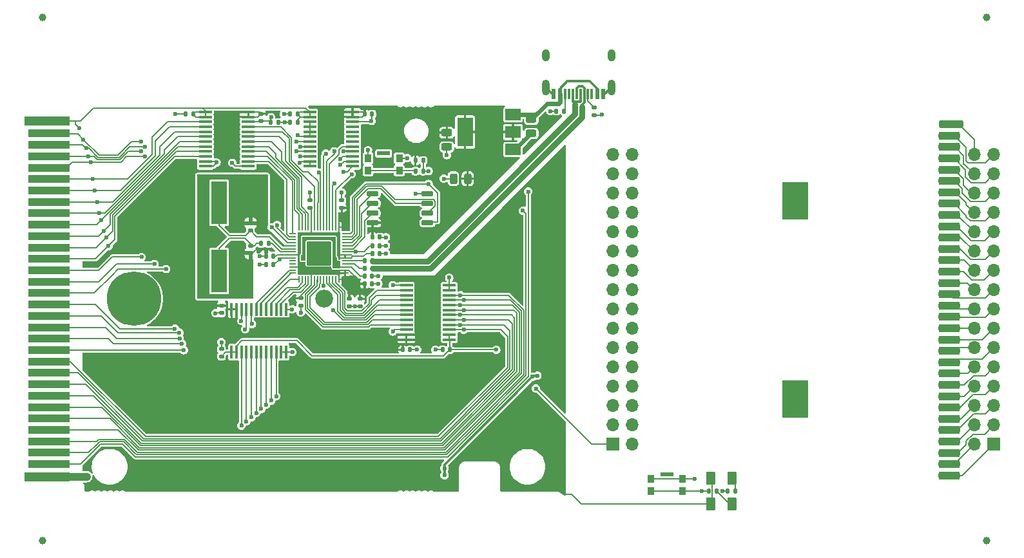
<source format=gtl>
G04 #@! TF.GenerationSoftware,KiCad,Pcbnew,6.0.2+dfsg-1*
G04 #@! TF.CreationDate,2022-11-20T12:02:48+01:00*
G04 #@! TF.ProjectId,gb-stream-cart,67622d73-7472-4656-916d-2d636172742e,REV1*
G04 #@! TF.SameCoordinates,PX4cf3b50PY7de2900*
G04 #@! TF.FileFunction,Copper,L1,Top*
G04 #@! TF.FilePolarity,Positive*
%FSLAX46Y46*%
G04 Gerber Fmt 4.6, Leading zero omitted, Abs format (unit mm)*
G04 Created by KiCad (PCBNEW 6.0.2+dfsg-1) date 2022-11-20 12:02:48*
%MOMM*%
%LPD*%
G01*
G04 APERTURE LIST*
G04 Aperture macros list*
%AMRoundRect*
0 Rectangle with rounded corners*
0 $1 Rounding radius*
0 $2 $3 $4 $5 $6 $7 $8 $9 X,Y pos of 4 corners*
0 Add a 4 corners polygon primitive as box body*
4,1,4,$2,$3,$4,$5,$6,$7,$8,$9,$2,$3,0*
0 Add four circle primitives for the rounded corners*
1,1,$1+$1,$2,$3*
1,1,$1+$1,$4,$5*
1,1,$1+$1,$6,$7*
1,1,$1+$1,$8,$9*
0 Add four rect primitives between the rounded corners*
20,1,$1+$1,$2,$3,$4,$5,0*
20,1,$1+$1,$4,$5,$6,$7,0*
20,1,$1+$1,$6,$7,$8,$9,0*
20,1,$1+$1,$8,$9,$2,$3,0*%
G04 Aperture macros list end*
G04 #@! TA.AperFunction,SMDPad,CuDef*
%ADD10RoundRect,0.135000X0.135000X0.185000X-0.135000X0.185000X-0.135000X-0.185000X0.135000X-0.185000X0*%
G04 #@! TD*
G04 #@! TA.AperFunction,SMDPad,CuDef*
%ADD11RoundRect,0.147500X-0.147500X-0.172500X0.147500X-0.172500X0.147500X0.172500X-0.147500X0.172500X0*%
G04 #@! TD*
G04 #@! TA.AperFunction,SMDPad,CuDef*
%ADD12RoundRect,0.243750X0.243750X0.456250X-0.243750X0.456250X-0.243750X-0.456250X0.243750X-0.456250X0*%
G04 #@! TD*
G04 #@! TA.AperFunction,SMDPad,CuDef*
%ADD13RoundRect,0.147500X0.147500X0.172500X-0.147500X0.172500X-0.147500X-0.172500X0.147500X-0.172500X0*%
G04 #@! TD*
G04 #@! TA.AperFunction,SMDPad,CuDef*
%ADD14C,1.000000*%
G04 #@! TD*
G04 #@! TA.AperFunction,SMDPad,CuDef*
%ADD15RoundRect,0.135000X-0.135000X-0.185000X0.135000X-0.185000X0.135000X0.185000X-0.135000X0.185000X0*%
G04 #@! TD*
G04 #@! TA.AperFunction,SMDPad,CuDef*
%ADD16RoundRect,0.140000X-0.140000X-0.170000X0.140000X-0.170000X0.140000X0.170000X-0.140000X0.170000X0*%
G04 #@! TD*
G04 #@! TA.AperFunction,SMDPad,CuDef*
%ADD17R,2.100000X5.600000*%
G04 #@! TD*
G04 #@! TA.AperFunction,SMDPad,CuDef*
%ADD18RoundRect,0.243750X-0.456250X0.243750X-0.456250X-0.243750X0.456250X-0.243750X0.456250X0.243750X0*%
G04 #@! TD*
G04 #@! TA.AperFunction,SMDPad,CuDef*
%ADD19RoundRect,0.147500X-0.172500X0.147500X-0.172500X-0.147500X0.172500X-0.147500X0.172500X0.147500X0*%
G04 #@! TD*
G04 #@! TA.AperFunction,SMDPad,CuDef*
%ADD20R,2.000000X1.500000*%
G04 #@! TD*
G04 #@! TA.AperFunction,SMDPad,CuDef*
%ADD21R,2.000000X3.800000*%
G04 #@! TD*
G04 #@! TA.AperFunction,SMDPad,CuDef*
%ADD22R,3.500000X5.000000*%
G04 #@! TD*
G04 #@! TA.AperFunction,SMDPad,CuDef*
%ADD23RoundRect,0.275000X1.125000X-0.275000X1.125000X0.275000X-1.125000X0.275000X-1.125000X-0.275000X0*%
G04 #@! TD*
G04 #@! TA.AperFunction,SMDPad,CuDef*
%ADD24RoundRect,0.275000X1.325000X-0.275000X1.325000X0.275000X-1.325000X0.275000X-1.325000X-0.275000X0*%
G04 #@! TD*
G04 #@! TA.AperFunction,WasherPad*
%ADD25C,2.350000*%
G04 #@! TD*
G04 #@! TA.AperFunction,SMDPad,CuDef*
%ADD26R,1.676400X0.355600*%
G04 #@! TD*
G04 #@! TA.AperFunction,WasherPad*
%ADD27C,7.150000*%
G04 #@! TD*
G04 #@! TA.AperFunction,SMDPad,CuDef*
%ADD28RoundRect,0.147500X0.172500X-0.147500X0.172500X0.147500X-0.172500X0.147500X-0.172500X-0.147500X0*%
G04 #@! TD*
G04 #@! TA.AperFunction,SMDPad,CuDef*
%ADD29R,0.600000X1.450000*%
G04 #@! TD*
G04 #@! TA.AperFunction,SMDPad,CuDef*
%ADD30R,0.300000X1.450000*%
G04 #@! TD*
G04 #@! TA.AperFunction,ComponentPad*
%ADD31O,1.000000X2.100000*%
G04 #@! TD*
G04 #@! TA.AperFunction,ComponentPad*
%ADD32O,1.000000X1.600000*%
G04 #@! TD*
G04 #@! TA.AperFunction,SMDPad,CuDef*
%ADD33R,0.355600X1.676400*%
G04 #@! TD*
G04 #@! TA.AperFunction,SMDPad,CuDef*
%ADD34RoundRect,0.140000X0.140000X0.170000X-0.140000X0.170000X-0.140000X-0.170000X0.140000X-0.170000X0*%
G04 #@! TD*
G04 #@! TA.AperFunction,SMDPad,CuDef*
%ADD35RoundRect,0.135000X0.185000X-0.135000X0.185000X0.135000X-0.185000X0.135000X-0.185000X-0.135000X0*%
G04 #@! TD*
G04 #@! TA.AperFunction,SMDPad,CuDef*
%ADD36RoundRect,0.250000X0.375000X0.625000X-0.375000X0.625000X-0.375000X-0.625000X0.375000X-0.625000X0*%
G04 #@! TD*
G04 #@! TA.AperFunction,SMDPad,CuDef*
%ADD37R,0.900000X1.000000*%
G04 #@! TD*
G04 #@! TA.AperFunction,SMDPad,CuDef*
%ADD38R,1.700000X0.550000*%
G04 #@! TD*
G04 #@! TA.AperFunction,SMDPad,CuDef*
%ADD39RoundRect,0.050000X-0.050000X0.387500X-0.050000X-0.387500X0.050000X-0.387500X0.050000X0.387500X0*%
G04 #@! TD*
G04 #@! TA.AperFunction,SMDPad,CuDef*
%ADD40RoundRect,0.050000X-0.387500X0.050000X-0.387500X-0.050000X0.387500X-0.050000X0.387500X0.050000X0*%
G04 #@! TD*
G04 #@! TA.AperFunction,ComponentPad*
%ADD41C,0.600000*%
G04 #@! TD*
G04 #@! TA.AperFunction,SMDPad,CuDef*
%ADD42RoundRect,0.144000X-1.456000X1.456000X-1.456000X-1.456000X1.456000X-1.456000X1.456000X1.456000X0*%
G04 #@! TD*
G04 #@! TA.AperFunction,SMDPad,CuDef*
%ADD43RoundRect,0.150000X0.650000X0.150000X-0.650000X0.150000X-0.650000X-0.150000X0.650000X-0.150000X0*%
G04 #@! TD*
G04 #@! TA.AperFunction,SMDPad,CuDef*
%ADD44RoundRect,0.140000X0.170000X-0.140000X0.170000X0.140000X-0.170000X0.140000X-0.170000X-0.140000X0*%
G04 #@! TD*
G04 #@! TA.AperFunction,ConnectorPad*
%ADD45R,6.000000X1.300000*%
G04 #@! TD*
G04 #@! TA.AperFunction,ConnectorPad*
%ADD46R,5.500000X1.000000*%
G04 #@! TD*
G04 #@! TA.AperFunction,SMDPad,CuDef*
%ADD47RoundRect,0.140000X-0.170000X0.140000X-0.170000X-0.140000X0.170000X-0.140000X0.170000X0.140000X0*%
G04 #@! TD*
G04 #@! TA.AperFunction,ComponentPad*
%ADD48R,1.700000X1.700000*%
G04 #@! TD*
G04 #@! TA.AperFunction,ComponentPad*
%ADD49O,1.700000X1.700000*%
G04 #@! TD*
G04 #@! TA.AperFunction,ViaPad*
%ADD50C,0.600000*%
G04 #@! TD*
G04 #@! TA.AperFunction,Conductor*
%ADD51C,0.150000*%
G04 #@! TD*
G04 #@! TA.AperFunction,Conductor*
%ADD52C,0.200000*%
G04 #@! TD*
G04 #@! TA.AperFunction,Conductor*
%ADD53C,1.000000*%
G04 #@! TD*
G04 #@! TA.AperFunction,Conductor*
%ADD54C,0.600000*%
G04 #@! TD*
G04 #@! TA.AperFunction,Conductor*
%ADD55C,0.300000*%
G04 #@! TD*
G04 #@! TA.AperFunction,Conductor*
%ADD56C,0.800000*%
G04 #@! TD*
G04 APERTURE END LIST*
D10*
X94410000Y10400000D03*
X93390000Y10400000D03*
D11*
X46730000Y43830000D03*
X47700000Y43830000D03*
D12*
X59237500Y51500000D03*
X57362500Y51500000D03*
D13*
X33700000Y41300250D03*
X32730000Y41300250D03*
D14*
X127400000Y3850000D03*
D15*
X52380000Y53900000D03*
X53400000Y53900000D03*
D16*
X55920000Y29000000D03*
X56880000Y29000000D03*
D10*
X36910000Y58900000D03*
X35890000Y58900000D03*
D17*
X26584000Y48340250D03*
X26584000Y39340250D03*
D18*
X56500000Y57550000D03*
X56500000Y55675000D03*
D19*
X45100000Y35681250D03*
X45100000Y34711250D03*
D20*
X65200000Y55337500D03*
X65200000Y57637500D03*
D21*
X58900000Y57637500D03*
D20*
X65200000Y59937500D03*
D11*
X45700000Y37681250D03*
X46670000Y37681250D03*
D22*
X102305000Y48550000D03*
X102305000Y22550000D03*
D23*
X122545000Y12455000D03*
X122545000Y13945000D03*
X122545000Y15435000D03*
X122545000Y16925000D03*
X122545000Y18415000D03*
X122545000Y19905000D03*
X122545000Y21395000D03*
X122545000Y22885000D03*
X122545000Y24375000D03*
X122545000Y25865000D03*
X122545000Y27355000D03*
X122545000Y28845000D03*
X122545000Y30335000D03*
X122545000Y31825000D03*
X122545000Y33315000D03*
X122545000Y34805000D03*
X122545000Y36295000D03*
X122545000Y37785000D03*
X122545000Y39275000D03*
X122545000Y40765000D03*
X122545000Y42255000D03*
X122545000Y43745000D03*
X122545000Y45235000D03*
X122545000Y46725000D03*
X122545000Y48215000D03*
X122545000Y49705000D03*
X122545000Y51195000D03*
X122545000Y52685000D03*
X122545000Y54175000D03*
X122545000Y55665000D03*
X122545000Y57155000D03*
D24*
X122745000Y58645000D03*
D15*
X70890000Y60400000D03*
X71910000Y60400000D03*
D16*
X35920000Y60000000D03*
X36880000Y60000000D03*
D10*
X91910000Y10400000D03*
X90890000Y10400000D03*
D25*
X40350000Y35700000D03*
D26*
X38480600Y60274999D03*
X38480600Y59625000D03*
X38480600Y58975002D03*
X38480600Y58325001D03*
X38480600Y57675002D03*
X38480600Y57025001D03*
X38480600Y56375002D03*
X38480600Y55725001D03*
X38480600Y55075002D03*
X38480600Y54425001D03*
X38480600Y53775002D03*
X38480600Y53125001D03*
X44119400Y53125001D03*
X44119400Y53775000D03*
X44119400Y54425001D03*
X44119400Y55074999D03*
X44119400Y55725001D03*
X44119400Y56374999D03*
X44119400Y57024998D03*
X44119400Y57674999D03*
X44119400Y58324998D03*
X44119400Y58974999D03*
X44119400Y59624998D03*
X44119400Y60274999D03*
X24780600Y60274999D03*
X24780600Y59625000D03*
X24780600Y58975002D03*
X24780600Y58325001D03*
X24780600Y57675002D03*
X24780600Y57025001D03*
X24780600Y56375002D03*
X24780600Y55725001D03*
X24780600Y55075002D03*
X24780600Y54425001D03*
X24780600Y53775002D03*
X24780600Y53125001D03*
X30419400Y53125001D03*
X30419400Y53775000D03*
X30419400Y54425001D03*
X30419400Y55074999D03*
X30419400Y55725001D03*
X30419400Y56374999D03*
X30419400Y57024998D03*
X30419400Y57674999D03*
X30419400Y58324998D03*
X30419400Y58974999D03*
X30419400Y59624998D03*
X30419400Y60274999D03*
D10*
X53400000Y52500000D03*
X52380000Y52500000D03*
D19*
X30700000Y42681250D03*
X30700000Y41711250D03*
D27*
X15400000Y35700000D03*
D10*
X33095000Y42981250D03*
X32075000Y42981250D03*
D28*
X42700000Y47681250D03*
X42700000Y48651250D03*
D29*
X77050000Y62615000D03*
X76250000Y62615000D03*
D30*
X75050000Y62615000D03*
X74050000Y62615000D03*
X73550000Y62615000D03*
X72550000Y62615000D03*
D29*
X71350000Y62615000D03*
X70550000Y62615000D03*
X70550000Y62615000D03*
X71350000Y62615000D03*
D30*
X72050000Y62615000D03*
X73050000Y62615000D03*
X74550000Y62615000D03*
X75550000Y62615000D03*
D29*
X76250000Y62615000D03*
X77050000Y62615000D03*
D31*
X78120000Y63530000D03*
D32*
X78120000Y67710000D03*
D31*
X69480000Y63530000D03*
D32*
X69480000Y67710000D03*
D33*
X28225001Y28680600D03*
X28875000Y28680600D03*
X29524998Y28680600D03*
X30174999Y28680600D03*
X30824998Y28680600D03*
X31474999Y28680600D03*
X32124998Y28680600D03*
X32774999Y28680600D03*
X33424998Y28680600D03*
X34074999Y28680600D03*
X34724998Y28680600D03*
X35374999Y28680600D03*
X35374999Y34319400D03*
X34725000Y34319400D03*
X34074999Y34319400D03*
X33425001Y34319400D03*
X32774999Y34319400D03*
X32125001Y34319400D03*
X31475002Y34319400D03*
X30825001Y34319400D03*
X30175002Y34319400D03*
X29525001Y34319400D03*
X28875002Y34319400D03*
X28225001Y34319400D03*
D10*
X34410000Y58900000D03*
X33390000Y58900000D03*
D11*
X46700000Y42681250D03*
X47670000Y42681250D03*
D28*
X38500000Y47681250D03*
X38500000Y48651250D03*
D34*
X51680000Y29000000D03*
X50720000Y29000000D03*
D14*
X127400000Y72750000D03*
D35*
X75900000Y59890000D03*
X75900000Y60910000D03*
D14*
X3400000Y72750000D03*
D13*
X33700000Y40181250D03*
X32730000Y40181250D03*
D36*
X94000000Y8700000D03*
X91200000Y8700000D03*
D14*
X3400000Y3850000D03*
D11*
X46700000Y41681250D03*
X47670000Y41681250D03*
D37*
X50250000Y54200000D03*
X46150000Y54200000D03*
X46150000Y52600000D03*
X50250000Y52600000D03*
D38*
X48200000Y54825000D03*
D18*
X67600000Y59337500D03*
X67600000Y57462500D03*
D39*
X42300000Y45118750D03*
X41900000Y45118750D03*
X41500000Y45118750D03*
X41100000Y45118750D03*
X40700000Y45118750D03*
X40300000Y45118750D03*
X39900000Y45118750D03*
X39500000Y45118750D03*
X39100000Y45118750D03*
X38700000Y45118750D03*
X38300000Y45118750D03*
X37900000Y45118750D03*
X37500000Y45118750D03*
X37100000Y45118750D03*
D40*
X36262500Y44281250D03*
X36262500Y43881250D03*
X36262500Y43481250D03*
X36262500Y43081250D03*
X36262500Y42681250D03*
X36262500Y42281250D03*
X36262500Y41881250D03*
X36262500Y41481250D03*
X36262500Y41081250D03*
X36262500Y40681250D03*
X36262500Y40281250D03*
X36262500Y39881250D03*
X36262500Y39481250D03*
X36262500Y39081250D03*
D39*
X37100000Y38243750D03*
X37500000Y38243750D03*
X37900000Y38243750D03*
X38300000Y38243750D03*
X38700000Y38243750D03*
X39100000Y38243750D03*
X39500000Y38243750D03*
X39900000Y38243750D03*
X40300000Y38243750D03*
X40700000Y38243750D03*
X41100000Y38243750D03*
X41500000Y38243750D03*
X41900000Y38243750D03*
X42300000Y38243750D03*
D40*
X43137500Y39081250D03*
X43137500Y39481250D03*
X43137500Y39881250D03*
X43137500Y40281250D03*
X43137500Y40681250D03*
X43137500Y41081250D03*
X43137500Y41481250D03*
X43137500Y41881250D03*
X43137500Y42281250D03*
X43137500Y42681250D03*
X43137500Y43081250D03*
X43137500Y43481250D03*
X43137500Y43881250D03*
X43137500Y44281250D03*
D41*
X40975000Y41681250D03*
X40975000Y42956250D03*
D42*
X39700000Y41681250D03*
D41*
X38425000Y40406250D03*
X39700000Y40406250D03*
X38425000Y41681250D03*
X39700000Y42956250D03*
X39700000Y41681250D03*
X38425000Y42956250D03*
X40975000Y40406250D03*
D10*
X46695000Y40681250D03*
X45675000Y40681250D03*
D36*
X94000000Y12100000D03*
X91200000Y12100000D03*
D16*
X22220000Y60000000D03*
X23180000Y60000000D03*
D28*
X30700000Y44681250D03*
X30700000Y45651250D03*
D34*
X46680000Y60000000D03*
X45720000Y60000000D03*
D43*
X53950000Y45700000D03*
X53950000Y46970000D03*
X53950000Y48240000D03*
X53950000Y49510000D03*
X46750000Y49510000D03*
X46750000Y48240000D03*
X46750000Y46970000D03*
X46750000Y45700000D03*
D37*
X83350000Y12000000D03*
X87450000Y12000000D03*
X83350000Y10400000D03*
X87450000Y10400000D03*
D38*
X85400000Y12625000D03*
D11*
X45700000Y38681250D03*
X46670000Y38681250D03*
D44*
X26900000Y33820000D03*
X26900000Y34780000D03*
D19*
X37300000Y35781250D03*
X37300000Y34811250D03*
X43700000Y35681250D03*
X43700000Y34711250D03*
D44*
X32100000Y59100000D03*
X32100000Y60060000D03*
D10*
X46695000Y39681250D03*
X45675000Y39681250D03*
D45*
X4000000Y59100000D03*
D46*
X4250000Y57450000D03*
X4250000Y55950000D03*
X4250000Y54450000D03*
X4250000Y52950000D03*
X4250000Y51450000D03*
X4250000Y49950000D03*
X4250000Y48450000D03*
X4250000Y46950000D03*
X4250000Y45450000D03*
X4250000Y43950000D03*
X4250000Y42450000D03*
X4250000Y40950000D03*
X4250000Y39450000D03*
X4250000Y37950000D03*
X4250000Y36450000D03*
X4250000Y34950000D03*
X4250000Y33450000D03*
X4250000Y31950000D03*
X4250000Y30450000D03*
X4250000Y28950000D03*
X4250000Y27450000D03*
X4250000Y25950000D03*
X4250000Y24450000D03*
X4250000Y22950000D03*
X4250000Y21450000D03*
X4250000Y19950000D03*
X4250000Y18450000D03*
X4250000Y16950000D03*
X4250000Y15450000D03*
X4250000Y13950000D03*
D45*
X4000000Y12300000D03*
D26*
X56819400Y30325001D03*
X56819400Y30975000D03*
X56819400Y31624998D03*
X56819400Y32274999D03*
X56819400Y32924998D03*
X56819400Y33574999D03*
X56819400Y34224998D03*
X56819400Y34874999D03*
X56819400Y35524998D03*
X56819400Y36174999D03*
X56819400Y36824998D03*
X56819400Y37474999D03*
X51180600Y37474999D03*
X51180600Y36825000D03*
X51180600Y36174999D03*
X51180600Y35525001D03*
X51180600Y34874999D03*
X51180600Y34225001D03*
X51180600Y33575002D03*
X51180600Y32925001D03*
X51180600Y32275002D03*
X51180600Y31625001D03*
X51180600Y30975002D03*
X51180600Y30325001D03*
D47*
X26900000Y29080000D03*
X26900000Y28120000D03*
D48*
X128320000Y16550000D03*
D49*
X125780000Y16550000D03*
X128320000Y19090000D03*
X125780000Y19090000D03*
X128320000Y21630000D03*
X125780000Y21630000D03*
X128320000Y24170000D03*
X125780000Y24170000D03*
X128320000Y26710000D03*
X125780000Y26710000D03*
X128320000Y29250000D03*
X125780000Y29250000D03*
X128320000Y31790000D03*
X125780000Y31790000D03*
X128320000Y34330000D03*
X125780000Y34330000D03*
X128320000Y36870000D03*
X125780000Y36870000D03*
X128320000Y39410000D03*
X125780000Y39410000D03*
X128320000Y41950000D03*
X125780000Y41950000D03*
X128320000Y44490000D03*
X125780000Y44490000D03*
X128320000Y47030000D03*
X125780000Y47030000D03*
X128320000Y49570000D03*
X125780000Y49570000D03*
X128320000Y52110000D03*
X125780000Y52110000D03*
X128320000Y54650000D03*
X125780000Y54650000D03*
D48*
X78350000Y16550000D03*
D49*
X80890000Y16550000D03*
X78350000Y19090000D03*
X80890000Y19090000D03*
X78350000Y21630000D03*
X80890000Y21630000D03*
X78350000Y24170000D03*
X80890000Y24170000D03*
X78350000Y26710000D03*
X80890000Y26710000D03*
X78350000Y29250000D03*
X80890000Y29250000D03*
X78350000Y31790000D03*
X80890000Y31790000D03*
X78350000Y34330000D03*
X80890000Y34330000D03*
X78350000Y36870000D03*
X80890000Y36870000D03*
X78350000Y39410000D03*
X80890000Y39410000D03*
X78350000Y41950000D03*
X80890000Y41950000D03*
X78350000Y44490000D03*
X80890000Y44490000D03*
X78350000Y47030000D03*
X80890000Y47030000D03*
X78350000Y49570000D03*
X80890000Y49570000D03*
X78350000Y52110000D03*
X80890000Y52110000D03*
X78350000Y54650000D03*
X80890000Y54650000D03*
D50*
X26100000Y33800000D03*
X56200000Y12500000D03*
X42700000Y49681250D03*
X28300000Y53600000D03*
X42900000Y52400000D03*
X48500000Y43800000D03*
X28300000Y36191250D03*
X36900000Y57200000D03*
X47500000Y37681250D03*
X56100000Y51500000D03*
X92700000Y10400000D03*
X37200000Y53600000D03*
X28300000Y42891250D03*
X37300000Y33900000D03*
X28300000Y44881250D03*
X66668750Y56531250D03*
X47500000Y38681250D03*
X56819400Y38480600D03*
X9200000Y12300000D03*
X68400000Y25600000D03*
X55000000Y29000000D03*
X36200000Y28700000D03*
X56500000Y54600000D03*
X26900000Y30000000D03*
X36180600Y34319400D03*
X67750000Y25450000D03*
X29500000Y32800000D03*
X49400000Y31400000D03*
X26250000Y53650000D03*
X8200000Y12300000D03*
X89100000Y12000000D03*
X30711500Y40919250D03*
X32870500Y44602250D03*
X51300000Y54200000D03*
X30700000Y46507250D03*
X76900000Y59900000D03*
X48500000Y41681250D03*
X46600000Y59100000D03*
X32743500Y42125750D03*
X31917996Y40181250D03*
X49400000Y37500000D03*
X38500000Y49681250D03*
X28300000Y51591250D03*
X24600000Y36191250D03*
X44411250Y34711250D03*
X35100000Y60000000D03*
X46150000Y55250000D03*
X20800000Y60000000D03*
X52400000Y49500000D03*
X52600000Y29000000D03*
X70100000Y60400000D03*
X56200000Y13400000D03*
X25000000Y51591250D03*
X48499992Y42681250D03*
X31918010Y41300256D03*
X33400000Y59600000D03*
X26800000Y43791250D03*
X34200000Y60100000D03*
X40200000Y60100000D03*
X34500000Y40881250D03*
X44500006Y41881250D03*
X37600000Y41081280D03*
X41800000Y40981250D03*
X36724998Y56375002D03*
X16375002Y56375002D03*
X8750000Y56650000D03*
X37225001Y55725001D03*
X16825001Y55725001D03*
X9100000Y55500000D03*
X9400000Y54400000D03*
X16375002Y55075002D03*
X36775002Y55075002D03*
X37225001Y54425001D03*
X16825001Y54425001D03*
X9701440Y53701440D03*
X9950000Y51450000D03*
X10250000Y49950000D03*
X10550000Y48450000D03*
X10850000Y46950000D03*
X11123586Y46076414D03*
X11450000Y44650000D03*
X11800000Y43800000D03*
X12050000Y42650000D03*
X29524998Y19024998D03*
X16400000Y41200000D03*
X18100000Y40300000D03*
X30174999Y19574999D03*
X19624521Y39624521D03*
X30824998Y20124998D03*
X31474999Y20674999D03*
X20775479Y31775479D03*
X21350968Y31250968D03*
X32124998Y21224998D03*
X32774999Y21774999D03*
X21400000Y30500000D03*
X21700000Y29800000D03*
X33424998Y22324998D03*
X21950000Y28950000D03*
X34074999Y22874999D03*
X58724998Y31624998D03*
X58274999Y32274999D03*
X58724998Y32924998D03*
X58274999Y33574999D03*
X58724998Y34224998D03*
X58274999Y34874999D03*
X58724998Y35524998D03*
X58274999Y36174999D03*
X54100960Y50799040D03*
X54100000Y52500000D03*
X63000000Y29000000D03*
X8200000Y58200000D03*
X68200000Y23900000D03*
X90000000Y10400000D03*
X41700000Y50900000D03*
X40300000Y37400000D03*
X41600000Y34200000D03*
X30900000Y32400000D03*
X33500000Y45100000D03*
X30000000Y31700000D03*
X34200000Y45400000D03*
X42500000Y53300000D03*
X39700000Y52300000D03*
X42500000Y54100000D03*
X40600000Y54800000D03*
X42900000Y55100000D03*
X41700000Y55100000D03*
X66500000Y47300000D03*
X67200000Y49800000D03*
X35200000Y58900000D03*
X44000000Y52100000D03*
D51*
X37375002Y53775002D02*
X37200000Y53600000D01*
X51680000Y29000000D02*
X52600000Y29000000D01*
X43394399Y52400000D02*
X42900000Y52400000D01*
X31974999Y58974999D02*
X32100000Y59100000D01*
X70550000Y62615000D02*
X70395000Y62615000D01*
D52*
X46670000Y37681250D02*
X47500000Y37681250D01*
D53*
X9200000Y12300000D02*
X4000000Y12300000D01*
D54*
X67600000Y57462500D02*
X66668750Y56531250D01*
D55*
X67750000Y25450000D02*
X67900000Y25600000D01*
D52*
X32730000Y41300250D02*
X31918016Y41300250D01*
D51*
X46680000Y60000000D02*
X46680000Y59220000D01*
X38480600Y58325001D02*
X38480600Y58975002D01*
X87450000Y12000000D02*
X89100000Y12000000D01*
X46150000Y54200000D02*
X46150000Y55250000D01*
X49425001Y37474999D02*
X49400000Y37500000D01*
X83350000Y12000000D02*
X87450000Y12000000D01*
X35920000Y60000000D02*
X35100000Y60000000D01*
X30419400Y53125001D02*
X28774999Y53125001D01*
D55*
X67900000Y25600000D02*
X68400000Y25600000D01*
D52*
X38500000Y48651250D02*
X38500000Y49681250D01*
D51*
X38480600Y57675002D02*
X38480600Y58325001D01*
X32100000Y59100000D02*
X33190000Y59100000D01*
X30700000Y41711250D02*
X30700000Y40930750D01*
X25825001Y53125001D02*
X26300000Y53600000D01*
X52410000Y49510000D02*
X52400000Y49500000D01*
D52*
X47670000Y41681250D02*
X48500000Y41681250D01*
D51*
X75900000Y59890000D02*
X76890000Y59890000D01*
X24780600Y53125001D02*
X25825001Y53125001D01*
X49625001Y31625001D02*
X49400000Y31400000D01*
X46680000Y59220000D02*
X46700000Y59200000D01*
X30700000Y40930750D02*
X30711500Y40919250D01*
X29525001Y34319400D02*
X29525001Y32825001D01*
D52*
X47670000Y42681250D02*
X48499992Y42681250D01*
D51*
X53950000Y49510000D02*
X52410000Y49510000D01*
X31434500Y42125750D02*
X32743500Y42125750D01*
D55*
X56200000Y13900000D02*
X67750000Y25450000D01*
D51*
X26900000Y29080000D02*
X26900000Y30000000D01*
X51180600Y37474999D02*
X49425001Y37474999D01*
X50250000Y54200000D02*
X51300000Y54200000D01*
X36180600Y28680600D02*
X36200000Y28700000D01*
X34724998Y28680600D02*
X36180600Y28680600D01*
X33124500Y44602250D02*
X32870500Y44602250D01*
X33390000Y58900000D02*
X33390000Y59590000D01*
X57362500Y51500000D02*
X56100000Y51500000D01*
X28774999Y53125001D02*
X28700000Y53200000D01*
X44119400Y53125001D02*
X43394399Y52400000D01*
D52*
X46670000Y38681250D02*
X47500000Y38681250D01*
D51*
X38480600Y57025001D02*
X37074999Y57025001D01*
X26300000Y53600000D02*
X26250000Y53650000D01*
X55920000Y29000000D02*
X55000000Y29000000D01*
X56819400Y37474999D02*
X56819400Y38480600D01*
D55*
X77205000Y62615000D02*
X78120000Y63530000D01*
D51*
X22220000Y60000000D02*
X20800000Y60000000D01*
X47730000Y43800000D02*
X47700000Y43830000D01*
D52*
X31918016Y41300250D02*
X31918010Y41300256D01*
D51*
X26120000Y33820000D02*
X26100000Y33800000D01*
X46600000Y59100000D02*
X46474999Y58974999D01*
X46700000Y59200000D02*
X46600000Y59100000D01*
X38480600Y53125001D02*
X38480600Y53775002D01*
X56819400Y36824998D02*
X56819400Y37474999D01*
X38480600Y57025001D02*
X38480600Y57675002D01*
D52*
X30700000Y45651250D02*
X30700000Y46507250D01*
D55*
X56200000Y13400000D02*
X56200000Y13900000D01*
X56200000Y12500000D02*
X56200000Y13400000D01*
D51*
X44411250Y34711250D02*
X45100000Y34711250D01*
D52*
X37300000Y34811250D02*
X37300000Y33900000D01*
D51*
X93390000Y10400000D02*
X92700000Y10400000D01*
X26250000Y53650000D02*
X26124998Y53775002D01*
X29525001Y32825001D02*
X29500000Y32800000D01*
X48500000Y43800000D02*
X47730000Y43800000D01*
X33190000Y59100000D02*
X33390000Y58900000D01*
X77050000Y62615000D02*
X77205000Y62615000D01*
X70890000Y60400000D02*
X70100000Y60400000D01*
X35374999Y34319400D02*
X36180600Y34319400D01*
X76890000Y59890000D02*
X76900000Y59900000D01*
X43700000Y34711250D02*
X44411250Y34711250D01*
D54*
X65475000Y55337500D02*
X65200000Y55337500D01*
D51*
X26900000Y33820000D02*
X26120000Y33820000D01*
X28700000Y53200000D02*
X28300000Y53600000D01*
D54*
X66668750Y56531250D02*
X65475000Y55337500D01*
D51*
X56500000Y55675000D02*
X56500000Y54600000D01*
D52*
X28050000Y44881250D02*
X29100026Y44881250D01*
D51*
X37074999Y57025001D02*
X36900000Y57200000D01*
X26124998Y53775002D02*
X24780600Y53775002D01*
D55*
X70395000Y62615000D02*
X69480000Y63530000D01*
D51*
X30419400Y58974999D02*
X31974999Y58974999D01*
D52*
X42700000Y48651250D02*
X42700000Y49681250D01*
D51*
X36262500Y42681250D02*
X35045500Y42681250D01*
X30700000Y41711250D02*
X31020000Y41711250D01*
X31020000Y41711250D02*
X31434500Y42125750D01*
X38480600Y53775002D02*
X37375002Y53775002D01*
X46474999Y58974999D02*
X44119400Y58974999D01*
D52*
X32730000Y40181250D02*
X31917996Y40181250D01*
D51*
X35045500Y42681250D02*
X33124500Y44602250D01*
X51180600Y31625001D02*
X49625001Y31625001D01*
D54*
X69662500Y61400000D02*
X71200000Y61400000D01*
D55*
X75300000Y64300000D02*
X76250000Y63350000D01*
D54*
X71350000Y61550000D02*
X71350000Y62615000D01*
D55*
X71350000Y62615000D02*
X71350000Y63350000D01*
X76250000Y63350000D02*
X76250000Y62615000D01*
X72300000Y64300000D02*
X75300000Y64300000D01*
D54*
X68200000Y59937500D02*
X68481250Y60218750D01*
X68481250Y60218750D02*
X67600000Y59337500D01*
X65200000Y59937500D02*
X68200000Y59937500D01*
X71200000Y61400000D02*
X71350000Y61550000D01*
X68481250Y60218750D02*
X69662500Y61400000D01*
D55*
X71350000Y63350000D02*
X72300000Y64300000D01*
D51*
X30049500Y44030750D02*
X27917500Y44030750D01*
X30700000Y44681250D02*
X30049500Y44030750D01*
X31500000Y43881250D02*
X30700000Y44681250D01*
X27917500Y44030750D02*
X26584000Y45364250D01*
X26584000Y45364250D02*
X26584000Y48340250D01*
X36262500Y42281250D02*
X34762139Y42281250D01*
X33162139Y43881250D02*
X31500000Y43881250D01*
X34762139Y42281250D02*
X33162139Y43881250D01*
X33500000Y42981250D02*
X33070000Y42981250D01*
X34600000Y41881250D02*
X33500000Y42981250D01*
X36262500Y41881250D02*
X34600000Y41881250D01*
D52*
X45587465Y41331249D02*
X44150001Y41331249D01*
D51*
X91200000Y8700000D02*
X74200000Y8700000D01*
X45720000Y60000000D02*
X45445001Y60274999D01*
D52*
X38700000Y37541060D02*
X37300000Y36141060D01*
X34013500Y41300250D02*
X33700000Y41300250D01*
D51*
X32100000Y60060000D02*
X31664998Y59624998D01*
X91200000Y8700000D02*
X91384520Y8884520D01*
D52*
X38700000Y45118750D02*
X38700000Y47481250D01*
D51*
X45720000Y60000000D02*
X45344998Y59624998D01*
D52*
X37300000Y36141060D02*
X37300000Y35781250D01*
X43900002Y41081250D02*
X44150001Y41331249D01*
X36900000Y41481250D02*
X37100000Y41681250D01*
D51*
X45445001Y60274999D02*
X44119400Y60274999D01*
D52*
X43137500Y39081250D02*
X42300000Y39081250D01*
D51*
X31664998Y59624998D02*
X30419400Y59624998D01*
X31885001Y60274999D02*
X32100000Y60060000D01*
D52*
X42300000Y45118750D02*
X42300000Y46281250D01*
X36262500Y41481250D02*
X36900000Y41481250D01*
D51*
X45344998Y59624998D02*
X44119400Y59624998D01*
D52*
X34194500Y41481250D02*
X34013500Y41300250D01*
D51*
X36262500Y39881250D02*
X36900000Y39881250D01*
D52*
X43137500Y41481250D02*
X42300000Y41481250D01*
X38700000Y38243750D02*
X38700000Y37541060D01*
D51*
X74200000Y8700000D02*
X74100000Y8800000D01*
D52*
X42700000Y46681250D02*
X42700000Y47681250D01*
X43137500Y39481250D02*
X42500000Y39481250D01*
X42500000Y41081250D02*
X42300000Y41281250D01*
X42300000Y46281250D02*
X42700000Y46681250D01*
X43600000Y39481250D02*
X45000000Y38081250D01*
X42500000Y39481250D02*
X42300000Y39281250D01*
D51*
X72900000Y10000000D02*
X72000000Y10000000D01*
D52*
X42300000Y41481250D02*
X42700000Y41481250D01*
X36262500Y41481250D02*
X34194500Y41481250D01*
X42300000Y38243750D02*
X42300000Y39081250D01*
X46700000Y41681250D02*
X45937466Y41681250D01*
X38700000Y38243750D02*
X38700000Y39081250D01*
D51*
X74100000Y8800000D02*
X72900000Y10000000D01*
D52*
X45937466Y41681250D02*
X45587465Y41331249D01*
X38700000Y45118750D02*
X38700000Y44281250D01*
X38700000Y47481250D02*
X38500000Y47681250D01*
X44000000Y41481250D02*
X43137500Y41481250D01*
X43137500Y41081250D02*
X42500000Y41081250D01*
D51*
X30419400Y60274999D02*
X31885001Y60274999D01*
X91384520Y11915480D02*
X91200000Y12100000D01*
X91384520Y8884520D02*
X91384520Y11915480D01*
D52*
X42300000Y45118750D02*
X42300000Y44281250D01*
X44150001Y41331249D02*
X44000000Y41481250D01*
X43137500Y41081250D02*
X43900002Y41081250D01*
X43137500Y39481250D02*
X43600000Y39481250D01*
X34700000Y41081250D02*
X34500000Y40881250D01*
X46700000Y42681250D02*
X46405000Y42681250D01*
X43137500Y39881250D02*
X42300000Y39881250D01*
X43137500Y39881250D02*
X43900000Y39881250D01*
X45100000Y38681250D02*
X45700000Y38681250D01*
X45605000Y41881250D02*
X44924270Y41881250D01*
X43137500Y41881250D02*
X44500006Y41881250D01*
X46405000Y42681250D02*
X45605000Y41881250D01*
X36262500Y41081250D02*
X34700000Y41081250D01*
X43900000Y39881250D02*
X45100000Y38681250D01*
X33700000Y40181250D02*
X33800000Y40181250D01*
X44924270Y41881250D02*
X44500006Y41881250D01*
X33800000Y40181250D02*
X34500000Y40881250D01*
D51*
X52280000Y52600000D02*
X50250000Y52600000D01*
X46150000Y52600000D02*
X50250000Y52600000D01*
X52380000Y52500000D02*
X52280000Y52600000D01*
X26584000Y42316250D02*
X26584000Y39340250D01*
X32100000Y42981250D02*
X31500000Y42981250D01*
X31200000Y42681250D02*
X30700000Y42681250D01*
X30700000Y42681250D02*
X30700000Y42878750D01*
X27917500Y43649750D02*
X26584000Y42316250D01*
X29929000Y43649750D02*
X27917500Y43649750D01*
X30700000Y42878750D02*
X29929000Y43649750D01*
X31500000Y42981250D02*
X31200000Y42681250D01*
X94000000Y8700000D02*
X93610000Y8700000D01*
X93610000Y8700000D02*
X91910000Y10400000D01*
X94410000Y10400000D02*
X94410000Y11690000D01*
X94410000Y11690000D02*
X94000000Y12100000D01*
X6500000Y57450000D02*
X6550000Y57400000D01*
X6550000Y57400000D02*
X8000000Y57400000D01*
X8750000Y56650000D02*
X10800000Y54600000D01*
X38480600Y56375002D02*
X36724998Y56375002D01*
X13300000Y54600000D02*
X15075002Y56375002D01*
X8000000Y57400000D02*
X8750000Y56650000D01*
X10800000Y54600000D02*
X13300000Y54600000D01*
X4250000Y57450000D02*
X6500000Y57450000D01*
X15075002Y56375002D02*
X16375002Y56375002D01*
X13424066Y54300480D02*
X13599520Y54475935D01*
X13599520Y54475935D02*
X14848586Y55725001D01*
X4250000Y55950000D02*
X6750000Y55950000D01*
X6750000Y55950000D02*
X6800000Y55900000D01*
X38480600Y55725001D02*
X37225001Y55725001D01*
X10675935Y54300480D02*
X13424066Y54300480D01*
X9476414Y55500000D02*
X10675935Y54300480D01*
X9100000Y55500000D02*
X9476414Y55500000D01*
X8650000Y55950000D02*
X9000000Y55600000D01*
X14848586Y55725001D02*
X16825001Y55725001D01*
X4250000Y55950000D02*
X8650000Y55950000D01*
X9000000Y55600000D02*
X9100000Y55500000D01*
X10551870Y54000960D02*
X13548132Y54000961D01*
X38480600Y55075002D02*
X36775002Y55075002D01*
X4250000Y54450000D02*
X6750000Y54450000D01*
X14622172Y55075002D02*
X16375002Y55075002D01*
X6750000Y54450000D02*
X6800000Y54400000D01*
X6800000Y54400000D02*
X9400000Y54400000D01*
X13548132Y54000961D02*
X14622172Y55075002D01*
X9400000Y54400000D02*
X10152829Y54400000D01*
X10152829Y54400000D02*
X10551870Y54000960D01*
X9701440Y53701440D02*
X13701441Y53701441D01*
X13701441Y53701441D02*
X14425001Y54425001D01*
X14425001Y54425001D02*
X16825001Y54425001D01*
X4250000Y52950000D02*
X6550000Y52950000D01*
X38480600Y54425001D02*
X37225001Y54425001D01*
X7301440Y53701440D02*
X9701440Y53701440D01*
X6550000Y52950000D02*
X7301440Y53701440D01*
X9950000Y51450000D02*
X14591772Y51450000D01*
X17800000Y54658228D02*
X17800000Y57000000D01*
X17800000Y57000000D02*
X19775002Y58975002D01*
X4250000Y51450000D02*
X9950000Y51450000D01*
X14591772Y51450000D02*
X17800000Y54658228D01*
X19775002Y58975002D02*
X24780600Y58975002D01*
X13650000Y49950000D02*
X18200000Y54500000D01*
X20025001Y58325001D02*
X24780600Y58325001D01*
X10250000Y49950000D02*
X13650000Y49950000D01*
X18200000Y54500000D02*
X18200000Y56500000D01*
X18200000Y56500000D02*
X20025001Y58325001D01*
X4250000Y49950000D02*
X10250000Y49950000D01*
X18800000Y54600000D02*
X18800000Y55700000D01*
X10550000Y48450000D02*
X12650000Y48450000D01*
X18800000Y55700000D02*
X20775002Y57675002D01*
X20775002Y57675002D02*
X24780600Y57675002D01*
X12650000Y48450000D02*
X18800000Y54600000D01*
X4250000Y48450000D02*
X10550000Y48450000D01*
X4250000Y46950000D02*
X10850000Y46950000D01*
X19400000Y54776414D02*
X19400000Y55300000D01*
X19400000Y55300000D02*
X21125001Y57025001D01*
X21125001Y57025001D02*
X24780600Y57025001D01*
X10850000Y46950000D02*
X11573586Y46950000D01*
X11573586Y46950000D02*
X19400000Y54776414D01*
X4250000Y45450000D02*
X10497171Y45450000D01*
X21422174Y56375002D02*
X24780600Y56375002D01*
X11123586Y46076414D02*
X12623586Y47576414D01*
X10497171Y45450000D02*
X11123586Y46076414D01*
X12623586Y47576414D02*
X21422174Y56375002D01*
X10750000Y43950000D02*
X11450000Y44650000D01*
X11450000Y44650000D02*
X12300000Y45500000D01*
X4250000Y43950000D02*
X10750000Y43950000D01*
X12300000Y45500000D02*
X12300000Y46829243D01*
X21195757Y55725001D02*
X24780600Y55725001D01*
X12300000Y46829243D02*
X21195757Y55725001D01*
X11800000Y43800000D02*
X12600000Y44600000D01*
X20969344Y55075002D02*
X24780600Y55075002D01*
X12600000Y44600000D02*
X12600000Y46705658D01*
X10450000Y42450000D02*
X11800000Y43800000D01*
X4250000Y42450000D02*
X10450000Y42450000D01*
X12600000Y46705658D02*
X20969344Y55075002D01*
X12900000Y43500000D02*
X12900000Y46582072D01*
X10350000Y40950000D02*
X12050000Y42650000D01*
X4250000Y40950000D02*
X10350000Y40950000D01*
X12900000Y46582072D02*
X20742929Y54425001D01*
X12050000Y42650000D02*
X12900000Y43500000D01*
X20742929Y54425001D02*
X24780600Y54425001D01*
X29524998Y28680600D02*
X29524998Y19024998D01*
X11700000Y40400000D02*
X12500000Y41200000D01*
X4250000Y39450000D02*
X10750000Y39450000D01*
X12500000Y41200000D02*
X16400000Y41200000D01*
X10750000Y39450000D02*
X11700000Y40400000D01*
X11500000Y38700000D02*
X13100000Y40300000D01*
X10750000Y37950000D02*
X11500000Y38700000D01*
X4250000Y37950000D02*
X10750000Y37950000D01*
X13100000Y40300000D02*
X18100000Y40300000D01*
X30174999Y28680600D02*
X30174999Y19574999D01*
X12500000Y38800000D02*
X13324521Y39624521D01*
X13324521Y39624521D02*
X19624521Y39624521D01*
X10150000Y36450000D02*
X12500000Y38800000D01*
X30824998Y28680600D02*
X30824998Y20124998D01*
X4250000Y36450000D02*
X10150000Y36450000D01*
X13524521Y31775479D02*
X20775479Y31775479D01*
X31474999Y28680600D02*
X31474999Y20674999D01*
X4250000Y34950000D02*
X10350000Y34950000D01*
X10350000Y34950000D02*
X13100000Y32200000D01*
X13100000Y32200000D02*
X13524521Y31775479D01*
X12700000Y31800000D02*
X13249032Y31250968D01*
X11050000Y33450000D02*
X12700000Y31800000D01*
X13249032Y31250968D02*
X21350968Y31250968D01*
X4250000Y33450000D02*
X11050000Y33450000D01*
X32124998Y28680600D02*
X32124998Y21224998D01*
X11650000Y31950000D02*
X13100000Y30500000D01*
X13100000Y30500000D02*
X21400000Y30500000D01*
X4250000Y31950000D02*
X11650000Y31950000D01*
X32774999Y28680600D02*
X32774999Y21774999D01*
X12600000Y29900000D02*
X12700000Y29800000D01*
X33424998Y28680600D02*
X33424998Y22324998D01*
X4250000Y30450000D02*
X12050000Y30450000D01*
X12700000Y29800000D02*
X21700000Y29800000D01*
X12050000Y30450000D02*
X12600000Y29900000D01*
X4250000Y28950000D02*
X21950000Y28950000D01*
X34074999Y28680600D02*
X34074999Y22874999D01*
X56819400Y31624998D02*
X58724998Y31624998D01*
X64502880Y30700000D02*
X63577882Y31624998D01*
X63577882Y31624998D02*
X58724998Y31624998D01*
X7050000Y27450000D02*
X16902880Y17597120D01*
X52100480Y17599520D02*
X55400000Y17599520D01*
X52097120Y17597120D02*
X52100000Y17600000D01*
X64502880Y26702400D02*
X64502880Y30700000D01*
X52100000Y17600000D02*
X52100480Y17599520D01*
X16902880Y17597120D02*
X52097120Y17597120D01*
X55400000Y17599520D02*
X64502880Y26702400D01*
X4250000Y27450000D02*
X7050000Y27450000D01*
X56819400Y32274999D02*
X58274999Y32274999D01*
X55611312Y17300000D02*
X59000000Y20688688D01*
X64802400Y26491088D02*
X64802400Y31500000D01*
X59011312Y20700000D02*
X64802400Y26491088D01*
X53100000Y17300000D02*
X55611312Y17300000D01*
X59000000Y20688688D02*
X59000000Y20700000D01*
X16700000Y17300000D02*
X16700000Y17297600D01*
X64802400Y31500000D02*
X64027401Y32274999D01*
X59000000Y20700000D02*
X59011312Y20700000D01*
X4250000Y25950000D02*
X8050000Y25950000D01*
X16700000Y17297600D02*
X53097600Y17297600D01*
X53097600Y17297600D02*
X53100000Y17300000D01*
X64027401Y32274999D02*
X58274999Y32274999D01*
X8050000Y25950000D02*
X16700000Y17300000D01*
X16467020Y16998080D02*
X54698080Y16998080D01*
X64576922Y32924998D02*
X58724998Y32924998D01*
X56819400Y32924998D02*
X58724998Y32924998D01*
X55734898Y17000000D02*
X65101920Y26367022D01*
X65101920Y26367022D02*
X65101920Y32400000D01*
X9015099Y24450000D02*
X16467020Y16998080D01*
X54700000Y17000000D02*
X55734898Y17000000D01*
X54698080Y16998080D02*
X54700000Y17000000D01*
X65101920Y32400000D02*
X64576922Y32924998D01*
X4250000Y24450000D02*
X9015099Y24450000D01*
X65026441Y33574999D02*
X58274999Y33574999D01*
X16343434Y16698080D02*
X16343914Y16698560D01*
X10091513Y22950000D02*
X16343434Y16698080D01*
X55858484Y16700000D02*
X65401440Y26242956D01*
X54798560Y16698560D02*
X54800000Y16700000D01*
X65401440Y26242956D02*
X65401440Y33200000D01*
X54800000Y16700000D02*
X55858484Y16700000D01*
X4250000Y22950000D02*
X10091513Y22950000D01*
X65401440Y33200000D02*
X65026441Y33574999D01*
X16343914Y16698560D02*
X54798560Y16698560D01*
X56819400Y33574999D02*
X58274999Y33574999D01*
X4250000Y21450000D02*
X11167927Y21450000D01*
X65304244Y34224998D02*
X58724998Y34224998D01*
X65700960Y33828282D02*
X65304244Y34224998D01*
X65700960Y26118890D02*
X65700960Y33828282D01*
X55981110Y16399040D02*
X65700960Y26118890D01*
X17500480Y16399040D02*
X55981110Y16399040D01*
X16219368Y16398560D02*
X17500000Y16398560D01*
X11167927Y21450000D02*
X16219368Y16398560D01*
X17500000Y16398560D02*
X17500480Y16399040D01*
X56819400Y34224998D02*
X58724998Y34224998D01*
X56105176Y16099520D02*
X66000480Y25994824D01*
X18200000Y16099040D02*
X18200480Y16099520D01*
X16095302Y16099040D02*
X18200000Y16099040D01*
X12244341Y19950000D02*
X16095302Y16099040D01*
X65077829Y34874999D02*
X58274999Y34874999D01*
X66000480Y33952348D02*
X65077829Y34874999D01*
X18200480Y16099520D02*
X56105176Y16099520D01*
X4250000Y19950000D02*
X12244341Y19950000D01*
X56819400Y34874999D02*
X58274999Y34874999D01*
X66000480Y25994824D02*
X66000480Y33952348D01*
X56229242Y15800000D02*
X66300000Y25870758D01*
X53000000Y15800000D02*
X56229242Y15800000D01*
X66300000Y25870758D02*
X66300000Y34076414D01*
X15971236Y15799520D02*
X52999520Y15799520D01*
X4250000Y18450000D02*
X13320756Y18450000D01*
X66300000Y34076414D02*
X64851416Y35524998D01*
X13320756Y18450000D02*
X15971236Y15799520D01*
X56819400Y35524998D02*
X58724998Y35524998D01*
X64851416Y35524998D02*
X58724998Y35524998D01*
X52999520Y15799520D02*
X53000000Y15800000D01*
X66600000Y25747172D02*
X66600000Y34200000D01*
X66600000Y34200000D02*
X64625001Y36174999D01*
X56352828Y15500000D02*
X66600000Y25747172D01*
X10752349Y17199520D02*
X14147651Y17199520D01*
X64625001Y36174999D02*
X58274999Y36174999D01*
X5950000Y16950000D02*
X6000000Y16900000D01*
X15847172Y15500000D02*
X56352828Y15500000D01*
X6000000Y16900000D02*
X10452828Y16900000D01*
X4250000Y16950000D02*
X5950000Y16950000D01*
X56819400Y36174999D02*
X58274999Y36174999D01*
X14147651Y17199520D02*
X15847172Y15500000D01*
X10452828Y16900000D02*
X10752349Y17199520D01*
X75050000Y61740000D02*
X75880000Y60910000D01*
X75050000Y62615000D02*
X75050000Y61740000D01*
X75880000Y60910000D02*
X75900000Y60910000D01*
X54080000Y45830000D02*
X55130000Y45830000D01*
X54100960Y50799040D02*
X53500960Y50799040D01*
X45852828Y50800000D02*
X44100000Y49047172D01*
X53400000Y52500000D02*
X54100000Y52500000D01*
X55274040Y47725960D02*
X55274040Y49625960D01*
X43881250Y44281250D02*
X43137500Y44281250D01*
X55274040Y49625960D02*
X54100960Y50799040D01*
X53400000Y53900000D02*
X53400000Y52500000D01*
X44100000Y44500000D02*
X43881250Y44281250D01*
X55130000Y45830000D02*
X55270000Y45830000D01*
X55270000Y45830000D02*
X55274040Y45834040D01*
X46500000Y50800000D02*
X45852828Y50800000D01*
X55274040Y45834040D02*
X55274040Y47725960D01*
X53500960Y50799040D02*
X46500960Y50799040D01*
X53950000Y45700000D02*
X54080000Y45830000D01*
X46500960Y50799040D02*
X46500000Y50800000D01*
X44100000Y49047172D02*
X44100000Y44500000D01*
D52*
X43137500Y40681250D02*
X45700000Y40681250D01*
X43137500Y40281250D02*
X44400000Y40281250D01*
X44400000Y40281250D02*
X45000000Y39681250D01*
X45000000Y39681250D02*
X45700000Y39681250D01*
D51*
X45700000Y45979651D02*
X45700000Y43823016D01*
X46690349Y46970000D02*
X45700000Y45979651D01*
X46750000Y46970000D02*
X46690349Y46970000D01*
X45700000Y43823016D02*
X44158234Y42281250D01*
X44158234Y42281250D02*
X43137500Y42281250D01*
X44081250Y42681250D02*
X43137500Y42681250D01*
X45300000Y46900000D02*
X45300000Y43900000D01*
X46640000Y48240000D02*
X45300000Y46900000D01*
X45300000Y43900000D02*
X44081250Y42681250D01*
X46750000Y48240000D02*
X46640000Y48240000D01*
X46750000Y49510000D02*
X46690349Y49510000D01*
X44057664Y43081250D02*
X43137500Y43081250D01*
X45000000Y44023586D02*
X44057664Y43081250D01*
X45000000Y47819651D02*
X45000000Y44023586D01*
X46690349Y49510000D02*
X45000000Y47819651D01*
X49760000Y48240000D02*
X47800000Y50200000D01*
X44700480Y48800480D02*
X44700480Y44147652D01*
X53950000Y48240000D02*
X49760000Y48240000D01*
X44700480Y44147652D02*
X44034078Y43481250D01*
X46100000Y50200000D02*
X44700480Y48800480D01*
X44034078Y43481250D02*
X43137500Y43481250D01*
X47800000Y50200000D02*
X46100000Y50200000D01*
X54974520Y47934869D02*
X54974520Y48545131D01*
X54755131Y48764520D02*
X49659066Y48764520D01*
X44400960Y48924545D02*
X44400960Y44600960D01*
X44400960Y44600960D02*
X44400000Y44600000D01*
X44400000Y44270758D02*
X44010492Y43881250D01*
X54974520Y48545131D02*
X54755131Y48764520D01*
X44010492Y43881250D02*
X43137500Y43881250D01*
X47924065Y50499520D02*
X45975934Y50499520D01*
X44400000Y44600000D02*
X44400000Y44270758D01*
X45975934Y50499520D02*
X44400960Y48924545D01*
X54009651Y46970000D02*
X54974520Y47934869D01*
X53950000Y46970000D02*
X54009651Y46970000D01*
X49659066Y48764520D02*
X47924065Y50499520D01*
D55*
X73050000Y61640978D02*
X73100489Y61590489D01*
D56*
X53984498Y40656250D02*
X73336602Y60008354D01*
X73336602Y60008354D02*
X73336602Y61328863D01*
D55*
X73100489Y61590489D02*
X73999511Y61590489D01*
X73999511Y61590489D02*
X74050000Y61640978D01*
X73050000Y62615000D02*
X73050000Y61640978D01*
D56*
X46720000Y40656250D02*
X53984498Y40656250D01*
X46695000Y40681250D02*
X46720000Y40656250D01*
D55*
X74050000Y61640978D02*
X74050000Y62615000D01*
D56*
X73336602Y61328863D02*
X73334534Y61330931D01*
X74286602Y59614850D02*
X74286122Y59615330D01*
D55*
X74550000Y61505260D02*
X74272370Y61227630D01*
X74272370Y60957892D02*
X74286122Y60944140D01*
D56*
X46720000Y39706250D02*
X54378002Y39706250D01*
D55*
X73810978Y63700000D02*
X73550000Y63439022D01*
X74272370Y61227630D02*
X74272370Y60957892D01*
X74550000Y62615000D02*
X74550000Y63450000D01*
D56*
X46695000Y39681250D02*
X46720000Y39706250D01*
D55*
X74550000Y62615000D02*
X74550000Y61505260D01*
X73550000Y63439022D02*
X73550000Y62615000D01*
D56*
X74286122Y59615330D02*
X74286122Y60944140D01*
D55*
X74300000Y63700000D02*
X73810978Y63700000D01*
D56*
X54378002Y39706250D02*
X74286602Y59614850D01*
D55*
X74550000Y63450000D02*
X74300000Y63700000D01*
D51*
X24400000Y60800000D02*
X37955599Y60800000D01*
X56880000Y29000000D02*
X56880000Y30264401D01*
X29579376Y30200000D02*
X28875000Y29495624D01*
X36800000Y30200000D02*
X29579376Y30200000D01*
X23180000Y60000000D02*
X23454999Y60274999D01*
X7700000Y59100000D02*
X8400000Y59100000D01*
X63000000Y29000000D02*
X56880000Y29000000D01*
X26900000Y28120000D02*
X27460600Y28680600D01*
X24780600Y60274999D02*
X24780600Y60419400D01*
X36910000Y58900000D02*
X36910000Y59280000D01*
X37154999Y60274999D02*
X38480600Y60274999D01*
X38800000Y28200000D02*
X36800000Y30200000D01*
X37955599Y60800000D02*
X38480600Y60274999D01*
X7700000Y59100000D02*
X7700000Y58700000D01*
X56880000Y29000000D02*
X56080000Y28200000D01*
X36880000Y60000000D02*
X37255000Y59625000D01*
X23555000Y59625000D02*
X24780600Y59625000D01*
X10100000Y60800000D02*
X24400000Y60800000D01*
X23454999Y60274999D02*
X24780600Y60274999D01*
X37255000Y59625000D02*
X38480600Y59625000D01*
X28875000Y29495624D02*
X28875000Y28680600D01*
X56080000Y28200000D02*
X38800000Y28200000D01*
X8400000Y59100000D02*
X10100000Y60800000D01*
X68200000Y23900000D02*
X75550000Y16550000D01*
X4000000Y59100000D02*
X7700000Y59100000D01*
X38480600Y59625000D02*
X38480600Y60274999D01*
X24780600Y59625000D02*
X24780600Y60274999D01*
X23180000Y60000000D02*
X23555000Y59625000D01*
X56819400Y30975000D02*
X56819400Y30325001D01*
X7700000Y58700000D02*
X8200000Y58200000D01*
X75550000Y16550000D02*
X78350000Y16550000D01*
X36910000Y59280000D02*
X37255000Y59625000D01*
X56880000Y30264401D02*
X56819400Y30325001D01*
X24780600Y60419400D02*
X24400000Y60800000D01*
X36880000Y60000000D02*
X37154999Y60274999D01*
X27460600Y28680600D02*
X28225001Y28680600D01*
X28225001Y28680600D02*
X28875000Y28680600D01*
X72050000Y62615000D02*
X72050000Y60540000D01*
X72050000Y60540000D02*
X71910000Y60400000D01*
X90000000Y10400000D02*
X90890000Y10400000D01*
X41500000Y46900000D02*
X41500000Y50700000D01*
X41500000Y50700000D02*
X41700000Y50900000D01*
X41500000Y45118750D02*
X41500000Y46900000D01*
X87450000Y10400000D02*
X83350000Y10400000D01*
X87450000Y10400000D02*
X90000000Y10400000D01*
X47325000Y36825000D02*
X46300000Y35800000D01*
X51180600Y36825000D02*
X47325000Y36825000D01*
X43100000Y36618021D02*
X41900000Y37818021D01*
X46300000Y35065135D02*
X45334865Y34100000D01*
X41900000Y37818021D02*
X41900000Y38243750D01*
X46300000Y35800000D02*
X46300000Y35065135D01*
X43100000Y34465135D02*
X43100000Y36618021D01*
X43465135Y34100000D02*
X43100000Y34465135D01*
X45334865Y34100000D02*
X43465135Y34100000D01*
X41500000Y37794435D02*
X41500000Y38243750D01*
X42800480Y36493955D02*
X41500000Y37794435D01*
X51180600Y36174999D02*
X47274519Y36174999D01*
X46599520Y35500000D02*
X46599520Y34941070D01*
X45458450Y33800000D02*
X43300000Y33800000D01*
X46599520Y34941070D02*
X45458450Y33800000D01*
X42800480Y34299520D02*
X42800480Y36493955D01*
X47274519Y36174999D02*
X46599520Y35500000D01*
X43300000Y33800000D02*
X42800480Y34299520D01*
X41100000Y37770849D02*
X41100000Y38243750D01*
X43175935Y33500480D02*
X42500960Y34175455D01*
X45600480Y33500480D02*
X43175935Y33500480D01*
X42500960Y36369889D02*
X41100000Y37770849D01*
X42500960Y34175455D02*
X42500960Y36369889D01*
X47625001Y35525001D02*
X45600480Y33500480D01*
X51180600Y35525001D02*
X47625001Y35525001D01*
X43000960Y33200960D02*
X43000000Y33200000D01*
X42201440Y36245823D02*
X40700000Y37747263D01*
X45724546Y33200960D02*
X43000960Y33200960D01*
X42201440Y33998560D02*
X42201440Y36245823D01*
X47398585Y34874999D02*
X45724546Y33200960D01*
X51180600Y34874999D02*
X47398585Y34874999D01*
X40700000Y37747263D02*
X40700000Y38243750D01*
X43000000Y33200000D02*
X42201440Y33998560D01*
X42875934Y32900480D02*
X45847651Y32900480D01*
X40300000Y38243750D02*
X40300000Y37400000D01*
X45847651Y32900480D02*
X47172172Y34225001D01*
X41600000Y34200000D02*
X41600000Y34176414D01*
X47172172Y34225001D02*
X51180600Y34225001D01*
X41600000Y34176414D02*
X42875934Y32900480D01*
X45971717Y32600960D02*
X46945759Y33575002D01*
X39775489Y37275489D02*
X38500000Y36000000D01*
X46945759Y33575002D02*
X51180600Y33575002D01*
X39775489Y37617261D02*
X39775489Y37275489D01*
X39900000Y37741772D02*
X39775489Y37617261D01*
X39900000Y38243750D02*
X39900000Y37741772D01*
X38500000Y34547172D02*
X40446212Y32600960D01*
X38500000Y36000000D02*
X38500000Y34547172D01*
X40446212Y32600960D02*
X45971717Y32600960D01*
X38199520Y36158054D02*
X38199520Y34424066D01*
X46100000Y32300000D02*
X46725001Y32925001D01*
X39500000Y38243750D02*
X39475969Y38219719D01*
X38199520Y34424066D02*
X40323586Y32300000D01*
X39475969Y38219719D02*
X39475969Y37434503D01*
X46725001Y32925001D02*
X51180600Y32925001D01*
X40323586Y32300000D02*
X46100000Y32300000D01*
X39475969Y37434503D02*
X38199520Y36158054D01*
X39100000Y37482120D02*
X37900000Y36282120D01*
X46498588Y32275002D02*
X51180600Y32275002D01*
X37900000Y36282120D02*
X37900000Y34300000D01*
X40200000Y32000000D02*
X46223586Y32000000D01*
X37900000Y34300000D02*
X40200000Y32000000D01*
X46223586Y32000000D02*
X46498588Y32275002D01*
X39100000Y38243750D02*
X39100000Y37482120D01*
X38300000Y38243750D02*
X38300000Y37600000D01*
X34725000Y35025000D02*
X34725000Y34319400D01*
X37300000Y36600000D02*
X36300000Y36600000D01*
X38300000Y37600000D02*
X37300000Y36600000D01*
X36300000Y36600000D02*
X34725000Y35025000D01*
X37900000Y38243750D02*
X37900000Y37700000D01*
X37900000Y37700000D02*
X37100000Y36900000D01*
X35900000Y36900000D02*
X34074999Y35074999D01*
X34074999Y35074999D02*
X34074999Y34319400D01*
X37100000Y36900000D02*
X35900000Y36900000D01*
X35490577Y37200000D02*
X33425001Y35134424D01*
X37500000Y38243750D02*
X37500000Y37800000D01*
X33425001Y35134424D02*
X33425001Y34319400D01*
X37500000Y37800000D02*
X36900000Y37200000D01*
X36900000Y37200000D02*
X35490577Y37200000D01*
X37100000Y38243750D02*
X35884329Y38243750D01*
X32774999Y35134420D02*
X32774999Y34319400D01*
X35884329Y38243750D02*
X32774999Y35134420D01*
X32125001Y35134424D02*
X32125001Y34319400D01*
X36071827Y39081250D02*
X32125001Y35134424D01*
X36262500Y39081250D02*
X36071827Y39081250D01*
X36262500Y39481250D02*
X35821829Y39481250D01*
X35821829Y39481250D02*
X31475002Y35134423D01*
X31475002Y35134423D02*
X31475002Y34319400D01*
X30825001Y34319400D02*
X30825001Y32474999D01*
X35518750Y43081250D02*
X33500000Y45100000D01*
X30825001Y32474999D02*
X30900000Y32400000D01*
X36262500Y43081250D02*
X35518750Y43081250D01*
X34200000Y45000000D02*
X34200000Y45400000D01*
X36262500Y43481250D02*
X35718750Y43481250D01*
X30175002Y34319400D02*
X30175002Y31875002D01*
X35718750Y43481250D02*
X34200000Y45000000D01*
X30175002Y31875002D02*
X30000000Y31700000D01*
X35500000Y51400000D02*
X33125000Y53775000D01*
X33125000Y53775000D02*
X30419400Y53775000D01*
X35500000Y44200000D02*
X35500000Y51400000D01*
X35818750Y43881250D02*
X35500000Y44200000D01*
X36262500Y43881250D02*
X35818750Y43881250D01*
X36200000Y47300000D02*
X36200000Y51176414D01*
X36200000Y51176414D02*
X32951413Y54425001D01*
X36262500Y44281250D02*
X36262500Y47237500D01*
X32951413Y54425001D02*
X30419400Y54425001D01*
X36262500Y47237500D02*
X36200000Y47300000D01*
X37100000Y46829244D02*
X36500000Y47429244D01*
X36500000Y51300000D02*
X32725001Y55074999D01*
X36500000Y47429244D02*
X36500000Y51300000D01*
X37100000Y45118750D02*
X37100000Y46829244D01*
X32725001Y55074999D02*
X30419400Y55074999D01*
X36800000Y47552830D02*
X36800000Y51452828D01*
X34000000Y54252828D02*
X34000000Y54800000D01*
X34000000Y54800000D02*
X33074999Y55725001D01*
X33074999Y55725001D02*
X30419400Y55725001D01*
X36800000Y51452828D02*
X34000000Y54252828D01*
X37500000Y45118750D02*
X37500000Y46852829D01*
X37500000Y46852829D02*
X36800000Y47552830D01*
X33425001Y56374999D02*
X30419400Y56374999D01*
X34800000Y53876414D02*
X34800000Y55000000D01*
X37100480Y51575934D02*
X34800000Y53876414D01*
X37900000Y46876414D02*
X37100480Y47675935D01*
X37900000Y45118750D02*
X37900000Y46876414D01*
X37100480Y47675935D02*
X37100480Y51575934D01*
X34800000Y55000000D02*
X33425001Y56374999D01*
X35300000Y53800000D02*
X35300000Y56200000D01*
X38300000Y45118750D02*
X38300000Y46900000D01*
X34475002Y57024998D02*
X30419400Y57024998D01*
X37400000Y51700000D02*
X35300000Y53800000D01*
X37400000Y47800000D02*
X37400000Y51700000D01*
X35300000Y56200000D02*
X34475002Y57024998D01*
X38300000Y46900000D02*
X37400000Y47800000D01*
X39100000Y50476414D02*
X35800000Y53776414D01*
X35800000Y56776414D02*
X34888207Y57688207D01*
X35800000Y53776414D02*
X35800000Y56776414D01*
X34888207Y57688207D02*
X34874999Y57674999D01*
X39100000Y45118750D02*
X39100000Y50476414D01*
X34874999Y57674999D02*
X30419400Y57674999D01*
X36100000Y53900000D02*
X36100000Y56900000D01*
X39500000Y45118750D02*
X39500000Y48300000D01*
X39500000Y48300000D02*
X39600480Y48400480D01*
X39600480Y48400480D02*
X39600480Y51100000D01*
X37600000Y52400000D02*
X36100000Y53900000D01*
X39600480Y51100000D02*
X38300480Y52400000D01*
X38300480Y52400000D02*
X37600000Y52400000D01*
X36100000Y56900000D02*
X34675002Y58324998D01*
X34675002Y58324998D02*
X30419400Y58324998D01*
X42975000Y53775000D02*
X42500000Y53300000D01*
X39900000Y52100000D02*
X39700000Y52300000D01*
X39900000Y45118750D02*
X39900000Y52100000D01*
X44119400Y53775000D02*
X42975000Y53775000D01*
X40300000Y54500000D02*
X40600000Y54800000D01*
X42825001Y54425001D02*
X42500000Y54100000D01*
X44119400Y54425001D02*
X42825001Y54425001D01*
X40300000Y45118750D02*
X40300000Y54500000D01*
X40700000Y45118750D02*
X40700000Y53800000D01*
X44119400Y55074999D02*
X42925001Y55074999D01*
X40700000Y53800000D02*
X41700000Y54800000D01*
X41700000Y54800000D02*
X41700000Y55100000D01*
X42925001Y55074999D02*
X42900000Y55100000D01*
X42300000Y55241772D02*
X42300000Y54700000D01*
X44119400Y55725001D02*
X42783229Y55725001D01*
X42300000Y54700000D02*
X41120621Y53520621D01*
X41120621Y53520621D02*
X41100000Y53520621D01*
X42783229Y55725001D02*
X42300000Y55241772D01*
X41100000Y45118750D02*
X41100000Y53520621D01*
X66900480Y25624066D02*
X66900480Y26600000D01*
X15611793Y15311793D02*
X15724066Y15199520D01*
X4250000Y15450000D02*
X9426414Y15450000D01*
X56475934Y15199520D02*
X60588207Y19311793D01*
X15724066Y15199520D02*
X17200000Y15199520D01*
X17200000Y15199520D02*
X55400000Y15199520D01*
X10588207Y16611793D02*
X10876414Y16900000D01*
X66900480Y26600000D02*
X66900480Y29600000D01*
X66900480Y29600000D02*
X66900480Y33300000D01*
X13300000Y16900000D02*
X14023585Y16900000D01*
X10876414Y16900000D02*
X13300000Y16900000D01*
X66900480Y46899520D02*
X66500000Y47300000D01*
X60588207Y19311793D02*
X66900480Y25624066D01*
X9426414Y15450000D02*
X10588207Y16611793D01*
X14023585Y16900000D02*
X15611793Y15311793D01*
X55400000Y15199520D02*
X56475934Y15199520D01*
X66900480Y33300000D02*
X66900480Y46899520D01*
X11000000Y16600000D02*
X12500000Y16600000D01*
X8350000Y13950000D02*
X10300000Y15900000D01*
X67200000Y32900000D02*
X67200000Y33800000D01*
X63300000Y21600000D02*
X67200000Y25500000D01*
X25300000Y14900000D02*
X56600000Y14900000D01*
X67200000Y25500000D02*
X67200000Y32900000D01*
X13900000Y16600000D02*
X15600000Y14900000D01*
X4250000Y13950000D02*
X8350000Y13950000D01*
X15600000Y14900000D02*
X25300000Y14900000D01*
X10300000Y15900000D02*
X11000000Y16600000D01*
X67200000Y33800000D02*
X67200000Y49800000D01*
X12500000Y16600000D02*
X13900000Y16600000D01*
X56600000Y14900000D02*
X63300000Y21600000D01*
X122545000Y12455000D02*
X124225000Y12455000D01*
X124225000Y12455000D02*
X128320000Y16550000D01*
X123175000Y13945000D02*
X125780000Y16550000D01*
X122545000Y13945000D02*
X123175000Y13945000D01*
X123635000Y15435000D02*
X124705489Y16505489D01*
X124705489Y16995078D02*
X125610411Y17900000D01*
X124705489Y16505489D02*
X124705489Y16995078D01*
X127130000Y17900000D02*
X128320000Y19090000D01*
X125610411Y17900000D02*
X127130000Y17900000D01*
X122545000Y15435000D02*
X123635000Y15435000D01*
X123615000Y16925000D02*
X125780000Y19090000D01*
X122545000Y16925000D02*
X123615000Y16925000D01*
X122545000Y18415000D02*
X123585411Y18415000D01*
X127245489Y20555489D02*
X128320000Y21630000D01*
X123585411Y18415000D02*
X125725900Y20555489D01*
X125725900Y20555489D02*
X127245489Y20555489D01*
X124055000Y19905000D02*
X125780000Y21630000D01*
X122545000Y19905000D02*
X124055000Y19905000D01*
X127245489Y23095489D02*
X128320000Y24170000D01*
X123945000Y21395000D02*
X125645489Y23095489D01*
X125645489Y23095489D02*
X127245489Y23095489D01*
X122545000Y21395000D02*
X123945000Y21395000D01*
X124495000Y22885000D02*
X125780000Y24170000D01*
X122545000Y22885000D02*
X124495000Y22885000D01*
X125690411Y25600000D02*
X127210000Y25600000D01*
X124465411Y24375000D02*
X125690411Y25600000D01*
X122545000Y24375000D02*
X124465411Y24375000D01*
X127210000Y25600000D02*
X128320000Y26710000D01*
X124935000Y25865000D02*
X125780000Y26710000D01*
X122545000Y25865000D02*
X124935000Y25865000D01*
X126854511Y27784511D02*
X128320000Y29250000D01*
X122545000Y27355000D02*
X122974511Y27784511D01*
X122974511Y27784511D02*
X126854511Y27784511D01*
X122545000Y28845000D02*
X122950000Y29250000D01*
X122950000Y29250000D02*
X125780000Y29250000D01*
X126865000Y30335000D02*
X128320000Y31790000D01*
X122545000Y30335000D02*
X126865000Y30335000D01*
X122545000Y31825000D02*
X122580000Y31790000D01*
X122580000Y31790000D02*
X125780000Y31790000D01*
X127245489Y33255489D02*
X128320000Y34330000D01*
X122545000Y33315000D02*
X122604511Y33255489D01*
X122604511Y33255489D02*
X127245489Y33255489D01*
X123020000Y34330000D02*
X125780000Y34330000D01*
X122545000Y34805000D02*
X123020000Y34330000D01*
X123044511Y35795489D02*
X127245489Y35795489D01*
X127245489Y35795489D02*
X128320000Y36870000D01*
X122545000Y36295000D02*
X123044511Y35795489D01*
X122545000Y37785000D02*
X124865000Y37785000D01*
X124865000Y37785000D02*
X125780000Y36870000D01*
X124395411Y39275000D02*
X125470411Y38200000D01*
X125470411Y38200000D02*
X127110000Y38200000D01*
X127110000Y38200000D02*
X128320000Y39410000D01*
X122545000Y39275000D02*
X124395411Y39275000D01*
X122545000Y40765000D02*
X124425000Y40765000D01*
X124425000Y40765000D02*
X125780000Y39410000D01*
X123955411Y42255000D02*
X125334922Y40875489D01*
X125334922Y40875489D02*
X127245489Y40875489D01*
X127245489Y40875489D02*
X128320000Y41950000D01*
X122545000Y42255000D02*
X123955411Y42255000D01*
X123985000Y43745000D02*
X125780000Y41950000D01*
X122545000Y43745000D02*
X123985000Y43745000D01*
X123515000Y45235000D02*
X125400000Y43350000D01*
X127180000Y43350000D02*
X128320000Y44490000D01*
X122545000Y45235000D02*
X123515000Y45235000D01*
X125400000Y43350000D02*
X127180000Y43350000D01*
X122545000Y46725000D02*
X123545000Y46725000D01*
X123545000Y46725000D02*
X125780000Y44490000D01*
X127240000Y45950000D02*
X128320000Y47030000D01*
X124746793Y46629634D02*
X124746793Y46503207D01*
X125300000Y45950000D02*
X127240000Y45950000D01*
X123161427Y48215000D02*
X124746793Y46629634D01*
X122545000Y48215000D02*
X123161427Y48215000D01*
X124746793Y46503207D02*
X125300000Y45950000D01*
X124750000Y48300000D02*
X124750000Y48060000D01*
X123345000Y49705000D02*
X124750000Y48300000D01*
X124750000Y48060000D02*
X125780000Y47030000D01*
X122545000Y49705000D02*
X123345000Y49705000D01*
X124169520Y50186907D02*
X124169520Y49630480D01*
X122545000Y51195000D02*
X123161427Y51195000D01*
X127245489Y48495489D02*
X128320000Y49570000D01*
X124169520Y49630480D02*
X125304511Y48495489D01*
X123161427Y51195000D02*
X124169520Y50186907D01*
X125304511Y48495489D02*
X127245489Y48495489D01*
X124350000Y51496427D02*
X124350000Y50600000D01*
X122545000Y52685000D02*
X123161427Y52685000D01*
X125380000Y49570000D02*
X125780000Y49570000D01*
X123161427Y52685000D02*
X124350000Y51496427D01*
X124350000Y50600000D02*
X125380000Y49570000D01*
X127210000Y51000000D02*
X128320000Y52110000D01*
X125370411Y51000000D02*
X127210000Y51000000D01*
X123161427Y54175000D02*
X124650000Y52686427D01*
X124650000Y52686427D02*
X124650000Y51720411D01*
X124650000Y51720411D02*
X125370411Y51000000D01*
X122545000Y54175000D02*
X123161427Y54175000D01*
X124400000Y53400000D02*
X124490000Y53400000D01*
X123285000Y55665000D02*
X124400000Y54550000D01*
X124400000Y54550000D02*
X124400000Y53400000D01*
X122545000Y55665000D02*
X123285000Y55665000D01*
X124490000Y53400000D02*
X125780000Y52110000D01*
X122545000Y57155000D02*
X123161427Y57155000D01*
X124700000Y53850000D02*
X124974511Y53575489D01*
X123161427Y57155000D02*
X124700000Y55616427D01*
X127245489Y53575489D02*
X128320000Y54650000D01*
X124700000Y55616427D02*
X124700000Y53850000D01*
X124974511Y53575489D02*
X127245489Y53575489D01*
X123755000Y58645000D02*
X125780000Y56620000D01*
X125780000Y56620000D02*
X125780000Y54650000D01*
X122745000Y58645000D02*
X123755000Y58645000D01*
X41900000Y50000000D02*
X44000000Y52100000D01*
X34410000Y58900000D02*
X35200000Y58900000D01*
X41900000Y45118750D02*
X41900000Y50000000D01*
X35200000Y58900000D02*
X35890000Y58900000D01*
G04 #@! TA.AperFunction,Conductor*
G36*
X32942121Y52071248D02*
G01*
X32988614Y52017592D01*
X33000000Y51965250D01*
X33000000Y45356481D01*
X32990409Y45308264D01*
X32966829Y45251337D01*
X32966828Y45251333D01*
X32963670Y45243709D01*
X32944750Y45100000D01*
X32963670Y44956291D01*
X33019139Y44822375D01*
X33107379Y44707379D01*
X33222375Y44619139D01*
X33356291Y44563670D01*
X33382738Y44560188D01*
X33395985Y44558444D01*
X33460912Y44529721D01*
X33468633Y44522617D01*
X35063095Y42928155D01*
X35097121Y42865843D01*
X35100000Y42839060D01*
X35100000Y42732750D01*
X35079998Y42664629D01*
X35026342Y42618136D01*
X34974000Y42606750D01*
X34949155Y42606750D01*
X34881034Y42626752D01*
X34860060Y42643655D01*
X33406250Y44097465D01*
X33398823Y44105569D01*
X33381680Y44125999D01*
X33381681Y44125999D01*
X33374594Y44134444D01*
X33365045Y44139957D01*
X33341954Y44153289D01*
X33332683Y44159195D01*
X33310854Y44174480D01*
X33301823Y44180804D01*
X33291173Y44183658D01*
X33288005Y44185135D01*
X33284729Y44186327D01*
X33275184Y44191838D01*
X33241440Y44197788D01*
X33238081Y44198380D01*
X33227354Y44200758D01*
X33190946Y44210514D01*
X33179961Y44209553D01*
X33179959Y44209553D01*
X33153411Y44207230D01*
X33142429Y44206750D01*
X31687016Y44206750D01*
X31618895Y44226752D01*
X31597921Y44243655D01*
X31307405Y44534171D01*
X31273379Y44596483D01*
X31270500Y44623265D01*
X31270499Y44855117D01*
X31270499Y44860072D01*
X31263318Y44905416D01*
X31272418Y44975826D01*
X31298672Y45014219D01*
X31382586Y45098133D01*
X31392226Y45110560D01*
X31467434Y45237730D01*
X31473681Y45252166D01*
X31511940Y45383855D01*
X31511900Y45397955D01*
X31504630Y45401250D01*
X29901121Y45401250D01*
X29887590Y45397277D01*
X29886455Y45389379D01*
X29926319Y45252166D01*
X29932566Y45237730D01*
X30007774Y45110560D01*
X30017414Y45098133D01*
X30101327Y45014220D01*
X30135353Y44951908D01*
X30136681Y44905416D01*
X30129500Y44860073D01*
X30129500Y44855119D01*
X30129501Y44623268D01*
X30109499Y44555147D01*
X30092596Y44534172D01*
X29951579Y44393155D01*
X29889267Y44359129D01*
X29862484Y44356250D01*
X28104516Y44356250D01*
X28036395Y44376252D01*
X28015421Y44393155D01*
X27333921Y45074655D01*
X27299895Y45136967D01*
X27304960Y45207782D01*
X27347507Y45264618D01*
X27414027Y45289429D01*
X27423016Y45289750D01*
X27658674Y45289750D01*
X27731740Y45304284D01*
X27814601Y45359649D01*
X27869966Y45442510D01*
X27884500Y45515576D01*
X27884500Y45918645D01*
X29888060Y45918645D01*
X29888100Y45904545D01*
X29895370Y45901250D01*
X30431885Y45901250D01*
X30447124Y45905725D01*
X30448329Y45907115D01*
X30450000Y45914798D01*
X30450000Y45919365D01*
X30950000Y45919365D01*
X30954475Y45904126D01*
X30955865Y45902921D01*
X30963548Y45901250D01*
X31498879Y45901250D01*
X31512410Y45905223D01*
X31513545Y45913121D01*
X31473681Y46050334D01*
X31467434Y46064770D01*
X31392226Y46191940D01*
X31382586Y46204367D01*
X31278117Y46308836D01*
X31265690Y46318476D01*
X31138520Y46393684D01*
X31124084Y46399931D01*
X30980777Y46441565D01*
X30968177Y46443866D01*
X30968062Y46443875D01*
X30952969Y46440705D01*
X30950000Y46429242D01*
X30950000Y45919365D01*
X30450000Y45919365D01*
X30450000Y46427181D01*
X30445656Y46441976D01*
X30433996Y46444037D01*
X30431822Y46443866D01*
X30419221Y46441565D01*
X30275916Y46399931D01*
X30261480Y46393684D01*
X30134310Y46318476D01*
X30121883Y46308836D01*
X30017414Y46204367D01*
X30007774Y46191940D01*
X29932566Y46064770D01*
X29926319Y46050334D01*
X29888060Y45918645D01*
X27884500Y45918645D01*
X27884500Y51164924D01*
X27869966Y51237990D01*
X27814601Y51320851D01*
X27731740Y51376216D01*
X27658674Y51390750D01*
X25509326Y51390750D01*
X25436260Y51376216D01*
X25353399Y51320851D01*
X25298034Y51237990D01*
X25283500Y51164924D01*
X25283500Y45515576D01*
X25298034Y45442510D01*
X25353399Y45359649D01*
X25436260Y45304284D01*
X25509326Y45289750D01*
X26175892Y45289750D01*
X26244013Y45269748D01*
X26283846Y45224144D01*
X26284447Y45224565D01*
X26290769Y45215536D01*
X26290770Y45215534D01*
X26306055Y45193706D01*
X26311961Y45184435D01*
X26325293Y45161344D01*
X26330806Y45151795D01*
X26339251Y45144709D01*
X26359682Y45127565D01*
X26367785Y45120139D01*
X27558579Y43929345D01*
X27592605Y43867033D01*
X27587540Y43796218D01*
X27558579Y43751155D01*
X26367785Y42560361D01*
X26359681Y42552934D01*
X26330806Y42528705D01*
X26325293Y42519156D01*
X26311961Y42496065D01*
X26306055Y42486794D01*
X26290819Y42465035D01*
X26284447Y42455935D01*
X26283815Y42456377D01*
X26243170Y42410215D01*
X26175892Y42390750D01*
X25509326Y42390750D01*
X25436260Y42376216D01*
X25353399Y42320851D01*
X25346507Y42310536D01*
X25307356Y42251941D01*
X25298034Y42237990D01*
X25283500Y42164924D01*
X25283500Y36515576D01*
X25298034Y36442510D01*
X25353399Y36359649D01*
X25436260Y36304284D01*
X25509326Y36289750D01*
X27658674Y36289750D01*
X27731740Y36304284D01*
X27814601Y36359649D01*
X27869966Y36442510D01*
X27884500Y36515576D01*
X27884500Y41449379D01*
X29886455Y41449379D01*
X29926319Y41312166D01*
X29932566Y41297730D01*
X30007774Y41170560D01*
X30017414Y41158133D01*
X30121883Y41053664D01*
X30134310Y41044024D01*
X30261480Y40968816D01*
X30275916Y40962569D01*
X30419223Y40920935D01*
X30431823Y40918634D01*
X30431938Y40918625D01*
X30447031Y40921795D01*
X30450000Y40933258D01*
X30450000Y41443135D01*
X30445525Y41458374D01*
X30444135Y41459579D01*
X30436452Y41461250D01*
X29901121Y41461250D01*
X29887590Y41457277D01*
X29886455Y41449379D01*
X27884500Y41449379D01*
X27884500Y42164924D01*
X27869966Y42237990D01*
X27860645Y42251941D01*
X27821493Y42310536D01*
X27814601Y42320851D01*
X27731740Y42376216D01*
X27658674Y42390750D01*
X27423016Y42390750D01*
X27354895Y42410752D01*
X27308402Y42464408D01*
X27298298Y42534682D01*
X27327792Y42599262D01*
X27333921Y42605845D01*
X28015421Y43287345D01*
X28077733Y43321371D01*
X28104516Y43324250D01*
X29741984Y43324250D01*
X29810105Y43304248D01*
X29831079Y43287345D01*
X30101721Y43016703D01*
X30135747Y42954391D01*
X30137075Y42907900D01*
X30129500Y42860073D01*
X30129501Y42502428D01*
X30130276Y42497535D01*
X30130276Y42497534D01*
X30136682Y42457085D01*
X30127582Y42386674D01*
X30101328Y42348281D01*
X30017414Y42264367D01*
X30007774Y42251940D01*
X29932566Y42124770D01*
X29926319Y42110334D01*
X29888060Y41978645D01*
X29888100Y41964545D01*
X29895370Y41961250D01*
X30824000Y41961250D01*
X30892121Y41941248D01*
X30938614Y41887592D01*
X30950000Y41835250D01*
X30950000Y40935319D01*
X30954344Y40920524D01*
X30981812Y40915669D01*
X30981629Y40914635D01*
X31033595Y40903718D01*
X31084154Y40853876D01*
X31100000Y40792703D01*
X31100000Y35817250D01*
X31079998Y35749129D01*
X31026342Y35702636D01*
X30974000Y35691250D01*
X23826000Y35691250D01*
X23757879Y35711252D01*
X23711386Y35764908D01*
X23700000Y35817250D01*
X23700000Y51965250D01*
X23720002Y52033371D01*
X23773658Y52079864D01*
X23826000Y52091250D01*
X32874000Y52091250D01*
X32942121Y52071248D01*
G37*
G04 #@! TD.AperFunction*
G04 #@! TA.AperFunction,Conductor*
G36*
X32628907Y42565936D02*
G01*
X32673995Y42537015D01*
X32719786Y42491304D01*
X32733044Y42478069D01*
X32742400Y42473496D01*
X32742401Y42473495D01*
X32759850Y42464966D01*
X32848344Y42421709D01*
X32880779Y42416977D01*
X32918939Y42411410D01*
X32918943Y42411410D01*
X32923465Y42410750D01*
X33094346Y42410750D01*
X33266534Y42410751D01*
X33342309Y42421904D01*
X33433589Y42466721D01*
X33503548Y42478788D01*
X33568930Y42451115D01*
X33578212Y42442712D01*
X33935079Y42085845D01*
X33969105Y42023533D01*
X33964040Y41952718D01*
X33921493Y41895882D01*
X33854973Y41871071D01*
X33845984Y41870750D01*
X33568067Y41870749D01*
X33521178Y41870749D01*
X33475835Y41863568D01*
X33405424Y41872668D01*
X33367031Y41898922D01*
X33283117Y41982836D01*
X33270690Y41992476D01*
X33143520Y42067684D01*
X33129084Y42073931D01*
X32997395Y42112190D01*
X32983295Y42112150D01*
X32980000Y42104880D01*
X32980000Y41691250D01*
X32480000Y41691250D01*
X32480000Y42099129D01*
X32476027Y42112660D01*
X32468129Y42113795D01*
X32330916Y42073931D01*
X32316480Y42067684D01*
X32189310Y41992476D01*
X32176883Y41982836D01*
X32072414Y41878367D01*
X32062770Y41865935D01*
X31996046Y41753111D01*
X31944153Y41704658D01*
X31887593Y41691250D01*
X31645999Y41691250D01*
X31577878Y41711252D01*
X31531385Y41764908D01*
X31519999Y41817250D01*
X31519999Y41921663D01*
X31519805Y41926600D01*
X31517616Y41954428D01*
X31515315Y41967029D01*
X31473681Y42110334D01*
X31467434Y42124770D01*
X31392225Y42251941D01*
X31390597Y42254040D01*
X31389832Y42255987D01*
X31388192Y42258761D01*
X31388639Y42259026D01*
X31364647Y42320124D01*
X31378545Y42389747D01*
X31406701Y42424734D01*
X31412455Y42428056D01*
X31436685Y42456933D01*
X31444111Y42465035D01*
X31495965Y42516889D01*
X31558277Y42550915D01*
X31629092Y42545850D01*
X31674078Y42516967D01*
X31699786Y42491304D01*
X31713044Y42478069D01*
X31722400Y42473496D01*
X31722401Y42473495D01*
X31739850Y42464966D01*
X31828344Y42421709D01*
X31860779Y42416977D01*
X31898939Y42411410D01*
X31898943Y42411410D01*
X31903465Y42410750D01*
X32074346Y42410750D01*
X32246534Y42410751D01*
X32322309Y42421904D01*
X32391621Y42455935D01*
X32428163Y42473876D01*
X32428164Y42473877D01*
X32437511Y42478466D01*
X32475945Y42516967D01*
X32495804Y42536860D01*
X32558087Y42570939D01*
X32628907Y42565936D01*
G37*
G04 #@! TD.AperFunction*
G04 #@! TA.AperFunction,Conductor*
G36*
X41873566Y43863937D02*
G01*
X41898876Y43820100D01*
X41900000Y43807250D01*
X41900000Y41081250D01*
X42026000Y41081250D01*
X42073566Y41063937D01*
X42098876Y41020100D01*
X42100000Y41007250D01*
X42100000Y40681250D01*
X42426000Y40681250D01*
X42473566Y40663937D01*
X42498876Y40620100D01*
X42500000Y40607250D01*
X42500000Y39797389D01*
X42482687Y39749823D01*
X42440438Y39724811D01*
X42409408Y39718638D01*
X42402260Y39717216D01*
X42374344Y39698563D01*
X42367097Y39693721D01*
X42325985Y39681250D01*
X41574000Y39681250D01*
X41526434Y39698563D01*
X41501124Y39742400D01*
X41500000Y39755250D01*
X41500000Y43281250D01*
X41457984Y43281250D01*
X41410418Y43298563D01*
X41403010Y43306718D01*
X41402909Y43306946D01*
X41356756Y43353019D01*
X41330102Y43379627D01*
X41330100Y43379628D01*
X41325265Y43384455D01*
X41224923Y43428815D01*
X41208597Y43430719D01*
X41201878Y43431502D01*
X41201876Y43431502D01*
X41199750Y43431750D01*
X38200250Y43431750D01*
X38187977Y43430290D01*
X38180082Y43429351D01*
X38180081Y43429351D01*
X38174568Y43428695D01*
X38169497Y43426443D01*
X38169495Y43426442D01*
X38135861Y43411502D01*
X38074304Y43384159D01*
X38069475Y43379322D01*
X38069474Y43379321D01*
X38001623Y43311352D01*
X38001622Y43311350D01*
X37996795Y43306515D01*
X37952435Y43206173D01*
X37949500Y43181000D01*
X37949500Y40755250D01*
X37932187Y40707684D01*
X37888350Y40682374D01*
X37875500Y40681250D01*
X37374000Y40681250D01*
X37326434Y40698563D01*
X37301124Y40742400D01*
X37300000Y40755250D01*
X37300000Y41407250D01*
X37317313Y41454816D01*
X37361150Y41480126D01*
X37374000Y41481250D01*
X37500000Y41481250D01*
X37500000Y43807250D01*
X37517313Y43854816D01*
X37561150Y43880126D01*
X37574000Y43881250D01*
X41826000Y43881250D01*
X41873566Y43863937D01*
G37*
G04 #@! TD.AperFunction*
G04 #@! TA.AperFunction,Conductor*
G36*
X29256474Y60455593D02*
G01*
X29266692Y60441529D01*
X29289443Y60424999D01*
X30470400Y60424999D01*
X30528591Y60406092D01*
X30564555Y60356592D01*
X30569400Y60325999D01*
X30569400Y59573998D01*
X30550493Y59515807D01*
X30500993Y59479843D01*
X30470400Y59474998D01*
X29296880Y59474998D01*
X29284195Y59470876D01*
X29281200Y59466755D01*
X29281200Y59405559D01*
X29281546Y59399713D01*
X29283434Y59383845D01*
X29287328Y59369679D01*
X29329679Y59274333D01*
X29326698Y59273009D01*
X29339588Y59229481D01*
X29337720Y59212767D01*
X29331648Y59182239D01*
X29330700Y59177473D01*
X29330700Y58772525D01*
X29335853Y58746619D01*
X29343332Y58709022D01*
X29345234Y58699459D01*
X29350649Y58691355D01*
X29352087Y58687883D01*
X29356887Y58626886D01*
X29352087Y58612112D01*
X29350651Y58608645D01*
X29345234Y58600538D01*
X29330700Y58527472D01*
X29330700Y58122524D01*
X29345234Y58049458D01*
X29350651Y58041351D01*
X29352087Y58037884D01*
X29356888Y57976887D01*
X29352087Y57962111D01*
X29350653Y57958649D01*
X29345234Y57950539D01*
X29343332Y57940977D01*
X29343331Y57940974D01*
X29339632Y57922375D01*
X29330700Y57877473D01*
X29330700Y57472525D01*
X29345234Y57399459D01*
X29350651Y57391351D01*
X29352087Y57387885D01*
X29356888Y57326888D01*
X29352087Y57312114D01*
X29350649Y57308642D01*
X29345234Y57300538D01*
X29343333Y57290981D01*
X29343332Y57290978D01*
X29340789Y57278192D01*
X29330700Y57227472D01*
X29330700Y56822524D01*
X29336432Y56793709D01*
X29343331Y56759026D01*
X29345234Y56749458D01*
X29350653Y56741348D01*
X29352087Y56737886D01*
X29356888Y56676889D01*
X29352087Y56662113D01*
X29350651Y56658646D01*
X29345234Y56650539D01*
X29330700Y56577473D01*
X29330700Y56172525D01*
X29345234Y56099459D01*
X29350650Y56091353D01*
X29352087Y56087884D01*
X29356886Y56026888D01*
X29352087Y56012116D01*
X29350650Y56008647D01*
X29345234Y56000541D01*
X29330700Y55927475D01*
X29330700Y55522527D01*
X29335040Y55500710D01*
X29343332Y55459024D01*
X29345234Y55449461D01*
X29350649Y55441357D01*
X29352087Y55437885D01*
X29356887Y55376888D01*
X29352087Y55362115D01*
X29350649Y55358643D01*
X29345234Y55350539D01*
X29343333Y55340981D01*
X29343332Y55340979D01*
X29341188Y55330200D01*
X29330700Y55277473D01*
X29330700Y54872525D01*
X29345234Y54799459D01*
X29350650Y54791353D01*
X29352087Y54787884D01*
X29356886Y54726888D01*
X29352087Y54712116D01*
X29350650Y54708647D01*
X29345234Y54700541D01*
X29330700Y54627475D01*
X29330700Y54222527D01*
X29345234Y54149461D01*
X29350651Y54141353D01*
X29352087Y54137887D01*
X29356888Y54076890D01*
X29352087Y54062116D01*
X29350649Y54058644D01*
X29345234Y54050540D01*
X29343333Y54040982D01*
X29343332Y54040980D01*
X29339575Y54022093D01*
X29330700Y53977474D01*
X29330700Y53572526D01*
X29331647Y53567765D01*
X29332125Y53562914D01*
X29330724Y53562776D01*
X29324244Y53508050D01*
X29282710Y53463122D01*
X29234340Y53450501D01*
X28950834Y53450501D01*
X28892643Y53469408D01*
X28880830Y53479497D01*
X28878729Y53481598D01*
X28850952Y53536115D01*
X28850580Y53564523D01*
X28854403Y53593565D01*
X28854403Y53593567D01*
X28855250Y53600000D01*
X28845960Y53670563D01*
X28837177Y53737278D01*
X28837176Y53737280D01*
X28836330Y53743709D01*
X28780861Y53877625D01*
X28692621Y53992621D01*
X28577625Y54080861D01*
X28443709Y54136330D01*
X28437280Y54137176D01*
X28437278Y54137177D01*
X28306433Y54154403D01*
X28300000Y54155250D01*
X28293567Y54154403D01*
X28162722Y54137177D01*
X28162720Y54137176D01*
X28156291Y54136330D01*
X28022375Y54080861D01*
X27907379Y53992621D01*
X27819139Y53877625D01*
X27763670Y53743709D01*
X27762824Y53737280D01*
X27762823Y53737278D01*
X27754040Y53670563D01*
X27744750Y53600000D01*
X27745597Y53593567D01*
X27762771Y53463122D01*
X27763670Y53456291D01*
X27819139Y53322375D01*
X27849881Y53282311D01*
X27894219Y53224530D01*
X27907379Y53207379D01*
X28022375Y53119139D01*
X28156291Y53063670D01*
X28162720Y53062824D01*
X28162722Y53062823D01*
X28293567Y53045597D01*
X28300000Y53044750D01*
X28306434Y53045597D01*
X28306435Y53045597D01*
X28335477Y53049420D01*
X28395638Y53038269D01*
X28418402Y53021271D01*
X28489971Y52949702D01*
X28489973Y52949701D01*
X28531730Y52907944D01*
X28537564Y52901577D01*
X28562544Y52871807D01*
X28595504Y52852778D01*
X28596204Y52852374D01*
X28603488Y52847733D01*
X28635315Y52825447D01*
X28643683Y52823205D01*
X28648970Y52820739D01*
X28654455Y52818743D01*
X28661954Y52814413D01*
X28670480Y52812910D01*
X28670482Y52812909D01*
X28700215Y52807667D01*
X28708650Y52805797D01*
X28735415Y52798625D01*
X28746192Y52795737D01*
X28784907Y52799124D01*
X28793536Y52799501D01*
X29329382Y52799501D01*
X29387573Y52780594D01*
X29396136Y52773280D01*
X29400599Y52766600D01*
X29483460Y52711235D01*
X29556526Y52696701D01*
X31282274Y52696701D01*
X31355340Y52711235D01*
X31438201Y52766600D01*
X31459933Y52799124D01*
X31488149Y52841354D01*
X31493566Y52849461D01*
X31508100Y52922527D01*
X31508100Y53327475D01*
X31507152Y53332238D01*
X31506675Y53337087D01*
X31508076Y53337225D01*
X31514556Y53391951D01*
X31556090Y53436879D01*
X31604460Y53449500D01*
X32949166Y53449500D01*
X33007357Y53430593D01*
X33019170Y53420504D01*
X35145504Y51294169D01*
X35173281Y51239652D01*
X35174500Y51224165D01*
X35174500Y44724834D01*
X35155593Y44666643D01*
X35106093Y44630679D01*
X35044907Y44630679D01*
X35005496Y44654830D01*
X34680205Y44980121D01*
X34652428Y45034638D01*
X34661999Y45095070D01*
X34671667Y45110392D01*
X34676908Y45117222D01*
X34676911Y45117228D01*
X34680861Y45122375D01*
X34736330Y45256291D01*
X34740076Y45284740D01*
X34751593Y45372221D01*
X34755250Y45400000D01*
X34745938Y45470734D01*
X34737177Y45537278D01*
X34737176Y45537280D01*
X34736330Y45543709D01*
X34680861Y45677625D01*
X34592621Y45792621D01*
X34477625Y45880861D01*
X34343709Y45936330D01*
X34337280Y45937176D01*
X34337278Y45937177D01*
X34206433Y45954403D01*
X34200000Y45955250D01*
X34193567Y45954403D01*
X34062722Y45937177D01*
X34062720Y45937176D01*
X34056291Y45936330D01*
X33922375Y45880861D01*
X33807379Y45792621D01*
X33803428Y45787472D01*
X33758962Y45729523D01*
X33719139Y45677625D01*
X33716915Y45679332D01*
X33680159Y45646242D01*
X33626978Y45638533D01*
X33506434Y45654403D01*
X33506433Y45654403D01*
X33500000Y45655250D01*
X33361921Y45637071D01*
X33301762Y45648221D01*
X33259644Y45692603D01*
X33250000Y45735224D01*
X33250000Y51965250D01*
X33244287Y52018390D01*
X33240535Y52035641D01*
X33233181Y52069446D01*
X33233179Y52069455D01*
X33232901Y52070732D01*
X33225821Y52096541D01*
X33177552Y52181307D01*
X33131059Y52234963D01*
X33098988Y52265909D01*
X33091827Y52269655D01*
X33016862Y52308868D01*
X33016858Y52308869D01*
X33012554Y52311121D01*
X33007889Y52312491D01*
X33007886Y52312492D01*
X32947826Y52330127D01*
X32947822Y52330128D01*
X32944433Y52331123D01*
X32889816Y52338976D01*
X32877507Y52340746D01*
X32877504Y52340746D01*
X32874000Y52341250D01*
X23826000Y52341250D01*
X23790260Y52337408D01*
X23775482Y52335819D01*
X23775480Y52335819D01*
X23772860Y52335537D01*
X23770290Y52334978D01*
X23770284Y52334977D01*
X23721804Y52324431D01*
X23721795Y52324429D01*
X23720518Y52324151D01*
X23694709Y52317071D01*
X23609943Y52268802D01*
X23556287Y52222309D01*
X23554751Y52220717D01*
X23536687Y52201996D01*
X23525341Y52190238D01*
X23522061Y52183967D01*
X23522060Y52183966D01*
X23487150Y52117226D01*
X23480129Y52103804D01*
X23478759Y52099139D01*
X23478758Y52099136D01*
X23461123Y52039076D01*
X23460127Y52035683D01*
X23455048Y52000357D01*
X23452245Y51980861D01*
X23450000Y51965250D01*
X23450000Y35817250D01*
X23455713Y35764110D01*
X23456272Y35761540D01*
X23456273Y35761534D01*
X23466207Y35715868D01*
X23467099Y35711768D01*
X23474179Y35685959D01*
X23522448Y35601193D01*
X23568941Y35547537D01*
X23601012Y35516591D01*
X23607283Y35513311D01*
X23607284Y35513310D01*
X23683138Y35473632D01*
X23683142Y35473631D01*
X23687446Y35471379D01*
X23692111Y35470009D01*
X23692114Y35470008D01*
X23752174Y35452373D01*
X23752178Y35452372D01*
X23755567Y35451377D01*
X23802383Y35444646D01*
X23822493Y35441754D01*
X23822496Y35441754D01*
X23826000Y35441250D01*
X26394417Y35441250D01*
X26452608Y35422343D01*
X26488572Y35372843D01*
X26488572Y35311657D01*
X26453235Y35262617D01*
X26421316Y35239041D01*
X26410959Y35228684D01*
X26341147Y35134167D01*
X26334300Y35121234D01*
X26294912Y35009073D01*
X26292344Y34997371D01*
X26290218Y34974886D01*
X26290000Y34970250D01*
X26290000Y34945680D01*
X26294122Y34932995D01*
X26298243Y34930000D01*
X27494319Y34930000D01*
X27507004Y34934122D01*
X27509999Y34938243D01*
X27509999Y34970247D01*
X27509780Y34974890D01*
X27507655Y34997374D01*
X27505090Y35009070D01*
X27465700Y35121234D01*
X27458853Y35134167D01*
X27389041Y35228684D01*
X27378684Y35239041D01*
X27346765Y35262617D01*
X27311191Y35312398D01*
X27311672Y35373582D01*
X27348024Y35422798D01*
X27405583Y35441250D01*
X27692540Y35441250D01*
X27750731Y35422343D01*
X27786695Y35372843D01*
X27786695Y35311657D01*
X27783086Y35302220D01*
X27753201Y35234620D01*
X27749328Y35220415D01*
X27747533Y35205020D01*
X27747201Y35199308D01*
X27747201Y34485080D01*
X27751323Y34472395D01*
X27755444Y34469400D01*
X28926002Y34469400D01*
X28984193Y34450493D01*
X29020157Y34400993D01*
X29025002Y34370400D01*
X29025002Y33196882D01*
X29034417Y33167905D01*
X29034417Y33106719D01*
X29025999Y33087813D01*
X29023089Y33082772D01*
X29019139Y33077625D01*
X29016656Y33071632D01*
X29016655Y33071629D01*
X28997548Y33025500D01*
X28963670Y32943709D01*
X28962824Y32937280D01*
X28962823Y32937278D01*
X28961399Y32926460D01*
X28944750Y32800000D01*
X28946399Y32787472D01*
X28954311Y32727382D01*
X28963670Y32656291D01*
X29019139Y32522375D01*
X29107379Y32407379D01*
X29222375Y32319139D01*
X29356291Y32263670D01*
X29362720Y32262824D01*
X29362722Y32262823D01*
X29493567Y32245597D01*
X29500000Y32244750D01*
X29512332Y32246374D01*
X29572491Y32235225D01*
X29614610Y32190844D01*
X29622598Y32130182D01*
X29603797Y32087953D01*
X29519139Y31977625D01*
X29463670Y31843709D01*
X29462824Y31837280D01*
X29462823Y31837278D01*
X29458734Y31806218D01*
X29444750Y31700000D01*
X29445597Y31693567D01*
X29460063Y31583691D01*
X29463670Y31556291D01*
X29519139Y31422375D01*
X29607379Y31307379D01*
X29722375Y31219139D01*
X29856291Y31163670D01*
X29862720Y31162824D01*
X29862722Y31162823D01*
X29993567Y31145597D01*
X30000000Y31144750D01*
X30006433Y31145597D01*
X30137278Y31162823D01*
X30137280Y31162824D01*
X30143709Y31163670D01*
X30277625Y31219139D01*
X30392621Y31307379D01*
X30480861Y31422375D01*
X30536330Y31556291D01*
X30539938Y31583691D01*
X30554403Y31693567D01*
X30555250Y31700000D01*
X30551931Y31725213D01*
X30543246Y31791181D01*
X30554396Y31851342D01*
X30598779Y31893459D01*
X30659441Y31901445D01*
X30679283Y31895567D01*
X30756291Y31863670D01*
X30762720Y31862824D01*
X30762722Y31862823D01*
X30893567Y31845597D01*
X30900000Y31844750D01*
X30906433Y31845597D01*
X31037278Y31862823D01*
X31037280Y31862824D01*
X31043709Y31863670D01*
X31177625Y31919139D01*
X31292621Y32007379D01*
X31380861Y32122375D01*
X31436330Y32256291D01*
X31437302Y32263670D01*
X31454403Y32393567D01*
X31455250Y32400000D01*
X31445690Y32472615D01*
X31437177Y32537278D01*
X31437176Y32537280D01*
X31436330Y32543709D01*
X31380861Y32677625D01*
X31292621Y32792621D01*
X31189233Y32871954D01*
X31154578Y32922379D01*
X31150501Y32950496D01*
X31150501Y33134341D01*
X31169408Y33192532D01*
X31218908Y33228496D01*
X31262813Y33231083D01*
X31262916Y33232125D01*
X31267765Y33231648D01*
X31272528Y33230700D01*
X31677476Y33230700D01*
X31717756Y33238712D01*
X31740977Y33243331D01*
X31740979Y33243332D01*
X31750542Y33245234D01*
X31758652Y33250653D01*
X31762114Y33252087D01*
X31823111Y33256888D01*
X31837887Y33252087D01*
X31841354Y33250651D01*
X31849461Y33245234D01*
X31922527Y33230700D01*
X32327475Y33230700D01*
X32400541Y33245234D01*
X32408647Y33250650D01*
X32412116Y33252087D01*
X32473112Y33256886D01*
X32487884Y33252087D01*
X32491353Y33250650D01*
X32499459Y33245234D01*
X32572525Y33230700D01*
X32977473Y33230700D01*
X33017964Y33238754D01*
X33040979Y33243332D01*
X33040981Y33243333D01*
X33050539Y33245234D01*
X33058643Y33250649D01*
X33062115Y33252087D01*
X33123112Y33256887D01*
X33137885Y33252087D01*
X33141357Y33250649D01*
X33149461Y33245234D01*
X33159019Y33243333D01*
X33159021Y33243332D01*
X33182036Y33238754D01*
X33222527Y33230700D01*
X33627475Y33230700D01*
X33700541Y33245234D01*
X33708647Y33250650D01*
X33712116Y33252087D01*
X33773112Y33256886D01*
X33787884Y33252087D01*
X33791353Y33250650D01*
X33799459Y33245234D01*
X33872525Y33230700D01*
X34277473Y33230700D01*
X34317964Y33238754D01*
X34340979Y33243332D01*
X34340981Y33243333D01*
X34350539Y33245234D01*
X34358643Y33250649D01*
X34362115Y33252087D01*
X34423112Y33256887D01*
X34437886Y33252087D01*
X34441353Y33250651D01*
X34449460Y33245234D01*
X34522526Y33230700D01*
X34927474Y33230700D01*
X34967754Y33238712D01*
X34990975Y33243331D01*
X34990977Y33243332D01*
X35000540Y33245234D01*
X35008650Y33250653D01*
X35012112Y33252087D01*
X35073109Y33256888D01*
X35087885Y33252087D01*
X35091352Y33250651D01*
X35099459Y33245234D01*
X35172525Y33230700D01*
X35577473Y33230700D01*
X35650539Y33245234D01*
X35716789Y33289500D01*
X35725290Y33295180D01*
X35733400Y33300599D01*
X35788765Y33383460D01*
X35803299Y33456526D01*
X35803299Y33731663D01*
X35822206Y33789854D01*
X35871706Y33825818D01*
X35932892Y33825818D01*
X35940179Y33823129D01*
X36036891Y33783070D01*
X36043320Y33782224D01*
X36043322Y33782223D01*
X36174167Y33764997D01*
X36180600Y33764150D01*
X36187033Y33764997D01*
X36317878Y33782223D01*
X36317880Y33782224D01*
X36324309Y33783070D01*
X36458225Y33838539D01*
X36573221Y33926779D01*
X36577172Y33931928D01*
X36579587Y33934343D01*
X36634104Y33962120D01*
X36694536Y33952549D01*
X36737801Y33909284D01*
X36747743Y33877263D01*
X36752521Y33840977D01*
X36762524Y33764997D01*
X36763670Y33756291D01*
X36819139Y33622375D01*
X36907379Y33507379D01*
X37022375Y33419139D01*
X37156291Y33363670D01*
X37162720Y33362824D01*
X37162722Y33362823D01*
X37293567Y33345597D01*
X37300000Y33344750D01*
X37306433Y33345597D01*
X37437278Y33362823D01*
X37437280Y33362824D01*
X37443709Y33363670D01*
X37577625Y33419139D01*
X37692621Y33507379D01*
X37780861Y33622375D01*
X37817947Y33711910D01*
X37822701Y33723387D01*
X37862438Y33769912D01*
X37921932Y33784196D01*
X37978460Y33760781D01*
X37984168Y33755506D01*
X39012288Y32727385D01*
X39956742Y31782931D01*
X39962565Y31776576D01*
X39987545Y31746806D01*
X40021219Y31727364D01*
X40028478Y31722739D01*
X40051766Y31706433D01*
X40060316Y31700446D01*
X40068678Y31698205D01*
X40073960Y31695742D01*
X40079454Y31693743D01*
X40086955Y31689412D01*
X40124576Y31682778D01*
X40125228Y31682663D01*
X40133656Y31680794D01*
X40162827Y31672978D01*
X40162830Y31672978D01*
X40171193Y31670737D01*
X40209896Y31674123D01*
X40218525Y31674500D01*
X46205052Y31674500D01*
X46213681Y31674123D01*
X46252393Y31670736D01*
X46278102Y31677625D01*
X46289935Y31680796D01*
X46298370Y31682666D01*
X46299006Y31682778D01*
X46302875Y31683460D01*
X46328103Y31687908D01*
X46328105Y31687909D01*
X46336631Y31689412D01*
X46344130Y31693742D01*
X46349615Y31695738D01*
X46354902Y31698204D01*
X46363270Y31700446D01*
X46395097Y31722732D01*
X46402381Y31727373D01*
X46403256Y31727878D01*
X46436041Y31746806D01*
X46461017Y31776571D01*
X46466851Y31782939D01*
X46604418Y31920506D01*
X46658935Y31948283D01*
X46674422Y31949502D01*
X48927005Y31949502D01*
X48985196Y31930595D01*
X49021160Y31881095D01*
X49021160Y31819909D01*
X49005547Y31790235D01*
X48923092Y31682778D01*
X48923089Y31682772D01*
X48919139Y31677625D01*
X48863670Y31543709D01*
X48862824Y31537280D01*
X48862823Y31537278D01*
X48860890Y31522595D01*
X48844750Y31400000D01*
X48846431Y31387233D01*
X48862313Y31266600D01*
X48863670Y31256291D01*
X48919139Y31122375D01*
X49007379Y31007379D01*
X49122375Y30919139D01*
X49256291Y30863670D01*
X49262720Y30862824D01*
X49262722Y30862823D01*
X49393567Y30845597D01*
X49400000Y30844750D01*
X49406433Y30845597D01*
X49537278Y30862823D01*
X49537280Y30862824D01*
X49543709Y30863670D01*
X49677625Y30919139D01*
X49792621Y31007379D01*
X49880861Y31122375D01*
X49882020Y31121485D01*
X49921965Y31157458D01*
X49982815Y31163858D01*
X50018042Y31143524D01*
X50020498Y31146904D01*
X50050643Y31125002D01*
X52303120Y31125002D01*
X52315805Y31129124D01*
X52318800Y31133245D01*
X52318800Y31194441D01*
X52318454Y31200287D01*
X52316566Y31216155D01*
X52312672Y31230321D01*
X52270321Y31325667D01*
X52273302Y31326991D01*
X52260412Y31370519D01*
X52262280Y31387233D01*
X52268352Y31417761D01*
X52269300Y31422527D01*
X52269300Y31827475D01*
X52254766Y31900541D01*
X52249351Y31908645D01*
X52247913Y31912117D01*
X52243113Y31973114D01*
X52247913Y31987888D01*
X52249349Y31991354D01*
X52254766Y31999462D01*
X52269300Y32072528D01*
X52269300Y32477476D01*
X52254766Y32550542D01*
X52249349Y32558649D01*
X52247913Y32562116D01*
X52243112Y32623113D01*
X52247913Y32637889D01*
X52249347Y32641351D01*
X52254766Y32649461D01*
X52269300Y32722527D01*
X52269300Y33127475D01*
X52254766Y33200541D01*
X52249349Y33208648D01*
X52247913Y33212115D01*
X52243112Y33273112D01*
X52247913Y33287886D01*
X52249351Y33291358D01*
X52254766Y33299462D01*
X52269300Y33372528D01*
X52269300Y33777476D01*
X52257154Y33838539D01*
X52256669Y33840977D01*
X52256668Y33840979D01*
X52254766Y33850542D01*
X52249347Y33858652D01*
X52247913Y33862114D01*
X52243112Y33923111D01*
X52247913Y33937887D01*
X52249349Y33941354D01*
X52254766Y33949461D01*
X52269300Y34022527D01*
X52269300Y34427475D01*
X52254766Y34500541D01*
X52249350Y34508647D01*
X52247913Y34512116D01*
X52243114Y34573112D01*
X52247913Y34587884D01*
X52249350Y34591353D01*
X52254766Y34599459D01*
X52269300Y34672525D01*
X52269300Y35077473D01*
X52254766Y35150539D01*
X52249351Y35158643D01*
X52247913Y35162115D01*
X52243113Y35223112D01*
X52247913Y35237885D01*
X52249351Y35241357D01*
X52254766Y35249461D01*
X52256980Y35260588D01*
X52263706Y35294407D01*
X52269300Y35322527D01*
X52269300Y35727475D01*
X52254766Y35800541D01*
X52249350Y35808647D01*
X52247913Y35812116D01*
X52243114Y35873112D01*
X52247913Y35887884D01*
X52249350Y35891353D01*
X52254766Y35899459D01*
X52269300Y35972525D01*
X52269300Y36377473D01*
X52254766Y36450539D01*
X52249349Y36458646D01*
X52247913Y36462113D01*
X52243112Y36523110D01*
X52247913Y36537884D01*
X52249351Y36541356D01*
X52254766Y36549460D01*
X52256669Y36559023D01*
X52261246Y36582035D01*
X52269300Y36622526D01*
X52269300Y37027474D01*
X52254766Y37100540D01*
X52249349Y37108647D01*
X52247913Y37112114D01*
X52243112Y37173111D01*
X52247913Y37187887D01*
X52249347Y37191349D01*
X52254766Y37199459D01*
X52259325Y37222375D01*
X52267938Y37265680D01*
X52269300Y37272525D01*
X52269300Y37677473D01*
X52254766Y37750539D01*
X52199401Y37833400D01*
X52116540Y37888765D01*
X52043474Y37903299D01*
X50317726Y37903299D01*
X50244660Y37888765D01*
X50161799Y37833400D01*
X50158471Y37828419D01*
X50106072Y37801718D01*
X50090582Y37800499D01*
X49912131Y37800499D01*
X49853940Y37819406D01*
X49833589Y37839231D01*
X49796572Y37887472D01*
X49792621Y37892621D01*
X49677625Y37980861D01*
X49543709Y38036330D01*
X49537280Y38037176D01*
X49537278Y38037177D01*
X49406433Y38054403D01*
X49400000Y38055250D01*
X49393567Y38054403D01*
X49262722Y38037177D01*
X49262720Y38037176D01*
X49256291Y38036330D01*
X49122375Y37980861D01*
X49007379Y37892621D01*
X48919139Y37777625D01*
X48863670Y37643709D01*
X48862824Y37637280D01*
X48862823Y37637278D01*
X48853206Y37564232D01*
X48844750Y37500000D01*
X48845597Y37493567D01*
X48858117Y37398472D01*
X48863670Y37356291D01*
X48866153Y37350297D01*
X48892211Y37287385D01*
X48897011Y37226388D01*
X48865042Y37174219D01*
X48808513Y37150805D01*
X48800747Y37150500D01*
X47987384Y37150500D01*
X47929193Y37169407D01*
X47893229Y37218907D01*
X47893229Y37280093D01*
X47908842Y37309767D01*
X47976908Y37398472D01*
X47976911Y37398478D01*
X47980861Y37403625D01*
X48036330Y37537541D01*
X48038601Y37554785D01*
X48054403Y37674817D01*
X48055250Y37681250D01*
X48048536Y37732250D01*
X48037177Y37818528D01*
X48037176Y37818530D01*
X48036330Y37824959D01*
X47980861Y37958875D01*
X47892621Y38073871D01*
X47887472Y38077822D01*
X47887469Y38077825D01*
X47855041Y38102708D01*
X47820385Y38153133D01*
X47821987Y38214297D01*
X47855041Y38259792D01*
X47887469Y38284675D01*
X47887472Y38284678D01*
X47892621Y38288629D01*
X47980861Y38403625D01*
X48036330Y38537541D01*
X48047754Y38624309D01*
X48054403Y38674817D01*
X48055250Y38681250D01*
X48054351Y38688078D01*
X48054403Y38688358D01*
X48054403Y38694172D01*
X48055481Y38694172D01*
X48065501Y38748238D01*
X48109882Y38790355D01*
X48152504Y38800000D01*
X54900000Y38800000D01*
X63744848Y47696572D01*
X71930793Y55930388D01*
X71985228Y55958325D01*
X72045688Y55948929D01*
X72089078Y55905791D01*
X72100000Y55860589D01*
X72100000Y20699334D01*
X72081093Y20641143D01*
X72031593Y20605179D01*
X71970407Y20605179D01*
X71930996Y20629330D01*
X68778728Y23781598D01*
X68750951Y23836115D01*
X68750579Y23864520D01*
X68755250Y23900000D01*
X68751593Y23927779D01*
X68737177Y24037278D01*
X68737176Y24037280D01*
X68736330Y24043709D01*
X68680861Y24177625D01*
X68592621Y24292621D01*
X68477625Y24380861D01*
X68343709Y24436330D01*
X68337280Y24437176D01*
X68337278Y24437177D01*
X68206433Y24454403D01*
X68200000Y24455250D01*
X68193567Y24454403D01*
X68062722Y24437177D01*
X68062720Y24437176D01*
X68056291Y24436330D01*
X67922375Y24380861D01*
X67807379Y24292621D01*
X67719139Y24177625D01*
X67663670Y24043709D01*
X67662824Y24037280D01*
X67662823Y24037278D01*
X67648407Y23927779D01*
X67644750Y23900000D01*
X67663670Y23756291D01*
X67719139Y23622375D01*
X67807379Y23507379D01*
X67922375Y23419139D01*
X68056291Y23363670D01*
X68062720Y23362824D01*
X68062722Y23362823D01*
X68193567Y23345597D01*
X68200000Y23344750D01*
X68235477Y23349421D01*
X68295636Y23338272D01*
X68318402Y23321272D01*
X72071004Y19568670D01*
X72098781Y19514153D01*
X72100000Y19498666D01*
X72100000Y9907395D01*
X72081093Y9849204D01*
X72031593Y9813240D01*
X71970407Y9813240D01*
X71948530Y9823443D01*
X71580609Y10053393D01*
X71291284Y10234221D01*
X71276427Y10245592D01*
X71269782Y10251757D01*
X71269781Y10251758D01*
X71263083Y10257971D01*
X71236266Y10268670D01*
X71235909Y10268831D01*
X71235336Y10269189D01*
X71228570Y10271848D01*
X71210615Y10278906D01*
X71210147Y10279092D01*
X71165778Y10296793D01*
X71165775Y10296794D01*
X71159280Y10299385D01*
X71158249Y10299486D01*
X71157740Y10299686D01*
X71156107Y10299696D01*
X71153007Y10300000D01*
X71107319Y10300000D01*
X71106706Y10300002D01*
X71045982Y10300378D01*
X71045132Y10300056D01*
X71044504Y10300000D01*
X63734909Y10300000D01*
X63717718Y10301504D01*
X63708531Y10303124D01*
X63700001Y10304628D01*
X63691471Y10303124D01*
X63688068Y10303124D01*
X63672582Y10304343D01*
X63653684Y10307336D01*
X63624227Y10316907D01*
X63596415Y10331078D01*
X63571356Y10349284D01*
X63549284Y10371356D01*
X63531078Y10396415D01*
X63516907Y10424227D01*
X63507336Y10453684D01*
X63504343Y10472580D01*
X63503124Y10488068D01*
X63503124Y10491471D01*
X63504628Y10500001D01*
X63501504Y10517719D01*
X63500000Y10534909D01*
X63500000Y13465093D01*
X63501504Y13482284D01*
X63503124Y13491471D01*
X63504628Y13500001D01*
X63503124Y13508530D01*
X63503124Y13509251D01*
X63502542Y13513496D01*
X63494022Y13600000D01*
X64744457Y13600000D01*
X64744669Y13596766D01*
X64757566Y13400000D01*
X64764609Y13292540D01*
X64824720Y12990341D01*
X64923762Y12698573D01*
X64971733Y12601298D01*
X65054980Y12432490D01*
X65060040Y12422229D01*
X65231222Y12166036D01*
X65434380Y11934380D01*
X65666036Y11731222D01*
X65922229Y11560040D01*
X65925135Y11558607D01*
X65925140Y11558604D01*
X66015994Y11513800D01*
X66198573Y11423762D01*
X66490341Y11324720D01*
X66792540Y11264609D01*
X66795762Y11264398D01*
X66795768Y11264397D01*
X67021441Y11249606D01*
X67021443Y11249606D01*
X67023059Y11249500D01*
X67176941Y11249500D01*
X67178557Y11249606D01*
X67178559Y11249606D01*
X67404232Y11264397D01*
X67404238Y11264398D01*
X67407460Y11264609D01*
X67709659Y11324720D01*
X68001427Y11423762D01*
X68184006Y11513800D01*
X68274860Y11558604D01*
X68274865Y11558607D01*
X68277771Y11560040D01*
X68533964Y11731222D01*
X68765620Y11934380D01*
X68968778Y12166036D01*
X69139960Y12422228D01*
X69276238Y12698573D01*
X69375280Y12990341D01*
X69435391Y13292540D01*
X69442435Y13400000D01*
X69455331Y13596766D01*
X69455543Y13600000D01*
X69450455Y13677625D01*
X69435603Y13904232D01*
X69435602Y13904238D01*
X69435391Y13907460D01*
X69375280Y14209659D01*
X69276238Y14501427D01*
X69201273Y14653440D01*
X69141396Y14774860D01*
X69141393Y14774865D01*
X69139960Y14777771D01*
X68968778Y15033964D01*
X68765620Y15265620D01*
X68533964Y15468778D01*
X68277771Y15639960D01*
X68274865Y15641393D01*
X68274860Y15641396D01*
X68135360Y15710189D01*
X68001427Y15776238D01*
X67709659Y15875280D01*
X67407460Y15935391D01*
X67404238Y15935602D01*
X67404232Y15935603D01*
X67178559Y15950394D01*
X67178557Y15950394D01*
X67176941Y15950500D01*
X67023059Y15950500D01*
X67021443Y15950394D01*
X67021441Y15950394D01*
X66795768Y15935603D01*
X66795762Y15935602D01*
X66792540Y15935391D01*
X66490341Y15875280D01*
X66198573Y15776238D01*
X66064640Y15710189D01*
X65925140Y15641396D01*
X65925135Y15641393D01*
X65922229Y15639960D01*
X65666036Y15468778D01*
X65434380Y15265620D01*
X65231222Y15033964D01*
X65229417Y15031262D01*
X65229415Y15031260D01*
X65205125Y14994907D01*
X65060040Y14777772D01*
X64923762Y14501427D01*
X64824720Y14209659D01*
X64764609Y13907460D01*
X64764398Y13904238D01*
X64764397Y13904232D01*
X64749545Y13677625D01*
X64744457Y13600000D01*
X63494022Y13600000D01*
X63488902Y13651985D01*
X63488902Y13651986D01*
X63488425Y13656828D01*
X63482117Y13677625D01*
X63444093Y13802971D01*
X63444092Y13802974D01*
X63442680Y13807628D01*
X63438227Y13815960D01*
X63370686Y13942319D01*
X63368394Y13946607D01*
X63348506Y13970841D01*
X63271511Y14064658D01*
X63268422Y14068422D01*
X63225552Y14103605D01*
X63150364Y14165311D01*
X63150362Y14165312D01*
X63146607Y14168394D01*
X63007628Y14242680D01*
X63002974Y14244092D01*
X63002971Y14244093D01*
X62861483Y14287013D01*
X62861482Y14287013D01*
X62856828Y14288425D01*
X62851987Y14288902D01*
X62851986Y14288902D01*
X62830761Y14290992D01*
X62768575Y14297117D01*
X62762283Y14298187D01*
X62759280Y14299385D01*
X62753007Y14300000D01*
X62744164Y14300000D01*
X62734463Y14300477D01*
X62724033Y14301504D01*
X62713496Y14302542D01*
X62709253Y14303124D01*
X62708530Y14303124D01*
X62700001Y14304628D01*
X62691471Y14303124D01*
X62682284Y14301504D01*
X62665093Y14300000D01*
X58934907Y14300000D01*
X58917716Y14301504D01*
X58908529Y14303124D01*
X58899999Y14304628D01*
X58891470Y14303124D01*
X58890749Y14303124D01*
X58886504Y14302542D01*
X58748015Y14288902D01*
X58743172Y14288425D01*
X58738520Y14287014D01*
X58738516Y14287013D01*
X58597029Y14244093D01*
X58597026Y14244092D01*
X58592372Y14242680D01*
X58453393Y14168394D01*
X58449638Y14165312D01*
X58449636Y14165311D01*
X58374448Y14103605D01*
X58331578Y14068422D01*
X58328489Y14064658D01*
X58251495Y13970841D01*
X58231606Y13946607D01*
X58229314Y13942319D01*
X58161774Y13815960D01*
X58157320Y13807628D01*
X58155908Y13802974D01*
X58155907Y13802971D01*
X58124007Y13697810D01*
X58111575Y13656828D01*
X58111098Y13651987D01*
X58111098Y13651986D01*
X58102884Y13568580D01*
X58101813Y13562283D01*
X58100615Y13559280D01*
X58100000Y13553007D01*
X58100000Y13544164D01*
X58099523Y13534459D01*
X58097458Y13513496D01*
X58096876Y13509253D01*
X58096876Y13508530D01*
X58095372Y13500001D01*
X58096876Y13491471D01*
X58098496Y13482284D01*
X58100000Y13465093D01*
X58100000Y10534909D01*
X58098496Y10517719D01*
X58095372Y10500001D01*
X58096876Y10491471D01*
X58096876Y10488068D01*
X58095657Y10472580D01*
X58092664Y10453684D01*
X58083093Y10424227D01*
X58068922Y10396415D01*
X58050716Y10371356D01*
X58028644Y10349284D01*
X58003585Y10331078D01*
X57975773Y10316907D01*
X57946316Y10307336D01*
X57927418Y10304343D01*
X57911932Y10303124D01*
X57908529Y10303124D01*
X57899999Y10304628D01*
X57891469Y10303124D01*
X57882282Y10301504D01*
X57865091Y10300000D01*
X54955617Y10300000D01*
X54945955Y10300473D01*
X54938559Y10301198D01*
X54929782Y10303740D01*
X54920681Y10302952D01*
X54920679Y10302952D01*
X54890859Y10300369D01*
X54882317Y10300000D01*
X54872095Y10300000D01*
X54867617Y10299166D01*
X54863575Y10298793D01*
X54803893Y10312272D01*
X54785291Y10327971D01*
X54785070Y10327720D01*
X54682897Y10417956D01*
X54682895Y10417958D01*
X54677612Y10422623D01*
X54670454Y10425984D01*
X54571208Y10472580D01*
X54547837Y10483553D01*
X54540866Y10484638D01*
X54540864Y10484639D01*
X54495379Y10491721D01*
X54438991Y10500500D01*
X54364060Y10500500D01*
X54360570Y10500000D01*
X54360567Y10500000D01*
X54305959Y10492179D01*
X54258082Y10485323D01*
X54251659Y10482403D01*
X54251660Y10482403D01*
X54150083Y10436219D01*
X54127572Y10425984D01*
X54093256Y10396415D01*
X54064550Y10371681D01*
X54008125Y10348020D01*
X53948568Y10362044D01*
X53934393Y10372476D01*
X53882897Y10417956D01*
X53882895Y10417958D01*
X53877612Y10422623D01*
X53870454Y10425984D01*
X53771208Y10472580D01*
X53747837Y10483553D01*
X53740866Y10484638D01*
X53740864Y10484639D01*
X53695379Y10491721D01*
X53638991Y10500500D01*
X53564060Y10500500D01*
X53560570Y10500000D01*
X53560567Y10500000D01*
X53505959Y10492179D01*
X53458082Y10485323D01*
X53451659Y10482403D01*
X53451660Y10482403D01*
X53350083Y10436219D01*
X53327572Y10425984D01*
X53293256Y10396415D01*
X53264550Y10371681D01*
X53208125Y10348020D01*
X53148568Y10362044D01*
X53134393Y10372476D01*
X53082897Y10417956D01*
X53082895Y10417958D01*
X53077612Y10422623D01*
X53070454Y10425984D01*
X52971208Y10472580D01*
X52947837Y10483553D01*
X52940866Y10484638D01*
X52940864Y10484639D01*
X52895379Y10491721D01*
X52838991Y10500500D01*
X52764060Y10500500D01*
X52760570Y10500000D01*
X52760567Y10500000D01*
X52705959Y10492179D01*
X52658082Y10485323D01*
X52651659Y10482403D01*
X52651660Y10482403D01*
X52550083Y10436219D01*
X52527572Y10425984D01*
X52493256Y10396415D01*
X52464550Y10371681D01*
X52408125Y10348020D01*
X52348568Y10362044D01*
X52334393Y10372476D01*
X52282897Y10417956D01*
X52282895Y10417958D01*
X52277612Y10422623D01*
X52270454Y10425984D01*
X52171208Y10472580D01*
X52147837Y10483553D01*
X52140866Y10484638D01*
X52140864Y10484639D01*
X52095379Y10491721D01*
X52038991Y10500500D01*
X51964060Y10500500D01*
X51960570Y10500000D01*
X51960567Y10500000D01*
X51905959Y10492179D01*
X51858082Y10485323D01*
X51851659Y10482403D01*
X51851660Y10482403D01*
X51750083Y10436219D01*
X51727572Y10425984D01*
X51693256Y10396415D01*
X51664550Y10371681D01*
X51608125Y10348020D01*
X51548568Y10362044D01*
X51534393Y10372476D01*
X51482897Y10417956D01*
X51482895Y10417958D01*
X51477612Y10422623D01*
X51470454Y10425984D01*
X51371208Y10472580D01*
X51347837Y10483553D01*
X51340866Y10484638D01*
X51340864Y10484639D01*
X51295379Y10491721D01*
X51238991Y10500500D01*
X51164060Y10500500D01*
X51160570Y10500000D01*
X51160567Y10500000D01*
X51105959Y10492179D01*
X51058082Y10485323D01*
X51051659Y10482403D01*
X51051660Y10482403D01*
X50950083Y10436219D01*
X50927572Y10425984D01*
X50893256Y10396415D01*
X50864550Y10371681D01*
X50808125Y10348020D01*
X50748568Y10362044D01*
X50734393Y10372476D01*
X50682897Y10417956D01*
X50682895Y10417958D01*
X50677612Y10422623D01*
X50670454Y10425984D01*
X50571208Y10472580D01*
X50547837Y10483553D01*
X50540866Y10484638D01*
X50540864Y10484639D01*
X50495379Y10491721D01*
X50438991Y10500500D01*
X50364060Y10500500D01*
X50360570Y10500000D01*
X50360567Y10500000D01*
X50305959Y10492179D01*
X50258082Y10485323D01*
X50251659Y10482403D01*
X50251660Y10482403D01*
X50150083Y10436219D01*
X50127572Y10425984D01*
X50065473Y10372476D01*
X50025691Y10338197D01*
X50020118Y10333395D01*
X50020116Y10333394D01*
X50018963Y10332400D01*
X50018790Y10332600D01*
X49969793Y10303276D01*
X49938317Y10301268D01*
X49929782Y10303740D01*
X49920681Y10302952D01*
X49920678Y10302952D01*
X49890859Y10300369D01*
X49882317Y10300000D01*
X14455617Y10300000D01*
X14445955Y10300473D01*
X14438559Y10301198D01*
X14429782Y10303740D01*
X14420681Y10302952D01*
X14420679Y10302952D01*
X14390859Y10300369D01*
X14382317Y10300000D01*
X14372095Y10300000D01*
X14367617Y10299166D01*
X14363575Y10298793D01*
X14303893Y10312272D01*
X14285291Y10327971D01*
X14285070Y10327720D01*
X14182897Y10417956D01*
X14182895Y10417958D01*
X14177612Y10422623D01*
X14170454Y10425984D01*
X14071208Y10472580D01*
X14047837Y10483553D01*
X14040866Y10484638D01*
X14040864Y10484639D01*
X13995379Y10491721D01*
X13938991Y10500500D01*
X13864060Y10500500D01*
X13860570Y10500000D01*
X13860567Y10500000D01*
X13805959Y10492179D01*
X13758082Y10485323D01*
X13751659Y10482403D01*
X13751660Y10482403D01*
X13650083Y10436219D01*
X13627572Y10425984D01*
X13593256Y10396415D01*
X13564550Y10371681D01*
X13508125Y10348020D01*
X13448568Y10362044D01*
X13434393Y10372476D01*
X13382897Y10417956D01*
X13382895Y10417958D01*
X13377612Y10422623D01*
X13370454Y10425984D01*
X13271208Y10472580D01*
X13247837Y10483553D01*
X13240866Y10484638D01*
X13240864Y10484639D01*
X13195379Y10491721D01*
X13138991Y10500500D01*
X13064060Y10500500D01*
X13060570Y10500000D01*
X13060567Y10500000D01*
X13005959Y10492179D01*
X12958082Y10485323D01*
X12951659Y10482403D01*
X12951660Y10482403D01*
X12850083Y10436219D01*
X12827572Y10425984D01*
X12793256Y10396415D01*
X12764550Y10371681D01*
X12708125Y10348020D01*
X12648568Y10362044D01*
X12634393Y10372476D01*
X12582897Y10417956D01*
X12582895Y10417958D01*
X12577612Y10422623D01*
X12570454Y10425984D01*
X12471208Y10472580D01*
X12447837Y10483553D01*
X12440866Y10484638D01*
X12440864Y10484639D01*
X12395379Y10491721D01*
X12338991Y10500500D01*
X12264060Y10500500D01*
X12260570Y10500000D01*
X12260567Y10500000D01*
X12205959Y10492179D01*
X12158082Y10485323D01*
X12151659Y10482403D01*
X12151660Y10482403D01*
X12050083Y10436219D01*
X12027572Y10425984D01*
X11993256Y10396415D01*
X11964550Y10371681D01*
X11908125Y10348020D01*
X11848568Y10362044D01*
X11834393Y10372476D01*
X11782897Y10417956D01*
X11782895Y10417958D01*
X11777612Y10422623D01*
X11770454Y10425984D01*
X11671208Y10472580D01*
X11647837Y10483553D01*
X11640866Y10484638D01*
X11640864Y10484639D01*
X11595379Y10491721D01*
X11538991Y10500500D01*
X11464060Y10500500D01*
X11460570Y10500000D01*
X11460567Y10500000D01*
X11405959Y10492179D01*
X11358082Y10485323D01*
X11351659Y10482403D01*
X11351660Y10482403D01*
X11250083Y10436219D01*
X11227572Y10425984D01*
X11193256Y10396415D01*
X11164550Y10371681D01*
X11108125Y10348020D01*
X11048568Y10362044D01*
X11034393Y10372476D01*
X10982897Y10417956D01*
X10982895Y10417958D01*
X10977612Y10422623D01*
X10970454Y10425984D01*
X10871208Y10472580D01*
X10847837Y10483553D01*
X10840866Y10484638D01*
X10840864Y10484639D01*
X10795379Y10491721D01*
X10738991Y10500500D01*
X10664060Y10500500D01*
X10660570Y10500000D01*
X10660567Y10500000D01*
X10605959Y10492179D01*
X10558082Y10485323D01*
X10551659Y10482403D01*
X10551660Y10482403D01*
X10450083Y10436219D01*
X10427572Y10425984D01*
X10393256Y10396415D01*
X10364550Y10371681D01*
X10308125Y10348020D01*
X10248568Y10362044D01*
X10234393Y10372476D01*
X10182897Y10417956D01*
X10182895Y10417958D01*
X10177612Y10422623D01*
X10170454Y10425984D01*
X10071208Y10472580D01*
X10047837Y10483553D01*
X10040866Y10484638D01*
X10040864Y10484639D01*
X9995379Y10491721D01*
X9938991Y10500500D01*
X9864060Y10500500D01*
X9860570Y10500000D01*
X9860567Y10500000D01*
X9805959Y10492179D01*
X9758082Y10485323D01*
X9751659Y10482403D01*
X9751660Y10482403D01*
X9650083Y10436219D01*
X9627572Y10425984D01*
X9565473Y10372476D01*
X9525691Y10338197D01*
X9520118Y10333395D01*
X9520116Y10333394D01*
X9518963Y10332400D01*
X9518790Y10332600D01*
X9469793Y10303276D01*
X9438317Y10301268D01*
X9429782Y10303740D01*
X9420681Y10302952D01*
X9420678Y10302952D01*
X9390859Y10300369D01*
X9382317Y10300000D01*
X9134909Y10300000D01*
X9117718Y10301504D01*
X9108531Y10303124D01*
X9100001Y10304628D01*
X9091471Y10303124D01*
X9088068Y10303124D01*
X9072582Y10304343D01*
X9053684Y10307336D01*
X9024227Y10316907D01*
X8996415Y10331078D01*
X8971356Y10349284D01*
X8949284Y10371356D01*
X8931078Y10396415D01*
X8916907Y10424227D01*
X8907336Y10453684D01*
X8904343Y10472580D01*
X8903124Y10488068D01*
X8903124Y10491471D01*
X8904628Y10500001D01*
X8901504Y10517719D01*
X8900000Y10534909D01*
X8900000Y11044383D01*
X8900473Y11054045D01*
X8901198Y11061441D01*
X8903740Y11070218D01*
X8900369Y11109142D01*
X8900000Y11117683D01*
X8900000Y11127905D01*
X8899166Y11132383D01*
X8899165Y11132394D01*
X8898539Y11135754D01*
X8897234Y11145338D01*
X8894886Y11172454D01*
X8894885Y11172456D01*
X8894097Y11181560D01*
X8890083Y11189771D01*
X8888515Y11195425D01*
X8886408Y11200884D01*
X8884735Y11209870D01*
X8865647Y11240837D01*
X8860982Y11249306D01*
X8860836Y11249606D01*
X8845017Y11281966D01*
X8838318Y11288180D01*
X8834825Y11292883D01*
X8830886Y11297227D01*
X8826091Y11305007D01*
X8797144Y11327019D01*
X8789741Y11333242D01*
X8769783Y11351756D01*
X8769782Y11351756D01*
X8763083Y11357971D01*
X8754596Y11361357D01*
X8746868Y11366243D01*
X8748770Y11369251D01*
X8714598Y11397668D01*
X8699534Y11456969D01*
X8722203Y11513800D01*
X8773948Y11546453D01*
X8798322Y11549500D01*
X9243822Y11549500D01*
X9249698Y11550185D01*
X9257338Y11551076D01*
X9373828Y11564657D01*
X9379234Y11566619D01*
X9379237Y11566620D01*
X9532923Y11622406D01*
X9538331Y11624369D01*
X9543140Y11627522D01*
X9543144Y11627524D01*
X9679877Y11717171D01*
X9684685Y11720323D01*
X9688634Y11724492D01*
X9688638Y11724495D01*
X9801084Y11843196D01*
X9805040Y11847372D01*
X9857000Y11936827D01*
X9890050Y11993728D01*
X9890050Y11993729D01*
X9892939Y11998702D01*
X9925854Y12107379D01*
X9942000Y12160688D01*
X9942000Y12160690D01*
X9943667Y12166193D01*
X9954503Y12340862D01*
X9950747Y12362722D01*
X9938759Y12432490D01*
X9947539Y12493042D01*
X9990234Y12536869D01*
X10050535Y12547230D01*
X10105411Y12520169D01*
X10125119Y12493041D01*
X10154980Y12432490D01*
X10160040Y12422229D01*
X10331222Y12166036D01*
X10534380Y11934380D01*
X10766036Y11731222D01*
X11022229Y11560040D01*
X11025135Y11558607D01*
X11025140Y11558604D01*
X11115994Y11513800D01*
X11298573Y11423762D01*
X11590341Y11324720D01*
X11892540Y11264609D01*
X11895762Y11264398D01*
X11895768Y11264397D01*
X12121441Y11249606D01*
X12121443Y11249606D01*
X12123059Y11249500D01*
X12276941Y11249500D01*
X12278557Y11249606D01*
X12278559Y11249606D01*
X12504232Y11264397D01*
X12504238Y11264398D01*
X12507460Y11264609D01*
X12809659Y11324720D01*
X13101427Y11423762D01*
X13284006Y11513800D01*
X13374860Y11558604D01*
X13374865Y11558607D01*
X13377771Y11560040D01*
X13633964Y11731222D01*
X13865620Y11934380D01*
X14068778Y12166036D01*
X14239960Y12422228D01*
X14376238Y12698573D01*
X14475280Y12990341D01*
X14535391Y13292540D01*
X14542435Y13400000D01*
X14555331Y13596766D01*
X14555543Y13600000D01*
X14550455Y13677625D01*
X14535603Y13904232D01*
X14535602Y13904238D01*
X14535391Y13907460D01*
X14475280Y14209659D01*
X14376238Y14501427D01*
X14301273Y14653440D01*
X14241396Y14774860D01*
X14241393Y14774865D01*
X14239960Y14777771D01*
X14068778Y15033964D01*
X13865620Y15265620D01*
X13633964Y15468778D01*
X13377771Y15639960D01*
X13374865Y15641393D01*
X13374860Y15641396D01*
X13235360Y15710189D01*
X13101427Y15776238D01*
X12809659Y15875280D01*
X12507460Y15935391D01*
X12504238Y15935602D01*
X12504232Y15935603D01*
X12278559Y15950394D01*
X12278557Y15950394D01*
X12276941Y15950500D01*
X12123059Y15950500D01*
X12121443Y15950394D01*
X12121441Y15950394D01*
X11895768Y15935603D01*
X11895762Y15935602D01*
X11892540Y15935391D01*
X11590341Y15875280D01*
X11298573Y15776238D01*
X11164640Y15710189D01*
X11025140Y15641396D01*
X11025135Y15641393D01*
X11022229Y15639960D01*
X10766036Y15468778D01*
X10534380Y15265620D01*
X10331222Y15033964D01*
X10329417Y15031262D01*
X10329415Y15031260D01*
X10305125Y14994907D01*
X10160040Y14777772D01*
X10023762Y14501427D01*
X9924720Y14209659D01*
X9864609Y13907460D01*
X9864398Y13904238D01*
X9864397Y13904232D01*
X9849545Y13677625D01*
X9844457Y13600000D01*
X9844669Y13596766D01*
X9857566Y13400000D01*
X9864609Y13292540D01*
X9924720Y12990341D01*
X9970427Y12855693D01*
X9976792Y12836943D01*
X9977593Y12775763D01*
X9942280Y12725796D01*
X9884342Y12706128D01*
X9825909Y12724272D01*
X9803311Y12746440D01*
X9756027Y12810691D01*
X9756025Y12810693D01*
X9752617Y12815324D01*
X9748235Y12819047D01*
X9748233Y12819049D01*
X9623631Y12924906D01*
X9623630Y12924907D01*
X9619245Y12928632D01*
X9539663Y12969269D01*
X9468508Y13005603D01*
X9468505Y13005604D01*
X9463384Y13008219D01*
X9457799Y13009586D01*
X9457798Y13009586D01*
X9297674Y13048768D01*
X9297671Y13048768D01*
X9293394Y13049815D01*
X9288996Y13050088D01*
X9288995Y13050088D01*
X9283868Y13050406D01*
X9283867Y13050406D01*
X9282352Y13050500D01*
X8699000Y13050500D01*
X8640809Y13069407D01*
X8604845Y13118907D01*
X8600000Y13149500D01*
X8600000Y13698666D01*
X8618907Y13756857D01*
X8628996Y13768670D01*
X10550298Y15689971D01*
X10550300Y15689974D01*
X11105831Y16245504D01*
X11160348Y16273281D01*
X11175835Y16274500D01*
X13724166Y16274500D01*
X13782357Y16255593D01*
X13794170Y16245504D01*
X15356731Y14682943D01*
X15362565Y14676576D01*
X15387545Y14646806D01*
X15421205Y14627373D01*
X15428489Y14622732D01*
X15460316Y14600446D01*
X15468684Y14598204D01*
X15473971Y14595738D01*
X15479456Y14593742D01*
X15486955Y14589412D01*
X15495481Y14587909D01*
X15495483Y14587908D01*
X15525216Y14582666D01*
X15533650Y14580796D01*
X15571193Y14570736D01*
X15579822Y14571491D01*
X15609905Y14574123D01*
X15618534Y14574500D01*
X56069099Y14574500D01*
X56127290Y14555593D01*
X56163254Y14506093D01*
X56163254Y14444907D01*
X56139103Y14405496D01*
X55894516Y14160909D01*
X55894513Y14160905D01*
X55871950Y14138342D01*
X55860998Y14116846D01*
X55852884Y14103607D01*
X55838704Y14084090D01*
X55836296Y14076679D01*
X55831248Y14061143D01*
X55825305Y14046797D01*
X55814354Y14025304D01*
X55813136Y14017611D01*
X55813135Y14017609D01*
X55810581Y14001481D01*
X55806956Y13986380D01*
X55799500Y13963433D01*
X55799500Y13815960D01*
X55779042Y13755693D01*
X55723092Y13682778D01*
X55723089Y13682772D01*
X55719139Y13677625D01*
X55663670Y13543709D01*
X55662824Y13537280D01*
X55662823Y13537278D01*
X55655583Y13482284D01*
X55644750Y13400000D01*
X55645597Y13393567D01*
X55658898Y13292540D01*
X55663670Y13256291D01*
X55719139Y13122375D01*
X55723089Y13117228D01*
X55723092Y13117222D01*
X55779042Y13044307D01*
X55799500Y12984040D01*
X55799500Y12915960D01*
X55779042Y12855693D01*
X55723092Y12782778D01*
X55723089Y12782772D01*
X55719139Y12777625D01*
X55663670Y12643709D01*
X55644750Y12500000D01*
X55645597Y12493567D01*
X55654606Y12425141D01*
X55663670Y12356291D01*
X55719139Y12222375D01*
X55807379Y12107379D01*
X55922375Y12019139D01*
X56056291Y11963670D01*
X56062720Y11962824D01*
X56062722Y11962823D01*
X56193567Y11945597D01*
X56200000Y11944750D01*
X56206433Y11945597D01*
X56337278Y11962823D01*
X56337280Y11962824D01*
X56343709Y11963670D01*
X56477625Y12019139D01*
X56592621Y12107379D01*
X56680861Y12222375D01*
X56736330Y12356291D01*
X56745395Y12425141D01*
X56754403Y12493567D01*
X56755250Y12500000D01*
X56736330Y12643709D01*
X56680861Y12777625D01*
X56676911Y12782772D01*
X56676908Y12782778D01*
X56620958Y12855693D01*
X56600500Y12915960D01*
X56600500Y12984040D01*
X56620958Y13044307D01*
X56676908Y13117222D01*
X56676911Y13117228D01*
X56680861Y13122375D01*
X56736330Y13256291D01*
X56741103Y13292540D01*
X56754403Y13393567D01*
X56755250Y13400000D01*
X56744417Y13482284D01*
X56737177Y13537278D01*
X56737176Y13537280D01*
X56736330Y13543709D01*
X56680861Y13677625D01*
X56676910Y13682775D01*
X56676907Y13682779D01*
X56674302Y13686174D01*
X56653877Y13743850D01*
X56671254Y13802515D01*
X56682839Y13816446D01*
X67739070Y24872677D01*
X67796152Y24900826D01*
X67893709Y24913670D01*
X68027625Y24969139D01*
X68142449Y25057247D01*
X68200125Y25077671D01*
X68240602Y25070169D01*
X68256291Y25063670D01*
X68262720Y25062824D01*
X68262722Y25062823D01*
X68393567Y25045597D01*
X68400000Y25044750D01*
X68406433Y25045597D01*
X68537278Y25062823D01*
X68537280Y25062824D01*
X68543709Y25063670D01*
X68677625Y25119139D01*
X68792621Y25207379D01*
X68880861Y25322375D01*
X68936330Y25456291D01*
X68955250Y25600000D01*
X68936330Y25743709D01*
X68880861Y25877625D01*
X68792621Y25992621D01*
X68677625Y26080861D01*
X68543709Y26136330D01*
X68537280Y26137176D01*
X68537278Y26137177D01*
X68406433Y26154403D01*
X68400000Y26155250D01*
X68393567Y26154403D01*
X68262722Y26137177D01*
X68262720Y26137176D01*
X68256291Y26136330D01*
X68122375Y26080861D01*
X68117228Y26076911D01*
X68117222Y26076908D01*
X68044307Y26020958D01*
X67984040Y26000500D01*
X67836567Y26000500D01*
X67830521Y25998536D01*
X67803673Y25998184D01*
X67756434Y26004403D01*
X67750000Y26005250D01*
X67743567Y26004403D01*
X67743566Y26004403D01*
X67637422Y25990429D01*
X67577261Y26001579D01*
X67535144Y26045962D01*
X67525500Y26088582D01*
X67525500Y49307053D01*
X67544407Y49365244D01*
X67564232Y49385595D01*
X67587472Y49403428D01*
X67592621Y49407379D01*
X67680861Y49522375D01*
X67736330Y49656291D01*
X67742183Y49700744D01*
X67754403Y49793567D01*
X67755250Y49800000D01*
X67750576Y49835500D01*
X67737177Y49937278D01*
X67737176Y49937280D01*
X67736330Y49943709D01*
X67680861Y50077625D01*
X67592621Y50192621D01*
X67477625Y50280861D01*
X67343709Y50336330D01*
X67337280Y50337176D01*
X67337278Y50337177D01*
X67206433Y50354403D01*
X67200000Y50355250D01*
X67193567Y50354403D01*
X67062722Y50337177D01*
X67062720Y50337176D01*
X67056291Y50336330D01*
X66922375Y50280861D01*
X66807379Y50192621D01*
X66719139Y50077625D01*
X66663670Y49943709D01*
X66662824Y49937280D01*
X66662823Y49937278D01*
X66649424Y49835500D01*
X66644750Y49800000D01*
X66645597Y49793567D01*
X66657818Y49700744D01*
X66663670Y49656291D01*
X66719139Y49522375D01*
X66807379Y49407379D01*
X66812528Y49403428D01*
X66835768Y49385595D01*
X66870423Y49335170D01*
X66874500Y49307053D01*
X66874500Y47888897D01*
X66855593Y47830706D01*
X66806093Y47794742D01*
X66744907Y47794742D01*
X66737633Y47797426D01*
X66643709Y47836330D01*
X66637280Y47837176D01*
X66637278Y47837177D01*
X66506433Y47854403D01*
X66500000Y47855250D01*
X66493567Y47854403D01*
X66362722Y47837177D01*
X66362720Y47837176D01*
X66356291Y47836330D01*
X66222375Y47780861D01*
X66107379Y47692621D01*
X66019139Y47577625D01*
X65963670Y47443709D01*
X65962824Y47437280D01*
X65962823Y47437278D01*
X65961978Y47430861D01*
X65944750Y47300000D01*
X65945597Y47293567D01*
X65961291Y47174363D01*
X65963670Y47156291D01*
X66019139Y47022375D01*
X66107379Y46907379D01*
X66222375Y46819139D01*
X66356291Y46763670D01*
X66362720Y46762824D01*
X66362722Y46762823D01*
X66488902Y46746211D01*
X66544127Y46719870D01*
X66573322Y46666099D01*
X66574980Y46648058D01*
X66574980Y34924355D01*
X66556073Y34866164D01*
X66506573Y34830200D01*
X66445387Y34830200D01*
X66405976Y34854351D01*
X64868270Y36392056D01*
X64862435Y36398424D01*
X64854604Y36407757D01*
X64837456Y36428193D01*
X64803793Y36447628D01*
X64796512Y36452267D01*
X64789504Y36457174D01*
X64764685Y36474553D01*
X64756317Y36476795D01*
X64751030Y36479261D01*
X64745545Y36481257D01*
X64738046Y36485587D01*
X64729520Y36487090D01*
X64729518Y36487091D01*
X64699785Y36492333D01*
X64691350Y36494203D01*
X64662175Y36502021D01*
X64653808Y36504263D01*
X64645179Y36503508D01*
X64615096Y36500876D01*
X64606467Y36500499D01*
X58767946Y36500499D01*
X58709755Y36519406D01*
X58689404Y36539231D01*
X58671571Y36562471D01*
X58667620Y36567620D01*
X58552624Y36655860D01*
X58418708Y36711329D01*
X58412279Y36712175D01*
X58412277Y36712176D01*
X58281432Y36729402D01*
X58274999Y36730249D01*
X58268566Y36729402D01*
X58137721Y36712176D01*
X58137719Y36712175D01*
X58131290Y36711329D01*
X58078318Y36689388D01*
X58044985Y36675581D01*
X57983988Y36670781D01*
X57931819Y36702750D01*
X57908405Y36759278D01*
X57908100Y36767045D01*
X57908100Y37027472D01*
X57893566Y37100538D01*
X57888151Y37108642D01*
X57886713Y37112114D01*
X57881913Y37173111D01*
X57886713Y37187885D01*
X57888149Y37191351D01*
X57893566Y37199459D01*
X57908100Y37272525D01*
X57908100Y37677473D01*
X57893566Y37750539D01*
X57838201Y37833400D01*
X57755340Y37888765D01*
X57682274Y37903299D01*
X57262987Y37903299D01*
X57204796Y37922206D01*
X57168832Y37971706D01*
X57168832Y38032892D01*
X57202718Y38080840D01*
X57206870Y38084026D01*
X57206872Y38084028D01*
X57212021Y38087979D01*
X57300261Y38202975D01*
X57355730Y38336891D01*
X57357254Y38348462D01*
X57373803Y38474167D01*
X57374650Y38480600D01*
X57367943Y38531547D01*
X57356577Y38617878D01*
X57356576Y38617880D01*
X57355730Y38624309D01*
X57300261Y38758225D01*
X57212021Y38873221D01*
X57097025Y38961461D01*
X56963109Y39016930D01*
X56956680Y39017776D01*
X56956678Y39017777D01*
X56847179Y39032193D01*
X56819400Y39035850D01*
X56791621Y39032193D01*
X56682122Y39017777D01*
X56682120Y39017776D01*
X56675691Y39016930D01*
X56541775Y38961461D01*
X56426779Y38873221D01*
X56338539Y38758225D01*
X56283070Y38624309D01*
X56282224Y38617880D01*
X56282223Y38617878D01*
X56270857Y38531547D01*
X56264150Y38480600D01*
X56264997Y38474167D01*
X56281547Y38348462D01*
X56283070Y38336891D01*
X56338539Y38202975D01*
X56426779Y38087979D01*
X56431928Y38084028D01*
X56431930Y38084026D01*
X56436082Y38080840D01*
X56470737Y38030414D01*
X56469134Y37969250D01*
X56431885Y37920709D01*
X56375813Y37903299D01*
X55956526Y37903299D01*
X55883460Y37888765D01*
X55800599Y37833400D01*
X55745234Y37750539D01*
X55730700Y37677473D01*
X55730700Y37272525D01*
X55745234Y37199459D01*
X55750651Y37191351D01*
X55752087Y37187885D01*
X55756888Y37126888D01*
X55752087Y37112114D01*
X55750649Y37108642D01*
X55745234Y37100538D01*
X55730700Y37027472D01*
X55730700Y36622524D01*
X55732145Y36615261D01*
X55742646Y36562471D01*
X55745234Y36549458D01*
X55750653Y36541348D01*
X55752087Y36537886D01*
X55756888Y36476889D01*
X55752087Y36462113D01*
X55750651Y36458646D01*
X55745234Y36450539D01*
X55730700Y36377473D01*
X55730700Y35972525D01*
X55736514Y35943299D01*
X55743332Y35909022D01*
X55745234Y35899459D01*
X55750649Y35891355D01*
X55752087Y35887883D01*
X55756887Y35826886D01*
X55752087Y35812112D01*
X55750651Y35808645D01*
X55745234Y35800538D01*
X55730700Y35727472D01*
X55730700Y35322524D01*
X55745234Y35249458D01*
X55750651Y35241351D01*
X55752087Y35237884D01*
X55756888Y35176887D01*
X55752087Y35162111D01*
X55750653Y35158649D01*
X55745234Y35150539D01*
X55730700Y35077473D01*
X55730700Y34672525D01*
X55745234Y34599459D01*
X55750651Y34591351D01*
X55752087Y34587885D01*
X55756888Y34526888D01*
X55752087Y34512114D01*
X55750649Y34508642D01*
X55745234Y34500538D01*
X55730700Y34427472D01*
X55730700Y34022524D01*
X55745234Y33949458D01*
X55750651Y33941351D01*
X55752087Y33937884D01*
X55756888Y33876887D01*
X55752087Y33862111D01*
X55750653Y33858649D01*
X55745234Y33850539D01*
X55743332Y33840977D01*
X55743331Y33840974D01*
X55739781Y33823127D01*
X55730700Y33777473D01*
X55730700Y33372525D01*
X55745234Y33299459D01*
X55750651Y33291351D01*
X55752087Y33287885D01*
X55756888Y33226888D01*
X55752087Y33212114D01*
X55750649Y33208642D01*
X55745234Y33200538D01*
X55743333Y33190980D01*
X55743332Y33190978D01*
X55741810Y33183327D01*
X55730700Y33127472D01*
X55730700Y32722524D01*
X55738607Y32682774D01*
X55743331Y32659026D01*
X55745234Y32649458D01*
X55750653Y32641348D01*
X55752087Y32637886D01*
X55756888Y32576889D01*
X55752087Y32562113D01*
X55750651Y32558646D01*
X55745234Y32550539D01*
X55730700Y32477473D01*
X55730700Y32072525D01*
X55745234Y31999459D01*
X55750649Y31991355D01*
X55752087Y31987883D01*
X55756887Y31926886D01*
X55752087Y31912112D01*
X55750651Y31908645D01*
X55745234Y31900538D01*
X55730700Y31827472D01*
X55730700Y31422524D01*
X55745234Y31349458D01*
X55750650Y31341352D01*
X55752087Y31337883D01*
X55756886Y31276887D01*
X55752087Y31262115D01*
X55750650Y31258646D01*
X55745234Y31250540D01*
X55730700Y31177474D01*
X55730700Y30772526D01*
X55745234Y30699460D01*
X55750651Y30691353D01*
X55752087Y30687886D01*
X55756888Y30626889D01*
X55752087Y30612113D01*
X55750653Y30608651D01*
X55745234Y30600541D01*
X55730700Y30527475D01*
X55730700Y30122527D01*
X55745234Y30049461D01*
X55750651Y30041354D01*
X55782581Y29993567D01*
X55800599Y29966600D01*
X55808709Y29961181D01*
X55834858Y29943709D01*
X55883460Y29911235D01*
X55956526Y29896701D01*
X56455500Y29896701D01*
X56513691Y29877794D01*
X56549655Y29828294D01*
X56554500Y29797701D01*
X56554500Y29572864D01*
X56535593Y29514673D01*
X56514070Y29493151D01*
X56507609Y29489859D01*
X56470004Y29452254D01*
X56415487Y29424477D01*
X56355055Y29434048D01*
X56329996Y29452254D01*
X56292391Y29489859D01*
X56285454Y29493394D01*
X56285452Y29493395D01*
X56189115Y29542481D01*
X56189114Y29542481D01*
X56182175Y29546017D01*
X56174481Y29547236D01*
X56174480Y29547236D01*
X56094581Y29559891D01*
X56094579Y29559891D01*
X56090735Y29560500D01*
X55920022Y29560500D01*
X55749266Y29560499D01*
X55745423Y29559890D01*
X55745418Y29559890D01*
X55665519Y29547236D01*
X55665516Y29547235D01*
X55657825Y29546017D01*
X55611425Y29522375D01*
X55554548Y29493395D01*
X55554546Y29493394D01*
X55547609Y29489859D01*
X55486689Y29428939D01*
X55432172Y29401162D01*
X55371740Y29410733D01*
X55356420Y29420399D01*
X55277625Y29480861D01*
X55143709Y29536330D01*
X55137280Y29537176D01*
X55137278Y29537177D01*
X55027779Y29551593D01*
X55000000Y29555250D01*
X54972221Y29551593D01*
X54862722Y29537177D01*
X54862720Y29537176D01*
X54856291Y29536330D01*
X54722375Y29480861D01*
X54717226Y29476910D01*
X54639612Y29417354D01*
X54607379Y29392621D01*
X54519139Y29277625D01*
X54463670Y29143709D01*
X54462824Y29137280D01*
X54462823Y29137278D01*
X54454559Y29074507D01*
X54444750Y29000000D01*
X54445597Y28993567D01*
X54459126Y28890809D01*
X54463670Y28856291D01*
X54519139Y28722375D01*
X54523090Y28717226D01*
X54547996Y28684768D01*
X54568420Y28627092D01*
X54551043Y28568426D01*
X54502501Y28531179D01*
X54469454Y28525500D01*
X53130546Y28525500D01*
X53072355Y28544407D01*
X53036391Y28593907D01*
X53036391Y28655093D01*
X53052004Y28684768D01*
X53076910Y28717226D01*
X53080861Y28722375D01*
X53136330Y28856291D01*
X53140875Y28890809D01*
X53154403Y28993567D01*
X53155250Y29000000D01*
X53145441Y29074507D01*
X53137177Y29137278D01*
X53137176Y29137280D01*
X53136330Y29143709D01*
X53080861Y29277625D01*
X52992621Y29392621D01*
X52960389Y29417354D01*
X52882774Y29476910D01*
X52877625Y29480861D01*
X52743709Y29536330D01*
X52737280Y29537176D01*
X52737278Y29537177D01*
X52627779Y29551593D01*
X52600000Y29555250D01*
X52572221Y29551593D01*
X52462722Y29537177D01*
X52462720Y29537176D01*
X52456291Y29536330D01*
X52322375Y29480861D01*
X52243582Y29420401D01*
X52185907Y29399977D01*
X52127241Y29417354D01*
X52113311Y29428939D01*
X52052391Y29489859D01*
X52045454Y29493394D01*
X52045452Y29493395D01*
X51949115Y29542481D01*
X51949114Y29542481D01*
X51942175Y29546017D01*
X51934481Y29547236D01*
X51934480Y29547236D01*
X51854581Y29559891D01*
X51854579Y29559891D01*
X51850735Y29560500D01*
X51680022Y29560500D01*
X51509266Y29560499D01*
X51505423Y29559890D01*
X51505418Y29559890D01*
X51425519Y29547236D01*
X51425516Y29547235D01*
X51417825Y29546017D01*
X51371425Y29522375D01*
X51314550Y29493396D01*
X51314548Y29493395D01*
X51307609Y29489859D01*
X51302103Y29484353D01*
X51295946Y29479880D01*
X51237755Y29460975D01*
X51179565Y29479884D01*
X51169861Y29488172D01*
X51074167Y29558853D01*
X51061234Y29565700D01*
X50949073Y29605088D01*
X50937371Y29607656D01*
X50914886Y29609782D01*
X50910250Y29610000D01*
X50885680Y29610000D01*
X50872995Y29605878D01*
X50870000Y29601757D01*
X50870000Y28949000D01*
X50851093Y28890809D01*
X50801593Y28854845D01*
X50771000Y28850000D01*
X50155681Y28850000D01*
X50142996Y28845878D01*
X50140001Y28841757D01*
X50140001Y28779753D01*
X50140220Y28775110D01*
X50142345Y28752626D01*
X50144910Y28740930D01*
X50174278Y28657302D01*
X50175719Y28596134D01*
X50140931Y28545800D01*
X50080870Y28525500D01*
X38975834Y28525500D01*
X38917643Y28544407D01*
X38905830Y28554496D01*
X38294646Y29165680D01*
X50140000Y29165680D01*
X50144122Y29152995D01*
X50148243Y29150000D01*
X50554320Y29150000D01*
X50567005Y29154122D01*
X50570000Y29158243D01*
X50570000Y29594319D01*
X50565878Y29607004D01*
X50561757Y29609999D01*
X50529753Y29609999D01*
X50525110Y29609780D01*
X50502626Y29607655D01*
X50490930Y29605090D01*
X50378766Y29565700D01*
X50365833Y29558853D01*
X50271316Y29489041D01*
X50260959Y29478684D01*
X50191147Y29384167D01*
X50184300Y29371234D01*
X50144912Y29259073D01*
X50142344Y29247371D01*
X50140218Y29224886D01*
X50140000Y29220250D01*
X50140000Y29165680D01*
X38294646Y29165680D01*
X37354764Y30105562D01*
X50042400Y30105562D01*
X50042746Y30099716D01*
X50044634Y30083848D01*
X50048528Y30069682D01*
X50087170Y29982687D01*
X50097346Y29967880D01*
X50163508Y29901834D01*
X50178331Y29891684D01*
X50265380Y29853201D01*
X50279585Y29849328D01*
X50294980Y29847533D01*
X50300692Y29847201D01*
X51014920Y29847201D01*
X51027605Y29851323D01*
X51030600Y29855444D01*
X51030600Y29862881D01*
X51330600Y29862881D01*
X51334722Y29850196D01*
X51338843Y29847201D01*
X52060439Y29847201D01*
X52066285Y29847547D01*
X52082153Y29849435D01*
X52096319Y29853329D01*
X52183314Y29891971D01*
X52198121Y29902147D01*
X52264167Y29968309D01*
X52274317Y29983132D01*
X52312800Y30070181D01*
X52316673Y30084386D01*
X52318468Y30099781D01*
X52318800Y30105493D01*
X52318800Y30159321D01*
X52314678Y30172006D01*
X52310557Y30175001D01*
X51346280Y30175001D01*
X51333595Y30170879D01*
X51330600Y30166758D01*
X51330600Y29862881D01*
X51030600Y29862881D01*
X51030600Y30159321D01*
X51026478Y30172006D01*
X51022357Y30175001D01*
X50058080Y30175001D01*
X50045395Y30170879D01*
X50042400Y30166758D01*
X50042400Y30105562D01*
X37354764Y30105562D01*
X37043269Y30417057D01*
X37037434Y30423425D01*
X37018022Y30446559D01*
X37012455Y30453194D01*
X36978792Y30472629D01*
X36971511Y30477268D01*
X36962832Y30483345D01*
X36952355Y30490681D01*
X50042400Y30490681D01*
X50046522Y30477996D01*
X50050643Y30475001D01*
X51014920Y30475001D01*
X51027605Y30479123D01*
X51030600Y30483244D01*
X51030600Y30490681D01*
X51330600Y30490681D01*
X51334722Y30477996D01*
X51338843Y30475001D01*
X52303120Y30475001D01*
X52315805Y30479123D01*
X52318800Y30483244D01*
X52318800Y30544440D01*
X52318454Y30550286D01*
X52316566Y30566154D01*
X52312672Y30580320D01*
X52299556Y30609848D01*
X52293213Y30670703D01*
X52299486Y30690066D01*
X52312800Y30720182D01*
X52316673Y30734387D01*
X52318468Y30749782D01*
X52318800Y30755494D01*
X52318800Y30809322D01*
X52314678Y30822007D01*
X52310557Y30825002D01*
X51346280Y30825002D01*
X51333595Y30820880D01*
X51330600Y30816759D01*
X51330600Y30490681D01*
X51030600Y30490681D01*
X51030600Y30809322D01*
X51026478Y30822007D01*
X51022357Y30825002D01*
X50058080Y30825002D01*
X50045395Y30820880D01*
X50042400Y30816759D01*
X50042400Y30755563D01*
X50042746Y30749717D01*
X50044634Y30733849D01*
X50048528Y30719683D01*
X50061644Y30690155D01*
X50067987Y30629300D01*
X50061714Y30609937D01*
X50048400Y30579821D01*
X50044527Y30565616D01*
X50042732Y30550221D01*
X50042400Y30544509D01*
X50042400Y30490681D01*
X36952355Y30490681D01*
X36939684Y30499554D01*
X36931316Y30501796D01*
X36926029Y30504262D01*
X36920544Y30506258D01*
X36913045Y30510588D01*
X36904519Y30512091D01*
X36904517Y30512092D01*
X36874784Y30517334D01*
X36866349Y30519204D01*
X36837174Y30527022D01*
X36828807Y30529264D01*
X36803182Y30527022D01*
X36790095Y30525877D01*
X36781466Y30525500D01*
X29597910Y30525500D01*
X29589281Y30525877D01*
X29576194Y30527022D01*
X29550569Y30529264D01*
X29542202Y30527022D01*
X29513027Y30519204D01*
X29504592Y30517334D01*
X29474859Y30512092D01*
X29474857Y30512091D01*
X29466331Y30510588D01*
X29458832Y30506258D01*
X29453347Y30504262D01*
X29448060Y30501796D01*
X29439692Y30499554D01*
X29416544Y30483345D01*
X29407865Y30477268D01*
X29400584Y30472629D01*
X29366921Y30453194D01*
X29361354Y30446559D01*
X29341945Y30423429D01*
X29336111Y30417061D01*
X28713514Y29794464D01*
X28662824Y29767370D01*
X28599460Y29754766D01*
X28591353Y29749349D01*
X28587886Y29747913D01*
X28526889Y29743112D01*
X28512113Y29747913D01*
X28508651Y29749347D01*
X28500541Y29754766D01*
X28490978Y29756668D01*
X28490976Y29756669D01*
X28467755Y29761288D01*
X28427475Y29769300D01*
X28022527Y29769300D01*
X27949461Y29754766D01*
X27866600Y29699401D01*
X27811235Y29616540D01*
X27796701Y29543474D01*
X27796701Y29105100D01*
X27777794Y29046909D01*
X27728294Y29010945D01*
X27697701Y29006100D01*
X27559500Y29006100D01*
X27501309Y29025007D01*
X27465345Y29074507D01*
X27460500Y29105099D01*
X27460499Y29246839D01*
X27460499Y29250734D01*
X27459179Y29259073D01*
X27447235Y29334483D01*
X27446017Y29342175D01*
X27404082Y29424477D01*
X27393395Y29445452D01*
X27393394Y29445454D01*
X27389859Y29452391D01*
X27328939Y29513311D01*
X27301162Y29567828D01*
X27310733Y29628260D01*
X27320401Y29643583D01*
X27325097Y29649702D01*
X27380861Y29722375D01*
X27436330Y29856291D01*
X27438728Y29874500D01*
X27454403Y29993567D01*
X27455250Y30000000D01*
X27445030Y30077625D01*
X27437177Y30137278D01*
X27437176Y30137280D01*
X27436330Y30143709D01*
X27380861Y30277625D01*
X27292621Y30392621D01*
X27177625Y30480861D01*
X27043709Y30536330D01*
X27037280Y30537176D01*
X27037278Y30537177D01*
X26906433Y30554403D01*
X26900000Y30555250D01*
X26893567Y30554403D01*
X26762722Y30537177D01*
X26762720Y30537176D01*
X26756291Y30536330D01*
X26622375Y30480861D01*
X26507379Y30392621D01*
X26419139Y30277625D01*
X26363670Y30143709D01*
X26362824Y30137280D01*
X26362823Y30137278D01*
X26354970Y30077625D01*
X26344750Y30000000D01*
X26345597Y29993567D01*
X26361273Y29874500D01*
X26363670Y29856291D01*
X26419139Y29722375D01*
X26474904Y29649702D01*
X26479599Y29643583D01*
X26500023Y29585907D01*
X26482646Y29527241D01*
X26471061Y29513311D01*
X26410141Y29452391D01*
X26406606Y29445454D01*
X26406605Y29445452D01*
X26357519Y29349115D01*
X26353983Y29342175D01*
X26350227Y29318460D01*
X26341061Y29260588D01*
X26339500Y29250735D01*
X26339501Y28909266D01*
X26340110Y28905423D01*
X26340110Y28905418D01*
X26350193Y28841757D01*
X26353983Y28817825D01*
X26410141Y28707609D01*
X26447746Y28670004D01*
X26475523Y28615487D01*
X26465952Y28555055D01*
X26447746Y28529996D01*
X26410141Y28492391D01*
X26406606Y28485454D01*
X26406605Y28485452D01*
X26369599Y28412823D01*
X26353983Y28382175D01*
X26352764Y28374481D01*
X26352764Y28374480D01*
X26346700Y28336193D01*
X26339500Y28290735D01*
X26339501Y27949266D01*
X26340110Y27945423D01*
X26340110Y27945418D01*
X26351819Y27871491D01*
X26353983Y27857825D01*
X26371939Y27822584D01*
X26399110Y27769259D01*
X26410141Y27747609D01*
X26497609Y27660141D01*
X26504546Y27656606D01*
X26504548Y27656605D01*
X26580142Y27618088D01*
X26607825Y27603983D01*
X26615519Y27602764D01*
X26615520Y27602764D01*
X26695419Y27590109D01*
X26695421Y27590109D01*
X26699265Y27589500D01*
X26899974Y27589500D01*
X27100734Y27589501D01*
X27104577Y27590110D01*
X27104582Y27590110D01*
X27184481Y27602764D01*
X27184484Y27602765D01*
X27192175Y27603983D01*
X27295010Y27656380D01*
X27295452Y27656605D01*
X27295454Y27656606D01*
X27302391Y27660141D01*
X27389859Y27747609D01*
X27400891Y27769259D01*
X27442481Y27850885D01*
X27442481Y27850886D01*
X27446017Y27857825D01*
X27448599Y27874123D01*
X27459891Y27945419D01*
X27459891Y27945421D01*
X27460500Y27949265D01*
X27460499Y28179165D01*
X27479406Y28237355D01*
X27489495Y28249169D01*
X27566430Y28326104D01*
X27620947Y28353881D01*
X27636434Y28355100D01*
X27697701Y28355100D01*
X27755892Y28336193D01*
X27791856Y28286693D01*
X27796701Y28256100D01*
X27796701Y27817726D01*
X27811235Y27744660D01*
X27866600Y27661799D01*
X27949461Y27606434D01*
X28022527Y27591900D01*
X28427475Y27591900D01*
X28467755Y27599912D01*
X28490976Y27604531D01*
X28490978Y27604532D01*
X28500541Y27606434D01*
X28508651Y27611853D01*
X28512113Y27613287D01*
X28573110Y27618088D01*
X28587886Y27613287D01*
X28591353Y27611851D01*
X28599460Y27606434D01*
X28672526Y27591900D01*
X29077474Y27591900D01*
X29082237Y27592848D01*
X29087086Y27593325D01*
X29087224Y27591923D01*
X29141944Y27585447D01*
X29186875Y27543914D01*
X29199498Y27495540D01*
X29199498Y19517945D01*
X29180591Y19459754D01*
X29160766Y19439403D01*
X29132377Y19417619D01*
X29044137Y19302623D01*
X28988668Y19168707D01*
X28987822Y19162278D01*
X28987821Y19162276D01*
X28973405Y19052777D01*
X28969748Y19024998D01*
X28988668Y18881289D01*
X29044137Y18747373D01*
X29132377Y18632377D01*
X29247373Y18544137D01*
X29381289Y18488668D01*
X29387718Y18487822D01*
X29387720Y18487821D01*
X29518565Y18470595D01*
X29524998Y18469748D01*
X29531431Y18470595D01*
X29662276Y18487821D01*
X29662278Y18487822D01*
X29668707Y18488668D01*
X29802623Y18544137D01*
X29917619Y18632377D01*
X30005859Y18747373D01*
X30061328Y18881289D01*
X30068336Y18934519D01*
X30094677Y18989743D01*
X30148448Y19018938D01*
X30166489Y19020596D01*
X30168566Y19020596D01*
X30174999Y19019749D01*
X30181432Y19020596D01*
X30312277Y19037822D01*
X30312279Y19037823D01*
X30318708Y19038669D01*
X30452624Y19094138D01*
X30567620Y19182378D01*
X30655860Y19297374D01*
X30711329Y19431290D01*
X30715077Y19459754D01*
X30718337Y19484518D01*
X30744679Y19539743D01*
X30798450Y19568937D01*
X30816490Y19570595D01*
X30818565Y19570595D01*
X30824998Y19569748D01*
X30831431Y19570595D01*
X30962276Y19587821D01*
X30962278Y19587822D01*
X30968707Y19588668D01*
X31102623Y19644137D01*
X31217619Y19732377D01*
X31305859Y19847373D01*
X31361328Y19981289D01*
X31368336Y20034519D01*
X31394677Y20089743D01*
X31448448Y20118938D01*
X31466489Y20120596D01*
X31468566Y20120596D01*
X31474999Y20119749D01*
X31481432Y20120596D01*
X31612277Y20137822D01*
X31612279Y20137823D01*
X31618708Y20138669D01*
X31752624Y20194138D01*
X31867620Y20282378D01*
X31955860Y20397374D01*
X32011329Y20531290D01*
X32018337Y20584518D01*
X32044679Y20639743D01*
X32098450Y20668937D01*
X32116490Y20670595D01*
X32118565Y20670595D01*
X32124998Y20669748D01*
X32131431Y20670595D01*
X32262276Y20687821D01*
X32262278Y20687822D01*
X32268707Y20688668D01*
X32402623Y20744137D01*
X32517619Y20832377D01*
X32605859Y20947373D01*
X32661328Y21081289D01*
X32668336Y21134519D01*
X32694677Y21189743D01*
X32748448Y21218938D01*
X32766489Y21220596D01*
X32768566Y21220596D01*
X32774999Y21219749D01*
X32781432Y21220596D01*
X32912277Y21237822D01*
X32912279Y21237823D01*
X32918708Y21238669D01*
X33052624Y21294138D01*
X33167620Y21382378D01*
X33255860Y21497374D01*
X33311329Y21631290D01*
X33318337Y21684518D01*
X33344679Y21739743D01*
X33398450Y21768937D01*
X33416490Y21770595D01*
X33418565Y21770595D01*
X33424998Y21769748D01*
X33431431Y21770595D01*
X33562276Y21787821D01*
X33562278Y21787822D01*
X33568707Y21788668D01*
X33702623Y21844137D01*
X33817619Y21932377D01*
X33905859Y22047373D01*
X33961328Y22181289D01*
X33968336Y22234519D01*
X33994677Y22289743D01*
X34048448Y22318938D01*
X34066489Y22320596D01*
X34068566Y22320596D01*
X34074999Y22319749D01*
X34081432Y22320596D01*
X34212277Y22337822D01*
X34212279Y22337823D01*
X34218708Y22338669D01*
X34352624Y22394138D01*
X34467620Y22482378D01*
X34555860Y22597374D01*
X34611329Y22731290D01*
X34630249Y22874999D01*
X34611329Y23018708D01*
X34555860Y23152624D01*
X34467620Y23267620D01*
X34439231Y23289404D01*
X34404576Y23339829D01*
X34400499Y23367946D01*
X34400499Y27495540D01*
X34419406Y27553731D01*
X34468906Y27589695D01*
X34512810Y27592285D01*
X34512912Y27593325D01*
X34517761Y27592848D01*
X34522524Y27591900D01*
X34927472Y27591900D01*
X34967963Y27599954D01*
X34990978Y27604532D01*
X34990980Y27604533D01*
X35000538Y27606434D01*
X35008642Y27611849D01*
X35012114Y27613287D01*
X35073111Y27618087D01*
X35087885Y27613287D01*
X35091352Y27611851D01*
X35099459Y27606434D01*
X35172525Y27591900D01*
X35577473Y27591900D01*
X35650539Y27606434D01*
X35733400Y27661799D01*
X35788765Y27744660D01*
X35803299Y27817726D01*
X35803299Y28120298D01*
X35822206Y28178489D01*
X35871706Y28214453D01*
X35932892Y28214453D01*
X35940184Y28211762D01*
X36007601Y28183838D01*
X36056291Y28163670D01*
X36062720Y28162824D01*
X36062722Y28162823D01*
X36193567Y28145597D01*
X36200000Y28144750D01*
X36206433Y28145597D01*
X36337278Y28162823D01*
X36337280Y28162824D01*
X36343709Y28163670D01*
X36477625Y28219139D01*
X36592621Y28307379D01*
X36680861Y28422375D01*
X36736330Y28556291D01*
X36739938Y28583691D01*
X36754403Y28693567D01*
X36755250Y28700000D01*
X36748322Y28752626D01*
X36737177Y28837278D01*
X36737176Y28837280D01*
X36736330Y28843709D01*
X36680861Y28977625D01*
X36592621Y29092621D01*
X36477625Y29180861D01*
X36343709Y29236330D01*
X36337280Y29237176D01*
X36337278Y29237177D01*
X36206433Y29254403D01*
X36200000Y29255250D01*
X36193567Y29254403D01*
X36062722Y29237177D01*
X36062720Y29237176D01*
X36056291Y29236330D01*
X36020794Y29221627D01*
X35940184Y29188238D01*
X35879187Y29183438D01*
X35827018Y29215407D01*
X35803604Y29271935D01*
X35803299Y29279702D01*
X35803299Y29543474D01*
X35788765Y29616540D01*
X35733400Y29699401D01*
X35725290Y29704820D01*
X35724614Y29705496D01*
X35696837Y29760013D01*
X35706408Y29820445D01*
X35749673Y29863710D01*
X35794618Y29874500D01*
X36624166Y29874500D01*
X36682357Y29855593D01*
X36694170Y29845504D01*
X38556731Y27982943D01*
X38562565Y27976576D01*
X38587545Y27946806D01*
X38621205Y27927373D01*
X38628489Y27922732D01*
X38660316Y27900446D01*
X38668681Y27898204D01*
X38673961Y27895742D01*
X38679452Y27893743D01*
X38686955Y27889412D01*
X38725211Y27882666D01*
X38725228Y27882663D01*
X38733656Y27880794D01*
X38762827Y27872978D01*
X38762830Y27872978D01*
X38771193Y27870737D01*
X38809896Y27874123D01*
X38818525Y27874500D01*
X56061466Y27874500D01*
X56070095Y27874123D01*
X56108807Y27870736D01*
X56146350Y27880796D01*
X56154784Y27882666D01*
X56184517Y27887908D01*
X56184519Y27887909D01*
X56193045Y27889412D01*
X56200544Y27893742D01*
X56206029Y27895738D01*
X56211316Y27898204D01*
X56219684Y27900446D01*
X56251511Y27922732D01*
X56258795Y27927373D01*
X56292455Y27946806D01*
X56317431Y27976571D01*
X56323265Y27982939D01*
X56750830Y28410504D01*
X56805347Y28438281D01*
X56820834Y28439500D01*
X57027235Y28439501D01*
X57050734Y28439501D01*
X57054577Y28440110D01*
X57054582Y28440110D01*
X57134481Y28452764D01*
X57134484Y28452765D01*
X57142175Y28453983D01*
X57228361Y28497897D01*
X57245452Y28506605D01*
X57245454Y28506606D01*
X57252391Y28510141D01*
X57339859Y28597609D01*
X57347461Y28612528D01*
X57351496Y28620447D01*
X57394761Y28663710D01*
X57439705Y28674500D01*
X62507053Y28674500D01*
X62565244Y28655593D01*
X62585595Y28635768D01*
X62597586Y28620141D01*
X62607379Y28607379D01*
X62722375Y28519139D01*
X62856291Y28463670D01*
X62862720Y28462824D01*
X62862722Y28462823D01*
X62993567Y28445597D01*
X63000000Y28444750D01*
X63006433Y28445597D01*
X63137278Y28462823D01*
X63137280Y28462824D01*
X63143709Y28463670D01*
X63277625Y28519139D01*
X63392621Y28607379D01*
X63480861Y28722375D01*
X63536330Y28856291D01*
X63540875Y28890809D01*
X63554403Y28993567D01*
X63555250Y29000000D01*
X63545441Y29074507D01*
X63537177Y29137278D01*
X63537176Y29137280D01*
X63536330Y29143709D01*
X63480861Y29277625D01*
X63392621Y29392621D01*
X63360389Y29417354D01*
X63282774Y29476910D01*
X63277625Y29480861D01*
X63143709Y29536330D01*
X63137280Y29537176D01*
X63137278Y29537177D01*
X63027779Y29551593D01*
X63000000Y29555250D01*
X62972221Y29551593D01*
X62862722Y29537177D01*
X62862720Y29537176D01*
X62856291Y29536330D01*
X62722375Y29480861D01*
X62717226Y29476910D01*
X62639612Y29417354D01*
X62607379Y29392621D01*
X62603428Y29387472D01*
X62585595Y29364232D01*
X62535170Y29329577D01*
X62507053Y29325500D01*
X57439705Y29325500D01*
X57381514Y29344407D01*
X57351496Y29379553D01*
X57343395Y29395451D01*
X57339859Y29402391D01*
X57252391Y29489859D01*
X57246095Y29493067D01*
X57210346Y29542270D01*
X57205500Y29572864D01*
X57205500Y29797701D01*
X57224407Y29855892D01*
X57273907Y29891856D01*
X57304500Y29896701D01*
X57682274Y29896701D01*
X57755340Y29911235D01*
X57803942Y29943709D01*
X57830091Y29961181D01*
X57838201Y29966600D01*
X57856220Y29993567D01*
X57888149Y30041354D01*
X57893566Y30049461D01*
X57908100Y30122527D01*
X57908100Y30527475D01*
X57893566Y30600541D01*
X57888147Y30608651D01*
X57886713Y30612113D01*
X57881912Y30673110D01*
X57886713Y30687886D01*
X57888149Y30691353D01*
X57893566Y30699460D01*
X57908100Y30772526D01*
X57908100Y31177474D01*
X57907152Y31182237D01*
X57906675Y31187086D01*
X57908077Y31187224D01*
X57914553Y31241944D01*
X57956086Y31286875D01*
X58004460Y31299498D01*
X58232051Y31299498D01*
X58290242Y31280591D01*
X58310593Y31260766D01*
X58318440Y31250540D01*
X58332377Y31232377D01*
X58447373Y31144137D01*
X58581289Y31088668D01*
X58587718Y31087822D01*
X58587720Y31087821D01*
X58718565Y31070595D01*
X58724998Y31069748D01*
X58731431Y31070595D01*
X58862276Y31087821D01*
X58862278Y31087822D01*
X58868707Y31088668D01*
X59002623Y31144137D01*
X59117619Y31232377D01*
X59131556Y31250540D01*
X59139403Y31260766D01*
X59189828Y31295421D01*
X59217945Y31299498D01*
X63402048Y31299498D01*
X63460239Y31280591D01*
X63472052Y31270502D01*
X64148384Y30594170D01*
X64176161Y30539653D01*
X64177380Y30524166D01*
X64177380Y26878235D01*
X64158473Y26820044D01*
X64148384Y26808231D01*
X55294170Y17954016D01*
X55239653Y17926239D01*
X55224166Y17925020D01*
X52157681Y17925020D01*
X52145830Y17926580D01*
X52145803Y17926268D01*
X52137171Y17927023D01*
X52128807Y17929264D01*
X52115977Y17928142D01*
X52108626Y17927499D01*
X52091374Y17927499D01*
X52079824Y17928509D01*
X52071193Y17929264D01*
X52058988Y17925994D01*
X52033366Y17922620D01*
X17078714Y17922620D01*
X17020523Y17941527D01*
X17008710Y17951616D01*
X8628996Y26331330D01*
X8601219Y26385847D01*
X8600000Y26401334D01*
X8600000Y28525500D01*
X8618907Y28583691D01*
X8668407Y28619655D01*
X8699000Y28624500D01*
X21457053Y28624500D01*
X21515244Y28605593D01*
X21535595Y28585768D01*
X21557379Y28557379D01*
X21672375Y28469139D01*
X21806291Y28413670D01*
X21812720Y28412824D01*
X21812722Y28412823D01*
X21943567Y28395597D01*
X21950000Y28394750D01*
X21956433Y28395597D01*
X22087278Y28412823D01*
X22087280Y28412824D01*
X22093709Y28413670D01*
X22227625Y28469139D01*
X22342621Y28557379D01*
X22430861Y28672375D01*
X22486330Y28806291D01*
X22488862Y28825519D01*
X22504403Y28943567D01*
X22505250Y28950000D01*
X22495375Y29025007D01*
X22487177Y29087278D01*
X22487176Y29087280D01*
X22486330Y29093709D01*
X22430861Y29227625D01*
X22342621Y29342621D01*
X22227625Y29430861D01*
X22228663Y29432213D01*
X22193214Y29471588D01*
X22186822Y29532438D01*
X22192193Y29549734D01*
X22196653Y29560500D01*
X22236330Y29656291D01*
X22244353Y29717226D01*
X22254403Y29793567D01*
X22255250Y29800000D01*
X22248742Y29849435D01*
X22237177Y29937278D01*
X22237176Y29937280D01*
X22236330Y29943709D01*
X22180861Y30077625D01*
X22092621Y30192621D01*
X21977625Y30280861D01*
X21979332Y30283085D01*
X21946242Y30319841D01*
X21938533Y30373022D01*
X21954403Y30493566D01*
X21954403Y30493567D01*
X21955250Y30500000D01*
X21950355Y30537177D01*
X21937177Y30637278D01*
X21937176Y30637280D01*
X21936330Y30643709D01*
X21880861Y30777625D01*
X21827500Y30847166D01*
X21807076Y30904842D01*
X21825645Y30961989D01*
X21824633Y30962573D01*
X21827383Y30967336D01*
X21827503Y30967705D01*
X21831829Y30973343D01*
X21887298Y31107259D01*
X21888611Y31117226D01*
X21905371Y31244535D01*
X21906218Y31250968D01*
X21894775Y31337883D01*
X21888145Y31388246D01*
X21888144Y31388248D01*
X21887298Y31394677D01*
X21831829Y31528593D01*
X21743589Y31643589D01*
X21628593Y31731829D01*
X21494677Y31787298D01*
X21488248Y31788144D01*
X21488246Y31788145D01*
X21425990Y31796341D01*
X21401569Y31799556D01*
X21346344Y31825897D01*
X21316338Y31884787D01*
X21312656Y31912757D01*
X21312655Y31912759D01*
X21311809Y31919188D01*
X21256340Y32053104D01*
X21168100Y32168100D01*
X21053104Y32256340D01*
X20919188Y32311809D01*
X20912759Y32312655D01*
X20912757Y32312656D01*
X20781912Y32329882D01*
X20775479Y32330729D01*
X20769046Y32329882D01*
X20638201Y32312656D01*
X20638199Y32312655D01*
X20631770Y32311809D01*
X20497854Y32256340D01*
X20382858Y32168100D01*
X20378907Y32162951D01*
X20361074Y32139711D01*
X20310649Y32105056D01*
X20282532Y32100979D01*
X17179338Y32100979D01*
X17121147Y32119886D01*
X17085183Y32169386D01*
X17085183Y32230572D01*
X17121147Y32280072D01*
X17131796Y32286816D01*
X17236074Y32343907D01*
X17407084Y32437532D01*
X17715438Y32649458D01*
X17724426Y32655635D01*
X17724429Y32655637D01*
X17726502Y32657062D01*
X18022100Y32907747D01*
X18050492Y32937250D01*
X18228872Y33122614D01*
X18290852Y33187021D01*
X18530005Y33492024D01*
X18724699Y33800000D01*
X25544750Y33800000D01*
X25545597Y33793567D01*
X25562699Y33663670D01*
X25563670Y33656291D01*
X25619139Y33522375D01*
X25707379Y33407379D01*
X25822375Y33319139D01*
X25956291Y33263670D01*
X25962720Y33262824D01*
X25962722Y33262823D01*
X26093567Y33245597D01*
X26100000Y33244750D01*
X26106433Y33245597D01*
X26237278Y33262823D01*
X26237280Y33262824D01*
X26243709Y33263670D01*
X26302170Y33287885D01*
X26371629Y33316655D01*
X26371632Y33316656D01*
X26377625Y33319139D01*
X26382774Y33323090D01*
X26408061Y33342493D01*
X26465737Y33362916D01*
X26513272Y33352160D01*
X26600885Y33307519D01*
X26607825Y33303983D01*
X26615519Y33302764D01*
X26615520Y33302764D01*
X26695419Y33290109D01*
X26695421Y33290109D01*
X26699265Y33289500D01*
X26899974Y33289500D01*
X27100734Y33289501D01*
X27104577Y33290110D01*
X27104582Y33290110D01*
X27184481Y33302764D01*
X27184484Y33302765D01*
X27192175Y33303983D01*
X27273847Y33345597D01*
X27295452Y33356605D01*
X27295454Y33356606D01*
X27302391Y33360141D01*
X27381811Y33439561D01*
X27747201Y33439561D01*
X27747547Y33433715D01*
X27749435Y33417847D01*
X27753329Y33403681D01*
X27791971Y33316686D01*
X27802147Y33301879D01*
X27868309Y33235833D01*
X27883132Y33225683D01*
X27970181Y33187200D01*
X27984386Y33183327D01*
X27999781Y33181532D01*
X28005493Y33181200D01*
X28059321Y33181200D01*
X28072006Y33185322D01*
X28075001Y33189443D01*
X28075001Y33196880D01*
X28375001Y33196880D01*
X28379123Y33184195D01*
X28383244Y33181200D01*
X28444440Y33181200D01*
X28450286Y33181546D01*
X28466154Y33183434D01*
X28480320Y33187328D01*
X28509848Y33200444D01*
X28570703Y33206787D01*
X28590066Y33200514D01*
X28620182Y33187200D01*
X28634387Y33183327D01*
X28649782Y33181532D01*
X28655494Y33181200D01*
X28709322Y33181200D01*
X28722007Y33185322D01*
X28725002Y33189443D01*
X28725002Y34153720D01*
X28720880Y34166405D01*
X28716759Y34169400D01*
X28390681Y34169400D01*
X28377996Y34165278D01*
X28375001Y34161157D01*
X28375001Y33196880D01*
X28075001Y33196880D01*
X28075001Y34153720D01*
X28070879Y34166405D01*
X28066758Y34169400D01*
X27762881Y34169400D01*
X27750196Y34165278D01*
X27747201Y34161157D01*
X27747201Y33439561D01*
X27381811Y33439561D01*
X27389859Y33447609D01*
X27394403Y33456526D01*
X27442481Y33550885D01*
X27442481Y33550886D01*
X27446017Y33557825D01*
X27455426Y33617226D01*
X27459891Y33645419D01*
X27459891Y33645421D01*
X27460500Y33649265D01*
X27460499Y33990734D01*
X27456219Y34017761D01*
X27447236Y34074481D01*
X27447235Y34074484D01*
X27446017Y34082175D01*
X27403053Y34166497D01*
X27393396Y34185450D01*
X27393395Y34185452D01*
X27389859Y34192391D01*
X27384353Y34197897D01*
X27379880Y34204054D01*
X27360975Y34262245D01*
X27379884Y34320435D01*
X27388172Y34330139D01*
X27458853Y34425833D01*
X27465700Y34438766D01*
X27505088Y34550927D01*
X27507656Y34562629D01*
X27509782Y34585114D01*
X27510000Y34589750D01*
X27510000Y34614320D01*
X27505878Y34627005D01*
X27501757Y34630000D01*
X26305681Y34630000D01*
X26292996Y34625878D01*
X26290001Y34621757D01*
X26290001Y34589753D01*
X26290220Y34585110D01*
X26292345Y34562626D01*
X26294910Y34550930D01*
X26323036Y34470840D01*
X26324477Y34409672D01*
X26289689Y34359338D01*
X26231960Y34339065D01*
X26216707Y34339885D01*
X26100000Y34355250D01*
X26093567Y34354403D01*
X25962722Y34337177D01*
X25962720Y34337176D01*
X25956291Y34336330D01*
X25822375Y34280861D01*
X25707379Y34192621D01*
X25619139Y34077625D01*
X25563670Y33943709D01*
X25562824Y33937280D01*
X25562823Y33937278D01*
X25554565Y33874553D01*
X25544750Y33800000D01*
X18724699Y33800000D01*
X18737111Y33819634D01*
X18741379Y33828193D01*
X18840690Y34027382D01*
X18910050Y34166497D01*
X18919922Y34192621D01*
X19036274Y34500538D01*
X19047052Y34529060D01*
X19049758Y34539228D01*
X19146066Y34901184D01*
X19146066Y34901185D01*
X19146712Y34903612D01*
X19153400Y34945363D01*
X19164074Y35012005D01*
X19208012Y35286318D01*
X19230323Y35673259D01*
X19230349Y35680580D01*
X19230411Y35698633D01*
X19230416Y35700000D01*
X19210807Y36087088D01*
X19159626Y36421559D01*
X19152561Y36467730D01*
X19152560Y36467734D01*
X19152181Y36470212D01*
X19114022Y36617761D01*
X19055765Y36843024D01*
X19055763Y36843030D01*
X19055137Y36845451D01*
X19054266Y36847806D01*
X18921540Y37206613D01*
X18921537Y37206621D01*
X18920671Y37208961D01*
X18845344Y37362722D01*
X18751254Y37554785D01*
X18751249Y37554795D01*
X18750157Y37557023D01*
X18709770Y37621908D01*
X18546672Y37883936D01*
X18546665Y37883946D01*
X18545343Y37886070D01*
X18543261Y37888765D01*
X18309856Y38190755D01*
X18308325Y38192736D01*
X18149792Y38359795D01*
X18043253Y38472064D01*
X18043247Y38472070D01*
X18041530Y38473879D01*
X17807918Y38674817D01*
X17749594Y38724984D01*
X17749587Y38724989D01*
X17747689Y38726622D01*
X17456701Y38929618D01*
X17431871Y38946940D01*
X17431870Y38946941D01*
X17429811Y38948377D01*
X17427614Y38949600D01*
X17133112Y39113518D01*
X17091462Y39158339D01*
X17084111Y39219081D01*
X17113868Y39272543D01*
X17169366Y39298304D01*
X17181259Y39299021D01*
X19131574Y39299021D01*
X19189765Y39280114D01*
X19210116Y39260289D01*
X19231900Y39231900D01*
X19346896Y39143660D01*
X19480812Y39088191D01*
X19487241Y39087345D01*
X19487243Y39087344D01*
X19618088Y39070118D01*
X19624521Y39069271D01*
X19630954Y39070118D01*
X19761799Y39087344D01*
X19761801Y39087345D01*
X19768230Y39088191D01*
X19902146Y39143660D01*
X20017142Y39231900D01*
X20046397Y39270025D01*
X20101431Y39341747D01*
X20105382Y39346896D01*
X20160851Y39480812D01*
X20164937Y39511843D01*
X20178924Y39618088D01*
X20179771Y39624521D01*
X20169413Y39703194D01*
X20161698Y39761799D01*
X20161697Y39761801D01*
X20160851Y39768230D01*
X20105382Y39902146D01*
X20017142Y40017142D01*
X19902146Y40105382D01*
X19768230Y40160851D01*
X19761801Y40161697D01*
X19761799Y40161698D01*
X19630954Y40178924D01*
X19624521Y40179771D01*
X19618088Y40178924D01*
X19487243Y40161698D01*
X19487241Y40161697D01*
X19480812Y40160851D01*
X19346896Y40105382D01*
X19231900Y40017142D01*
X19227949Y40011993D01*
X19210116Y39988753D01*
X19159691Y39954098D01*
X19131574Y39950021D01*
X18699054Y39950021D01*
X18640863Y39968928D01*
X18604899Y40018428D01*
X18604899Y40079614D01*
X18607590Y40086906D01*
X18636330Y40156291D01*
X18637187Y40162795D01*
X18654403Y40293567D01*
X18655250Y40300000D01*
X18649009Y40347403D01*
X18637177Y40437278D01*
X18637176Y40437280D01*
X18636330Y40443709D01*
X18580861Y40577625D01*
X18492621Y40692621D01*
X18377625Y40780861D01*
X18243709Y40836330D01*
X18237280Y40837176D01*
X18237278Y40837177D01*
X18106433Y40854403D01*
X18100000Y40855250D01*
X18093567Y40854403D01*
X17962722Y40837177D01*
X17962720Y40837176D01*
X17956291Y40836330D01*
X17822375Y40780861D01*
X17707379Y40692621D01*
X17703428Y40687472D01*
X17685595Y40664232D01*
X17635170Y40629577D01*
X17607053Y40625500D01*
X16847237Y40625500D01*
X16789046Y40644407D01*
X16753082Y40693907D01*
X16753082Y40755093D01*
X16783538Y40798188D01*
X16782885Y40798841D01*
X16786687Y40802643D01*
X16786969Y40803042D01*
X16787472Y40803428D01*
X16792621Y40807379D01*
X16821876Y40845504D01*
X16876910Y40917226D01*
X16880861Y40922375D01*
X16936330Y41056291D01*
X16945371Y41124959D01*
X16954403Y41193567D01*
X16955250Y41200000D01*
X16947273Y41260588D01*
X16937177Y41337278D01*
X16937176Y41337280D01*
X16936330Y41343709D01*
X16880861Y41477625D01*
X16827215Y41547537D01*
X16796572Y41587472D01*
X16792621Y41592621D01*
X16677625Y41680861D01*
X16543709Y41736330D01*
X16537280Y41737176D01*
X16537278Y41737177D01*
X16406433Y41754403D01*
X16400000Y41755250D01*
X16393567Y41754403D01*
X16262722Y41737177D01*
X16262720Y41737176D01*
X16256291Y41736330D01*
X16122375Y41680861D01*
X16007379Y41592621D01*
X16003428Y41587472D01*
X15985595Y41564232D01*
X15935170Y41529577D01*
X15907053Y41525500D01*
X12518534Y41525500D01*
X12509905Y41525877D01*
X12479822Y41528509D01*
X12471193Y41529264D01*
X12462826Y41527022D01*
X12433651Y41519204D01*
X12425216Y41517334D01*
X12395483Y41512092D01*
X12395481Y41512091D01*
X12386955Y41510588D01*
X12379456Y41506258D01*
X12373971Y41504262D01*
X12368684Y41501796D01*
X12360316Y41499554D01*
X12330944Y41478987D01*
X12328489Y41477268D01*
X12321208Y41472629D01*
X12287545Y41453194D01*
X12281978Y41446559D01*
X12262569Y41423429D01*
X12256735Y41417061D01*
X10644170Y39804496D01*
X10589653Y39776719D01*
X10574166Y39775500D01*
X8699000Y39775500D01*
X8640809Y39794407D01*
X8604845Y39843907D01*
X8600000Y39874500D01*
X8600000Y40525500D01*
X8618907Y40583691D01*
X8668407Y40619655D01*
X8699000Y40624500D01*
X10331466Y40624500D01*
X10340095Y40624123D01*
X10378807Y40620736D01*
X10396586Y40625500D01*
X10416349Y40630796D01*
X10424784Y40632666D01*
X10454517Y40637908D01*
X10454519Y40637909D01*
X10463045Y40639412D01*
X10470544Y40643742D01*
X10476029Y40645738D01*
X10481316Y40648204D01*
X10489684Y40650446D01*
X10521511Y40672732D01*
X10528795Y40677373D01*
X10532916Y40679752D01*
X10562455Y40696806D01*
X10587431Y40726571D01*
X10593265Y40732939D01*
X11931598Y42071272D01*
X11986115Y42099049D01*
X12014520Y42099421D01*
X12050000Y42094750D01*
X12056433Y42095597D01*
X12187278Y42112823D01*
X12187280Y42112824D01*
X12193709Y42113670D01*
X12327625Y42169139D01*
X12442621Y42257379D01*
X12530861Y42372375D01*
X12586330Y42506291D01*
X12592561Y42553615D01*
X12604403Y42643567D01*
X12604403Y42643568D01*
X12605250Y42650000D01*
X12600579Y42685477D01*
X12611728Y42745636D01*
X12628728Y42768402D01*
X13117057Y43256731D01*
X13123425Y43262566D01*
X13136657Y43273669D01*
X13153194Y43287545D01*
X13172629Y43321208D01*
X13177268Y43328489D01*
X13194587Y43353223D01*
X13199554Y43360316D01*
X13201796Y43368681D01*
X13204259Y43373964D01*
X13206257Y43379454D01*
X13210588Y43386955D01*
X13217336Y43425222D01*
X13219205Y43433651D01*
X13227023Y43462830D01*
X13229264Y43471194D01*
X13225877Y43509910D01*
X13225500Y43518538D01*
X13225500Y46406238D01*
X13244407Y46464429D01*
X13254496Y46476242D01*
X20848759Y54070505D01*
X20903276Y54098282D01*
X20918763Y54099501D01*
X23595540Y54099501D01*
X23653731Y54080594D01*
X23689695Y54031094D01*
X23692285Y53987190D01*
X23693325Y53987088D01*
X23692848Y53982239D01*
X23691900Y53977476D01*
X23691900Y53572528D01*
X23706434Y53499462D01*
X23711851Y53491355D01*
X23713287Y53487888D01*
X23718088Y53426891D01*
X23713287Y53412117D01*
X23711849Y53408645D01*
X23706434Y53400541D01*
X23704533Y53390983D01*
X23704532Y53390981D01*
X23702817Y53382357D01*
X23691900Y53327475D01*
X23691900Y52922527D01*
X23706434Y52849461D01*
X23711851Y52841354D01*
X23740068Y52799124D01*
X23761799Y52766600D01*
X23844660Y52711235D01*
X23917726Y52696701D01*
X25643474Y52696701D01*
X25716540Y52711235D01*
X25799401Y52766600D01*
X25802098Y52770636D01*
X25851721Y52795920D01*
X25853808Y52795737D01*
X25891351Y52805797D01*
X25899785Y52807667D01*
X25929518Y52812909D01*
X25929520Y52812910D01*
X25938046Y52814413D01*
X25945545Y52818743D01*
X25951030Y52820739D01*
X25956317Y52823205D01*
X25964685Y52825447D01*
X25996512Y52847733D01*
X26003796Y52852374D01*
X26004496Y52852778D01*
X26037456Y52871807D01*
X26062432Y52901572D01*
X26068266Y52907940D01*
X26232084Y53071758D01*
X26289165Y53099907D01*
X26338050Y53106342D01*
X26387278Y53112823D01*
X26387281Y53112824D01*
X26393709Y53113670D01*
X26527625Y53169139D01*
X26642621Y53257379D01*
X26730861Y53372375D01*
X26786330Y53506291D01*
X26787343Y53513981D01*
X26804403Y53643567D01*
X26805250Y53650000D01*
X26794752Y53729741D01*
X26787177Y53787278D01*
X26787176Y53787280D01*
X26786330Y53793709D01*
X26730861Y53927625D01*
X26642621Y54042621D01*
X26527625Y54130861D01*
X26393709Y54186330D01*
X26387280Y54187176D01*
X26387278Y54187177D01*
X26256433Y54204403D01*
X26250000Y54205250D01*
X26243567Y54204403D01*
X26112722Y54187177D01*
X26112720Y54187176D01*
X26106291Y54186330D01*
X26006184Y54144865D01*
X25945189Y54140064D01*
X25893020Y54172034D01*
X25869605Y54228562D01*
X25869300Y54236329D01*
X25869300Y54627475D01*
X25854766Y54700541D01*
X25849349Y54708648D01*
X25847913Y54712115D01*
X25843112Y54773112D01*
X25847913Y54787886D01*
X25849351Y54791358D01*
X25854766Y54799462D01*
X25857512Y54813264D01*
X25864171Y54846745D01*
X25869300Y54872528D01*
X25869300Y55277476D01*
X25861197Y55318211D01*
X25856669Y55340977D01*
X25856668Y55340979D01*
X25854766Y55350542D01*
X25849347Y55358652D01*
X25847913Y55362114D01*
X25843112Y55423111D01*
X25847913Y55437887D01*
X25849349Y55441354D01*
X25854766Y55449461D01*
X25869300Y55522527D01*
X25869300Y55927475D01*
X25854766Y56000541D01*
X25849349Y56008648D01*
X25847913Y56012115D01*
X25843112Y56073112D01*
X25847913Y56087886D01*
X25849351Y56091358D01*
X25854766Y56099462D01*
X25858379Y56117622D01*
X25863581Y56143779D01*
X25869300Y56172528D01*
X25869300Y56577476D01*
X25854766Y56650542D01*
X25849349Y56658649D01*
X25847913Y56662116D01*
X25843112Y56723113D01*
X25847913Y56737889D01*
X25849347Y56741351D01*
X25854766Y56749461D01*
X25857355Y56762474D01*
X25862288Y56787278D01*
X25869300Y56822527D01*
X25869300Y57227475D01*
X25856669Y57290975D01*
X25856668Y57290981D01*
X25856667Y57290983D01*
X25854766Y57300541D01*
X25849351Y57308645D01*
X25847913Y57312117D01*
X25843113Y57373114D01*
X25847913Y57387888D01*
X25849349Y57391354D01*
X25854766Y57399462D01*
X25869300Y57472528D01*
X25869300Y57877476D01*
X25856976Y57939434D01*
X25856669Y57940977D01*
X25856668Y57940979D01*
X25854766Y57950542D01*
X25849347Y57958652D01*
X25847913Y57962114D01*
X25843112Y58023111D01*
X25847913Y58037887D01*
X25849349Y58041354D01*
X25854766Y58049461D01*
X25869300Y58122527D01*
X25869300Y58527475D01*
X25854766Y58600541D01*
X25849349Y58608648D01*
X25847913Y58612115D01*
X25843112Y58673112D01*
X25847913Y58687886D01*
X25849351Y58691358D01*
X25854766Y58699462D01*
X25857701Y58714214D01*
X25865863Y58755250D01*
X25869300Y58772528D01*
X25869300Y59177476D01*
X25854766Y59250542D01*
X25849350Y59258648D01*
X25847913Y59262117D01*
X25843114Y59323113D01*
X25847913Y59337885D01*
X25849350Y59341354D01*
X25854766Y59349460D01*
X25869300Y59422526D01*
X25869300Y59790678D01*
X29281200Y59790678D01*
X29285322Y59777993D01*
X29289443Y59774998D01*
X30253720Y59774998D01*
X30266405Y59779120D01*
X30269400Y59783241D01*
X30269400Y60109319D01*
X30265278Y60122004D01*
X30261157Y60124999D01*
X29296880Y60124999D01*
X29284195Y60120877D01*
X29281200Y60116756D01*
X29281200Y60055560D01*
X29281546Y60049714D01*
X29283434Y60033846D01*
X29287328Y60019680D01*
X29300444Y59990152D01*
X29306787Y59929297D01*
X29300514Y59909934D01*
X29287200Y59879818D01*
X29283327Y59865613D01*
X29281532Y59850218D01*
X29281200Y59844506D01*
X29281200Y59790678D01*
X25869300Y59790678D01*
X25869300Y59827474D01*
X25854766Y59900540D01*
X25849349Y59908647D01*
X25847913Y59912114D01*
X25843112Y59973111D01*
X25847913Y59987887D01*
X25849347Y59991349D01*
X25854766Y59999459D01*
X25869300Y60072525D01*
X25869300Y60375500D01*
X25888207Y60433691D01*
X25937707Y60469655D01*
X25968300Y60474500D01*
X29198283Y60474500D01*
X29256474Y60455593D01*
G37*
G04 #@! TD.AperFunction*
G04 #@! TA.AperFunction,Conductor*
G36*
X36693486Y36255593D02*
G01*
X36729450Y36206093D01*
X36729450Y36144907D01*
X36727338Y36139917D01*
X36684961Y36019245D01*
X36682393Y36007542D01*
X36680218Y35984537D01*
X36680000Y35979901D01*
X36680000Y35946930D01*
X36684122Y35934245D01*
X36688243Y35931250D01*
X37351000Y35931250D01*
X37409191Y35912343D01*
X37445155Y35862843D01*
X37450000Y35832250D01*
X37450000Y35730250D01*
X37431093Y35672059D01*
X37381593Y35636095D01*
X37351000Y35631250D01*
X36695680Y35631250D01*
X36682995Y35627128D01*
X36680000Y35623007D01*
X36680000Y35582599D01*
X36680218Y35577963D01*
X36682393Y35554958D01*
X36684961Y35543255D01*
X36725096Y35428967D01*
X36731943Y35416034D01*
X36805414Y35316563D01*
X36824778Y35258523D01*
X36806077Y35200184D01*
X36801498Y35195605D01*
X36744261Y35083272D01*
X36743042Y35075577D01*
X36743042Y35075576D01*
X36732974Y35012005D01*
X36729500Y34990073D01*
X36729501Y34815673D01*
X36729501Y34792857D01*
X36710594Y34734666D01*
X36661094Y34698702D01*
X36599909Y34698701D01*
X36570234Y34714314D01*
X36463378Y34796308D01*
X36463372Y34796311D01*
X36458225Y34800261D01*
X36324309Y34855730D01*
X36317880Y34856576D01*
X36317878Y34856577D01*
X36187033Y34873803D01*
X36180600Y34874650D01*
X36174167Y34873803D01*
X36043322Y34856577D01*
X36043320Y34856576D01*
X36036891Y34855730D01*
X35940183Y34815673D01*
X35879188Y34810872D01*
X35827019Y34842842D01*
X35803604Y34899370D01*
X35803299Y34907137D01*
X35803299Y35182274D01*
X35788765Y35255340D01*
X35733400Y35338201D01*
X35692907Y35365257D01*
X35655027Y35413307D01*
X35652625Y35474445D01*
X35677904Y35517577D01*
X36405831Y36245504D01*
X36460348Y36273281D01*
X36475835Y36274500D01*
X36635295Y36274500D01*
X36693486Y36255593D01*
G37*
G04 #@! TD.AperFunction*
G04 #@! TA.AperFunction,Conductor*
G36*
X37099557Y40584358D02*
G01*
X37110715Y40572580D01*
X37128323Y40550642D01*
X37157535Y40514245D01*
X37240927Y40463640D01*
X37245496Y40461977D01*
X37245498Y40461976D01*
X37254018Y40458875D01*
X37288493Y40446327D01*
X37374000Y40431250D01*
X37750501Y40431250D01*
X37808692Y40412343D01*
X37844656Y40362843D01*
X37849501Y40332250D01*
X37849501Y40194206D01*
X37850110Y40190363D01*
X37850110Y40190358D01*
X37857368Y40144533D01*
X37864132Y40101823D01*
X37886412Y40058097D01*
X37896886Y40037541D01*
X37920865Y39990479D01*
X38009229Y39902115D01*
X38016166Y39898580D01*
X38016168Y39898579D01*
X38113633Y39848918D01*
X38120573Y39845382D01*
X38128267Y39844163D01*
X38128268Y39844163D01*
X38209109Y39831359D01*
X38209111Y39831359D01*
X38212955Y39830750D01*
X38509784Y39830750D01*
X41151931Y39830751D01*
X41210122Y39811844D01*
X41246086Y39762344D01*
X41250836Y39736081D01*
X41250903Y39734561D01*
X41250951Y39733465D01*
X41251044Y39732403D01*
X41251045Y39732386D01*
X41251587Y39726194D01*
X41252075Y39720615D01*
X41253263Y39709765D01*
X41263636Y39679209D01*
X41281865Y39625511D01*
X41284619Y39617397D01*
X41287049Y39613189D01*
X41287049Y39613188D01*
X41288105Y39611359D01*
X41309929Y39573560D01*
X41312301Y39570605D01*
X41348177Y39525905D01*
X41357535Y39514245D01*
X41440927Y39463640D01*
X41445496Y39461977D01*
X41445498Y39461976D01*
X41458297Y39457318D01*
X41488493Y39446327D01*
X41574000Y39431250D01*
X42309622Y39431250D01*
X42367813Y39412343D01*
X42403777Y39362843D01*
X42407566Y39346669D01*
X42409004Y39336899D01*
X42415800Y39315029D01*
X42413823Y39314415D01*
X42421012Y39264202D01*
X42415412Y39246919D01*
X42415591Y39246864D01*
X42408840Y39225022D01*
X42404718Y39196767D01*
X42406965Y39183618D01*
X42407984Y39182624D01*
X42413864Y39181250D01*
X43021820Y39181250D01*
X43034505Y39185372D01*
X43037500Y39189493D01*
X43037500Y39431750D01*
X43056407Y39489941D01*
X43105907Y39525905D01*
X43136500Y39530750D01*
X43138500Y39530750D01*
X43196691Y39511843D01*
X43232655Y39462343D01*
X43237500Y39431750D01*
X43237500Y38696931D01*
X43241622Y38684246D01*
X43245743Y38681251D01*
X43554557Y38681251D01*
X43561754Y38681778D01*
X43619355Y38690256D01*
X43633873Y38694767D01*
X43724216Y38739123D01*
X43737342Y38748520D01*
X43759726Y38770943D01*
X43814218Y38798768D01*
X43829790Y38800000D01*
X44444560Y38800000D01*
X44502751Y38781093D01*
X44514564Y38771004D01*
X44818255Y38467313D01*
X44831420Y38451010D01*
X44832733Y38448976D01*
X44832736Y38448972D01*
X44837175Y38442098D01*
X44862332Y38422265D01*
X44866737Y38418351D01*
X44866738Y38418352D01*
X44869869Y38415699D01*
X44872746Y38412822D01*
X44876056Y38410457D01*
X44876058Y38410455D01*
X44879797Y38407783D01*
X44887601Y38402206D01*
X44891312Y38399420D01*
X44928811Y38369858D01*
X44936118Y38367292D01*
X44937364Y38366645D01*
X44943669Y38362139D01*
X44977596Y38351993D01*
X44989403Y38348462D01*
X44993839Y38347021D01*
X45033033Y38333257D01*
X45033036Y38333256D01*
X45038906Y38331195D01*
X45044044Y38330750D01*
X45046180Y38330750D01*
X45047919Y38330675D01*
X45049262Y38330561D01*
X45055463Y38328707D01*
X45063638Y38329028D01*
X45063639Y38329028D01*
X45105538Y38330674D01*
X45109424Y38330750D01*
X45135842Y38330750D01*
X45194033Y38311843D01*
X45217435Y38284444D01*
X45218385Y38285134D01*
X45222965Y38278829D01*
X45223860Y38277072D01*
X45223939Y38276829D01*
X45224050Y38276699D01*
X45226496Y38271899D01*
X45225676Y38271481D01*
X45242455Y38219829D01*
X45223088Y38161019D01*
X45156943Y38071466D01*
X45150096Y38058533D01*
X45109961Y37944245D01*
X45107393Y37932542D01*
X45105218Y37909537D01*
X45105000Y37904901D01*
X45105000Y37846930D01*
X45109122Y37834245D01*
X45113243Y37831250D01*
X45751000Y37831250D01*
X45809191Y37812343D01*
X45845155Y37762843D01*
X45850000Y37732250D01*
X45850000Y37076930D01*
X45854122Y37064245D01*
X45858243Y37061250D01*
X45898651Y37061250D01*
X45903287Y37061468D01*
X45926292Y37063643D01*
X45937995Y37066211D01*
X46052283Y37106346D01*
X46065216Y37113193D01*
X46164687Y37186664D01*
X46222727Y37206028D01*
X46281066Y37187327D01*
X46285645Y37182748D01*
X46397978Y37125511D01*
X46405673Y37124292D01*
X46405674Y37124292D01*
X46487331Y37111359D01*
X46487333Y37111359D01*
X46491177Y37110750D01*
X46669977Y37110750D01*
X46848822Y37110751D01*
X46852665Y37111360D01*
X46852670Y37111360D01*
X46893238Y37117785D01*
X46906244Y37119845D01*
X46966676Y37110273D01*
X47009940Y37067008D01*
X47019511Y37006576D01*
X46991734Y36952060D01*
X46082943Y36043269D01*
X46076576Y36037435D01*
X46046806Y36012455D01*
X46027373Y35978795D01*
X46022732Y35971511D01*
X46000446Y35939684D01*
X45998204Y35931316D01*
X45995738Y35926029D01*
X45993742Y35920544D01*
X45989412Y35913045D01*
X45987909Y35904519D01*
X45987908Y35904517D01*
X45982666Y35874784D01*
X45980796Y35866350D01*
X45970736Y35828807D01*
X45971491Y35820178D01*
X45974123Y35790095D01*
X45974500Y35781466D01*
X45974500Y35240969D01*
X45955593Y35182778D01*
X45945504Y35170965D01*
X45786544Y35012005D01*
X45732027Y34984228D01*
X45671595Y34993799D01*
X45628331Y35037063D01*
X45602040Y35088661D01*
X45598502Y35095605D01*
X45593919Y35100188D01*
X45575219Y35157748D01*
X45594586Y35216563D01*
X45668057Y35316034D01*
X45674904Y35328967D01*
X45715039Y35443255D01*
X45717607Y35454958D01*
X45719782Y35477963D01*
X45720000Y35482599D01*
X45720000Y35515570D01*
X45715878Y35528255D01*
X45711757Y35531250D01*
X45049000Y35531250D01*
X44990809Y35550157D01*
X44954845Y35599657D01*
X44950000Y35630250D01*
X44950000Y35846930D01*
X45250000Y35846930D01*
X45254122Y35834245D01*
X45258243Y35831250D01*
X45704320Y35831250D01*
X45717005Y35835372D01*
X45720000Y35839493D01*
X45720000Y35879901D01*
X45719782Y35884537D01*
X45717607Y35907542D01*
X45715039Y35919245D01*
X45674904Y36033533D01*
X45668057Y36046466D01*
X45596905Y36142798D01*
X45586548Y36153155D01*
X45490216Y36224307D01*
X45477283Y36231154D01*
X45362995Y36271289D01*
X45351292Y36273857D01*
X45328287Y36276032D01*
X45323651Y36276250D01*
X45265680Y36276250D01*
X45252995Y36272128D01*
X45250000Y36268007D01*
X45250000Y35846930D01*
X44950000Y35846930D01*
X44950000Y36260570D01*
X44945878Y36273255D01*
X44941757Y36276250D01*
X44876349Y36276250D01*
X44871713Y36276032D01*
X44848708Y36273857D01*
X44837005Y36271289D01*
X44722717Y36231154D01*
X44709784Y36224307D01*
X44613452Y36153155D01*
X44603095Y36142798D01*
X44531943Y36046466D01*
X44525096Y36033533D01*
X44493408Y35943299D01*
X44456288Y35894660D01*
X44397668Y35877128D01*
X44339939Y35897401D01*
X44306592Y35943299D01*
X44274904Y36033533D01*
X44268057Y36046466D01*
X44196905Y36142798D01*
X44186548Y36153155D01*
X44090216Y36224307D01*
X44077283Y36231154D01*
X43962995Y36271289D01*
X43951292Y36273857D01*
X43928287Y36276032D01*
X43923651Y36276250D01*
X43865680Y36276250D01*
X43852995Y36272128D01*
X43850000Y36268007D01*
X43850000Y35630250D01*
X43831093Y35572059D01*
X43781593Y35536095D01*
X43751000Y35531250D01*
X43649000Y35531250D01*
X43590809Y35550157D01*
X43554845Y35599657D01*
X43550000Y35630250D01*
X43550000Y36260570D01*
X43545878Y36273255D01*
X43541757Y36276250D01*
X43524500Y36276250D01*
X43466309Y36295157D01*
X43430345Y36344657D01*
X43425500Y36375250D01*
X43425500Y36599499D01*
X43425877Y36608128D01*
X43427137Y36622524D01*
X43429263Y36646828D01*
X43427022Y36655191D01*
X43427022Y36655194D01*
X43419206Y36684365D01*
X43417337Y36692793D01*
X43412092Y36722536D01*
X43410588Y36731066D01*
X43406257Y36738567D01*
X43404258Y36744061D01*
X43401795Y36749343D01*
X43399554Y36757705D01*
X43377259Y36789546D01*
X43372636Y36796802D01*
X43353194Y36830476D01*
X43323435Y36855447D01*
X43317067Y36861281D01*
X42720749Y37457599D01*
X45105000Y37457599D01*
X45105218Y37452963D01*
X45107393Y37429958D01*
X45109961Y37418255D01*
X45150096Y37303967D01*
X45156943Y37291034D01*
X45228095Y37194702D01*
X45238452Y37184345D01*
X45334784Y37113193D01*
X45347717Y37106346D01*
X45462005Y37066211D01*
X45473708Y37063643D01*
X45496713Y37061468D01*
X45501349Y37061250D01*
X45534320Y37061250D01*
X45547005Y37065372D01*
X45550000Y37069493D01*
X45550000Y37515570D01*
X45545878Y37528255D01*
X45541757Y37531250D01*
X45120680Y37531250D01*
X45107995Y37527128D01*
X45105000Y37523007D01*
X45105000Y37457599D01*
X42720749Y37457599D01*
X42651081Y37527267D01*
X42623304Y37581783D01*
X42632875Y37642215D01*
X42640490Y37654763D01*
X42642475Y37657546D01*
X42686676Y37747972D01*
X42691161Y37762481D01*
X42699483Y37819528D01*
X42700000Y37826655D01*
X42700000Y38128070D01*
X42695878Y38140755D01*
X42691757Y38143750D01*
X42349500Y38143750D01*
X42291309Y38162657D01*
X42255345Y38212157D01*
X42250500Y38242750D01*
X42250500Y38264058D01*
X42269407Y38322249D01*
X42318907Y38358213D01*
X42380093Y38358213D01*
X42407690Y38344151D01*
X42408242Y38343750D01*
X42684319Y38343750D01*
X42697004Y38347872D01*
X42699999Y38351993D01*
X42699999Y38582250D01*
X42718906Y38640441D01*
X42768406Y38676405D01*
X42798999Y38681250D01*
X43021820Y38681250D01*
X43034505Y38685372D01*
X43037500Y38689493D01*
X43037500Y38965570D01*
X43033378Y38978255D01*
X43029257Y38981250D01*
X42418157Y38981250D01*
X42404323Y38976755D01*
X42401420Y38973314D01*
X42401374Y38973266D01*
X42400000Y38967386D01*
X42400000Y38825263D01*
X42381093Y38767072D01*
X42331593Y38731108D01*
X42270407Y38731108D01*
X42220907Y38767072D01*
X42210523Y38785078D01*
X42208523Y38789581D01*
X42200000Y38829766D01*
X42200000Y38963093D01*
X42195878Y38975778D01*
X42194754Y38976595D01*
X42188680Y38977107D01*
X42155645Y38972244D01*
X42141129Y38967734D01*
X42079023Y38937241D01*
X42020336Y38928836D01*
X42020327Y38928756D01*
X41998940Y38931249D01*
X41997494Y38931418D01*
X41997493Y38931418D01*
X41994646Y38931750D01*
X41805354Y38931750D01*
X41788951Y38929798D01*
X41786531Y38929510D01*
X41786530Y38929510D01*
X41779154Y38928632D01*
X41740161Y38911312D01*
X41679305Y38904969D01*
X41659943Y38911242D01*
X41627136Y38925746D01*
X41627134Y38925746D01*
X41620327Y38928756D01*
X41606322Y38930389D01*
X41597494Y38931418D01*
X41597493Y38931418D01*
X41594646Y38931750D01*
X41405354Y38931750D01*
X41388951Y38929798D01*
X41386531Y38929510D01*
X41386530Y38929510D01*
X41379154Y38928632D01*
X41340161Y38911312D01*
X41279305Y38904969D01*
X41259943Y38911242D01*
X41227136Y38925746D01*
X41227134Y38925746D01*
X41220327Y38928756D01*
X41206322Y38930389D01*
X41197494Y38931418D01*
X41197493Y38931418D01*
X41194646Y38931750D01*
X41005354Y38931750D01*
X40988951Y38929798D01*
X40986531Y38929510D01*
X40986530Y38929510D01*
X40979154Y38928632D01*
X40940161Y38911312D01*
X40879305Y38904969D01*
X40859943Y38911242D01*
X40827136Y38925746D01*
X40827134Y38925746D01*
X40820327Y38928756D01*
X40806322Y38930389D01*
X40797494Y38931418D01*
X40797493Y38931418D01*
X40794646Y38931750D01*
X40605354Y38931750D01*
X40588951Y38929798D01*
X40586531Y38929510D01*
X40586530Y38929510D01*
X40579154Y38928632D01*
X40540161Y38911312D01*
X40479305Y38904969D01*
X40459943Y38911242D01*
X40427136Y38925746D01*
X40427134Y38925746D01*
X40420327Y38928756D01*
X40406322Y38930389D01*
X40397494Y38931418D01*
X40397493Y38931418D01*
X40394646Y38931750D01*
X40205354Y38931750D01*
X40188951Y38929798D01*
X40186531Y38929510D01*
X40186530Y38929510D01*
X40179154Y38928632D01*
X40140161Y38911312D01*
X40079305Y38904969D01*
X40059943Y38911242D01*
X40027136Y38925746D01*
X40027134Y38925746D01*
X40020327Y38928756D01*
X40006322Y38930389D01*
X39997494Y38931418D01*
X39997493Y38931418D01*
X39994646Y38931750D01*
X39805354Y38931750D01*
X39788951Y38929798D01*
X39786531Y38929510D01*
X39786530Y38929510D01*
X39779154Y38928632D01*
X39740161Y38911312D01*
X39679305Y38904969D01*
X39659943Y38911242D01*
X39627136Y38925746D01*
X39627134Y38925746D01*
X39620327Y38928756D01*
X39606322Y38930389D01*
X39597494Y38931418D01*
X39597493Y38931418D01*
X39594646Y38931750D01*
X39405354Y38931750D01*
X39388951Y38929798D01*
X39386531Y38929510D01*
X39386530Y38929510D01*
X39379154Y38928632D01*
X39340161Y38911312D01*
X39279305Y38904969D01*
X39259943Y38911242D01*
X39227136Y38925746D01*
X39227134Y38925746D01*
X39220327Y38928756D01*
X39206322Y38930389D01*
X39197494Y38931418D01*
X39197493Y38931418D01*
X39194646Y38931750D01*
X39005354Y38931750D01*
X38979154Y38928632D01*
X38978843Y38931242D01*
X38929709Y38933502D01*
X38921119Y38937209D01*
X38858274Y38967928D01*
X38843774Y38972410D01*
X38815517Y38976532D01*
X38802368Y38974285D01*
X38801374Y38973266D01*
X38800000Y38967386D01*
X38800000Y38829940D01*
X38791550Y38789919D01*
X38790514Y38787575D01*
X38749697Y38741994D01*
X38689883Y38729111D01*
X38633920Y38753845D01*
X38609490Y38787404D01*
X38608526Y38789574D01*
X38600000Y38829766D01*
X38600000Y38963093D01*
X38595878Y38975778D01*
X38594754Y38976595D01*
X38588680Y38977107D01*
X38555645Y38972244D01*
X38541129Y38967734D01*
X38479023Y38937241D01*
X38420336Y38928836D01*
X38420327Y38928756D01*
X38398940Y38931249D01*
X38397494Y38931418D01*
X38397493Y38931418D01*
X38394646Y38931750D01*
X38205354Y38931750D01*
X38188951Y38929798D01*
X38186531Y38929510D01*
X38186530Y38929510D01*
X38179154Y38928632D01*
X38140161Y38911312D01*
X38079305Y38904969D01*
X38059943Y38911242D01*
X38027136Y38925746D01*
X38027134Y38925746D01*
X38020327Y38928756D01*
X38006322Y38930389D01*
X37997494Y38931418D01*
X37997493Y38931418D01*
X37994646Y38931750D01*
X37805354Y38931750D01*
X37788951Y38929798D01*
X37786531Y38929510D01*
X37786530Y38929510D01*
X37779154Y38928632D01*
X37740161Y38911312D01*
X37679305Y38904969D01*
X37659943Y38911242D01*
X37627136Y38925746D01*
X37627134Y38925746D01*
X37620327Y38928756D01*
X37606322Y38930389D01*
X37597494Y38931418D01*
X37597493Y38931418D01*
X37594646Y38931750D01*
X37405354Y38931750D01*
X37388951Y38929798D01*
X37386531Y38929510D01*
X37386530Y38929510D01*
X37379154Y38928632D01*
X37340161Y38911312D01*
X37279305Y38904969D01*
X37259943Y38911242D01*
X37227136Y38925746D01*
X37227134Y38925746D01*
X37220327Y38928756D01*
X37206322Y38930389D01*
X37197494Y38931418D01*
X37197493Y38931418D01*
X37194646Y38931750D01*
X37049500Y38931750D01*
X36991309Y38950657D01*
X36955345Y39000157D01*
X36950500Y39030750D01*
X36950500Y39175896D01*
X36947382Y39202096D01*
X36930062Y39241089D01*
X36923719Y39301945D01*
X36929992Y39321307D01*
X36944496Y39354114D01*
X36944496Y39354116D01*
X36947506Y39360923D01*
X36950500Y39386604D01*
X36950500Y39575896D01*
X36947382Y39602096D01*
X36949992Y39602407D01*
X36952252Y39651541D01*
X36955959Y39660131D01*
X36986678Y39722976D01*
X36991160Y39737476D01*
X36995282Y39765733D01*
X36993035Y39778882D01*
X36992016Y39779876D01*
X36986136Y39781250D01*
X36848690Y39781250D01*
X36808669Y39789700D01*
X36806325Y39790736D01*
X36760744Y39831553D01*
X36747861Y39891367D01*
X36772595Y39947330D01*
X36806154Y39971760D01*
X36808324Y39972724D01*
X36848516Y39981250D01*
X36981843Y39981250D01*
X36994528Y39985372D01*
X36995345Y39986496D01*
X36995857Y39992570D01*
X36990994Y40025605D01*
X36986484Y40040121D01*
X36955991Y40102227D01*
X36947586Y40160914D01*
X36947506Y40160923D01*
X36947541Y40161227D01*
X36950500Y40186604D01*
X36950500Y40375896D01*
X36947382Y40402096D01*
X36930062Y40441089D01*
X36923719Y40501945D01*
X36929992Y40521306D01*
X36942961Y40550642D01*
X36983782Y40596219D01*
X37043597Y40609098D01*
X37099557Y40584358D01*
G37*
G04 #@! TD.AperFunction*
G04 #@! TA.AperFunction,Conductor*
G36*
X43196691Y41511843D02*
G01*
X43232655Y41462343D01*
X43237500Y41431750D01*
X43237500Y41130750D01*
X43218593Y41072559D01*
X43169093Y41036595D01*
X43138500Y41031750D01*
X43136500Y41031750D01*
X43078309Y41050657D01*
X43042345Y41100157D01*
X43037500Y41130750D01*
X43037500Y41365570D01*
X43025937Y41401158D01*
X43025938Y41462343D01*
X43061902Y41511843D01*
X43120092Y41530750D01*
X43138500Y41530750D01*
X43196691Y41511843D01*
G37*
G04 #@! TD.AperFunction*
G04 #@! TA.AperFunction,Conductor*
G36*
X42367051Y44610829D02*
G01*
X42397782Y44557921D01*
X42400000Y44537084D01*
X42400000Y44399407D01*
X42404122Y44386722D01*
X42408691Y44383402D01*
X42444655Y44333902D01*
X42449500Y44303309D01*
X42449500Y44186604D01*
X42452618Y44160404D01*
X42467017Y44127987D01*
X42469938Y44121411D01*
X42476281Y44060555D01*
X42470008Y44041193D01*
X42452494Y44001577D01*
X42449500Y43975896D01*
X42449500Y43786604D01*
X42452618Y43760404D01*
X42455634Y43753615D01*
X42469938Y43721411D01*
X42476281Y43660555D01*
X42470008Y43641193D01*
X42461728Y43622463D01*
X42452494Y43601577D01*
X42449500Y43575896D01*
X42449500Y43386604D01*
X42452618Y43360404D01*
X42455634Y43353615D01*
X42469938Y43321411D01*
X42476281Y43260555D01*
X42470008Y43241193D01*
X42468150Y43236989D01*
X42452494Y43201577D01*
X42449500Y43175896D01*
X42449500Y42986604D01*
X42452618Y42960404D01*
X42463794Y42935243D01*
X42469938Y42921411D01*
X42476281Y42860555D01*
X42470008Y42841193D01*
X42452494Y42801577D01*
X42449500Y42775896D01*
X42449500Y42586604D01*
X42452618Y42560404D01*
X42465413Y42531598D01*
X42469938Y42521411D01*
X42476281Y42460555D01*
X42470008Y42441193D01*
X42452494Y42401577D01*
X42449500Y42375896D01*
X42449500Y42186604D01*
X42452618Y42160404D01*
X42464939Y42132666D01*
X42469938Y42121411D01*
X42476281Y42060555D01*
X42470008Y42041193D01*
X42452494Y42001577D01*
X42449500Y41975896D01*
X42449500Y41786604D01*
X42449847Y41783692D01*
X42452618Y41760404D01*
X42450008Y41760093D01*
X42447748Y41710959D01*
X42444041Y41702369D01*
X42413322Y41639524D01*
X42408840Y41625024D01*
X42404718Y41596767D01*
X42406965Y41583618D01*
X42407984Y41582624D01*
X42413864Y41581250D01*
X42551310Y41581250D01*
X42591339Y41572796D01*
X42595863Y41570796D01*
X42641440Y41529975D01*
X42654318Y41470160D01*
X42629579Y41414199D01*
X42576671Y41383468D01*
X42555834Y41381250D01*
X42418157Y41381250D01*
X42405472Y41377128D01*
X42401470Y41371620D01*
X42381266Y41323590D01*
X42328922Y41291907D01*
X42267953Y41297042D01*
X42227797Y41328029D01*
X42214836Y41344920D01*
X42192621Y41373871D01*
X42187472Y41377822D01*
X42182886Y41382408D01*
X42184089Y41383612D01*
X42154079Y41427273D01*
X42150000Y41455396D01*
X42150000Y43807250D01*
X42149049Y43829035D01*
X42147925Y43841885D01*
X42146737Y43852735D01*
X42115381Y43945103D01*
X42090071Y43988940D01*
X42054048Y44033823D01*
X42047887Y44041500D01*
X42047885Y44041501D01*
X42042465Y44048255D01*
X41959073Y44098860D01*
X41954504Y44100523D01*
X41954502Y44100524D01*
X41941703Y44105182D01*
X41911507Y44116173D01*
X41826000Y44131250D01*
X37574000Y44131250D01*
X37564445Y44130833D01*
X37553283Y44130346D01*
X37553266Y44130345D01*
X37552215Y44130299D01*
X37551153Y44130206D01*
X37551136Y44130205D01*
X37539945Y44129226D01*
X37539921Y44129224D01*
X37539365Y44129175D01*
X37536436Y44128854D01*
X37533891Y44128576D01*
X37533888Y44128575D01*
X37528515Y44127987D01*
X37436147Y44096631D01*
X37392310Y44071321D01*
X37389355Y44068949D01*
X37339750Y44029137D01*
X37339749Y44029135D01*
X37332995Y44023715D01*
X37282390Y43940323D01*
X37265077Y43892757D01*
X37250000Y43807250D01*
X37250000Y41761786D01*
X37231093Y41703595D01*
X37200499Y41676049D01*
X37192310Y41671321D01*
X37132995Y41623715D01*
X37131322Y41625800D01*
X37090238Y41601361D01*
X37029310Y41606963D01*
X36983311Y41647308D01*
X36979529Y41654289D01*
X36955992Y41702227D01*
X36947586Y41760914D01*
X36947506Y41760923D01*
X36947541Y41761227D01*
X36950500Y41786604D01*
X36950500Y41975896D01*
X36947382Y42002096D01*
X36930062Y42041089D01*
X36923719Y42101945D01*
X36929992Y42121307D01*
X36944496Y42154114D01*
X36944496Y42154116D01*
X36947506Y42160923D01*
X36950500Y42186604D01*
X36950500Y42375896D01*
X36947382Y42402096D01*
X36930062Y42441089D01*
X36923719Y42501945D01*
X36929992Y42521307D01*
X36944496Y42554114D01*
X36944496Y42554116D01*
X36947506Y42560923D01*
X36950500Y42586604D01*
X36950500Y42775896D01*
X36947382Y42802096D01*
X36930062Y42841089D01*
X36923719Y42901945D01*
X36929992Y42921307D01*
X36944496Y42954114D01*
X36944496Y42954116D01*
X36947506Y42960923D01*
X36950500Y42986604D01*
X36950500Y43175896D01*
X36947382Y43202096D01*
X36930062Y43241089D01*
X36923719Y43301945D01*
X36929992Y43321307D01*
X36944496Y43354114D01*
X36944496Y43354116D01*
X36947506Y43360923D01*
X36950500Y43386604D01*
X36950500Y43575896D01*
X36947382Y43602096D01*
X36930062Y43641089D01*
X36923719Y43701945D01*
X36929992Y43721307D01*
X36944496Y43754114D01*
X36944496Y43754116D01*
X36947506Y43760923D01*
X36949139Y43774928D01*
X36950168Y43783756D01*
X36950168Y43783757D01*
X36950500Y43786604D01*
X36950500Y43975896D01*
X36947382Y44002096D01*
X36930062Y44041089D01*
X36923719Y44101945D01*
X36929992Y44121307D01*
X36944496Y44154114D01*
X36944496Y44154116D01*
X36947506Y44160923D01*
X36950500Y44186604D01*
X36950500Y44331750D01*
X36969407Y44389941D01*
X37018907Y44425905D01*
X37049500Y44430750D01*
X37194646Y44430750D01*
X37212561Y44432882D01*
X37213469Y44432990D01*
X37213470Y44432990D01*
X37220846Y44433868D01*
X37259839Y44451188D01*
X37320695Y44457531D01*
X37340057Y44451258D01*
X37372864Y44436754D01*
X37372866Y44436754D01*
X37379673Y44433744D01*
X37387067Y44432882D01*
X37402378Y44431097D01*
X37405354Y44430750D01*
X37594646Y44430750D01*
X37612561Y44432882D01*
X37613469Y44432990D01*
X37613470Y44432990D01*
X37620846Y44433868D01*
X37659839Y44451188D01*
X37720695Y44457531D01*
X37740057Y44451258D01*
X37772864Y44436754D01*
X37772866Y44436754D01*
X37779673Y44433744D01*
X37787067Y44432882D01*
X37802378Y44431097D01*
X37805354Y44430750D01*
X37994646Y44430750D01*
X38012561Y44432882D01*
X38013469Y44432990D01*
X38013470Y44432990D01*
X38020846Y44433868D01*
X38059839Y44451188D01*
X38120695Y44457531D01*
X38140057Y44451258D01*
X38172864Y44436754D01*
X38172866Y44436754D01*
X38179673Y44433744D01*
X38187067Y44432882D01*
X38202378Y44431097D01*
X38205354Y44430750D01*
X38394646Y44430750D01*
X38420846Y44433868D01*
X38421157Y44431258D01*
X38470291Y44428998D01*
X38478881Y44425291D01*
X38541726Y44394572D01*
X38556226Y44390090D01*
X38584483Y44385968D01*
X38597632Y44388215D01*
X38598626Y44389234D01*
X38600000Y44395114D01*
X38600000Y44532560D01*
X38608450Y44572581D01*
X38609486Y44574925D01*
X38650303Y44620506D01*
X38710117Y44633389D01*
X38766080Y44608655D01*
X38790510Y44575096D01*
X38791474Y44572926D01*
X38800000Y44532734D01*
X38800000Y44399407D01*
X38804122Y44386722D01*
X38805246Y44385905D01*
X38811320Y44385393D01*
X38844355Y44390256D01*
X38858871Y44394766D01*
X38920977Y44425259D01*
X38979664Y44433664D01*
X38979673Y44433744D01*
X39000997Y44431258D01*
X39002378Y44431097D01*
X39005354Y44430750D01*
X39194646Y44430750D01*
X39212561Y44432882D01*
X39213469Y44432990D01*
X39213470Y44432990D01*
X39220846Y44433868D01*
X39259839Y44451188D01*
X39320695Y44457531D01*
X39340057Y44451258D01*
X39372864Y44436754D01*
X39372866Y44436754D01*
X39379673Y44433744D01*
X39387067Y44432882D01*
X39402378Y44431097D01*
X39405354Y44430750D01*
X39594646Y44430750D01*
X39612561Y44432882D01*
X39613469Y44432990D01*
X39613470Y44432990D01*
X39620846Y44433868D01*
X39659839Y44451188D01*
X39720695Y44457531D01*
X39740057Y44451258D01*
X39772864Y44436754D01*
X39772866Y44436754D01*
X39779673Y44433744D01*
X39787067Y44432882D01*
X39802378Y44431097D01*
X39805354Y44430750D01*
X39994646Y44430750D01*
X40012561Y44432882D01*
X40013469Y44432990D01*
X40013470Y44432990D01*
X40020846Y44433868D01*
X40059839Y44451188D01*
X40120695Y44457531D01*
X40140057Y44451258D01*
X40172864Y44436754D01*
X40172866Y44436754D01*
X40179673Y44433744D01*
X40187067Y44432882D01*
X40202378Y44431097D01*
X40205354Y44430750D01*
X40394646Y44430750D01*
X40412561Y44432882D01*
X40413469Y44432990D01*
X40413470Y44432990D01*
X40420846Y44433868D01*
X40459839Y44451188D01*
X40520695Y44457531D01*
X40540057Y44451258D01*
X40572864Y44436754D01*
X40572866Y44436754D01*
X40579673Y44433744D01*
X40587067Y44432882D01*
X40602378Y44431097D01*
X40605354Y44430750D01*
X40794646Y44430750D01*
X40812561Y44432882D01*
X40813469Y44432990D01*
X40813470Y44432990D01*
X40820846Y44433868D01*
X40859839Y44451188D01*
X40920695Y44457531D01*
X40940057Y44451258D01*
X40972864Y44436754D01*
X40972866Y44436754D01*
X40979673Y44433744D01*
X40987067Y44432882D01*
X41002378Y44431097D01*
X41005354Y44430750D01*
X41194646Y44430750D01*
X41212561Y44432882D01*
X41213469Y44432990D01*
X41213470Y44432990D01*
X41220846Y44433868D01*
X41259839Y44451188D01*
X41320695Y44457531D01*
X41340057Y44451258D01*
X41372864Y44436754D01*
X41372866Y44436754D01*
X41379673Y44433744D01*
X41387067Y44432882D01*
X41402378Y44431097D01*
X41405354Y44430750D01*
X41594646Y44430750D01*
X41612561Y44432882D01*
X41613469Y44432990D01*
X41613470Y44432990D01*
X41620846Y44433868D01*
X41659839Y44451188D01*
X41720695Y44457531D01*
X41740057Y44451258D01*
X41772864Y44436754D01*
X41772866Y44436754D01*
X41779673Y44433744D01*
X41787067Y44432882D01*
X41802378Y44431097D01*
X41805354Y44430750D01*
X41994646Y44430750D01*
X42020846Y44433868D01*
X42021157Y44431258D01*
X42070291Y44428998D01*
X42078881Y44425291D01*
X42141726Y44394572D01*
X42156226Y44390090D01*
X42184483Y44385968D01*
X42197632Y44388215D01*
X42198626Y44389234D01*
X42200000Y44395114D01*
X42200000Y44532560D01*
X42208454Y44572589D01*
X42210454Y44577113D01*
X42251275Y44622690D01*
X42311090Y44635568D01*
X42367051Y44610829D01*
G37*
G04 #@! TD.AperFunction*
G04 #@! TA.AperFunction,Conductor*
G36*
X49996107Y61087728D02*
G01*
X50014709Y61072029D01*
X50014930Y61072280D01*
X50117103Y60982044D01*
X50117105Y60982042D01*
X50122388Y60977377D01*
X50128770Y60974381D01*
X50128771Y60974380D01*
X50151346Y60963781D01*
X50252163Y60916447D01*
X50259134Y60915362D01*
X50259136Y60915361D01*
X50304621Y60908279D01*
X50361009Y60899500D01*
X50435940Y60899500D01*
X50439430Y60900000D01*
X50439433Y60900000D01*
X50507353Y60909727D01*
X50541918Y60914677D01*
X50645567Y60961803D01*
X50666004Y60971095D01*
X50666005Y60971096D01*
X50672428Y60974016D01*
X50734931Y61027872D01*
X50735450Y61028319D01*
X50791875Y61051980D01*
X50851432Y61037956D01*
X50865607Y61027524D01*
X50917103Y60982044D01*
X50917105Y60982042D01*
X50922388Y60977377D01*
X50928770Y60974381D01*
X50928771Y60974380D01*
X50951346Y60963781D01*
X51052163Y60916447D01*
X51059134Y60915362D01*
X51059136Y60915361D01*
X51104621Y60908279D01*
X51161009Y60899500D01*
X51235940Y60899500D01*
X51239430Y60900000D01*
X51239433Y60900000D01*
X51307353Y60909727D01*
X51341918Y60914677D01*
X51445567Y60961803D01*
X51466004Y60971095D01*
X51466005Y60971096D01*
X51472428Y60974016D01*
X51534931Y61027872D01*
X51535450Y61028319D01*
X51591875Y61051980D01*
X51651432Y61037956D01*
X51665607Y61027524D01*
X51717103Y60982044D01*
X51717105Y60982042D01*
X51722388Y60977377D01*
X51728770Y60974381D01*
X51728771Y60974380D01*
X51751346Y60963781D01*
X51852163Y60916447D01*
X51859134Y60915362D01*
X51859136Y60915361D01*
X51904621Y60908279D01*
X51961009Y60899500D01*
X52035940Y60899500D01*
X52039430Y60900000D01*
X52039433Y60900000D01*
X52107353Y60909727D01*
X52141918Y60914677D01*
X52245567Y60961803D01*
X52266004Y60971095D01*
X52266005Y60971096D01*
X52272428Y60974016D01*
X52334931Y61027872D01*
X52335450Y61028319D01*
X52391875Y61051980D01*
X52451432Y61037956D01*
X52465607Y61027524D01*
X52517103Y60982044D01*
X52517105Y60982042D01*
X52522388Y60977377D01*
X52528770Y60974381D01*
X52528771Y60974380D01*
X52551346Y60963781D01*
X52652163Y60916447D01*
X52659134Y60915362D01*
X52659136Y60915361D01*
X52704621Y60908279D01*
X52761009Y60899500D01*
X52835940Y60899500D01*
X52839430Y60900000D01*
X52839433Y60900000D01*
X52907353Y60909727D01*
X52941918Y60914677D01*
X53045567Y60961803D01*
X53066004Y60971095D01*
X53066005Y60971096D01*
X53072428Y60974016D01*
X53134931Y61027872D01*
X53135450Y61028319D01*
X53191875Y61051980D01*
X53251432Y61037956D01*
X53265607Y61027524D01*
X53317103Y60982044D01*
X53317105Y60982042D01*
X53322388Y60977377D01*
X53328770Y60974381D01*
X53328771Y60974380D01*
X53351346Y60963781D01*
X53452163Y60916447D01*
X53459134Y60915362D01*
X53459136Y60915361D01*
X53504621Y60908279D01*
X53561009Y60899500D01*
X53635940Y60899500D01*
X53639430Y60900000D01*
X53639433Y60900000D01*
X53707353Y60909727D01*
X53741918Y60914677D01*
X53845567Y60961803D01*
X53866004Y60971095D01*
X53866005Y60971096D01*
X53872428Y60974016D01*
X53934931Y61027872D01*
X53935450Y61028319D01*
X53991875Y61051980D01*
X54051432Y61037956D01*
X54065607Y61027524D01*
X54117103Y60982044D01*
X54117105Y60982042D01*
X54122388Y60977377D01*
X54128770Y60974381D01*
X54128771Y60974380D01*
X54151346Y60963781D01*
X54252163Y60916447D01*
X54259134Y60915362D01*
X54259136Y60915361D01*
X54304621Y60908279D01*
X54361009Y60899500D01*
X54435940Y60899500D01*
X54439430Y60900000D01*
X54439433Y60900000D01*
X54507353Y60909727D01*
X54541918Y60914677D01*
X54645567Y60961803D01*
X54666004Y60971095D01*
X54666005Y60971096D01*
X54672428Y60974016D01*
X54768536Y61056828D01*
X54775693Y61062995D01*
X54775694Y61062996D01*
X54779882Y61066605D01*
X54779884Y61066606D01*
X54781037Y61067600D01*
X54781210Y61067400D01*
X54830207Y61096724D01*
X54861683Y61098732D01*
X54870218Y61096260D01*
X54879319Y61097048D01*
X54879322Y61097048D01*
X54909141Y61099631D01*
X54917683Y61100000D01*
X64040102Y61100000D01*
X64098293Y61081093D01*
X64134257Y61031593D01*
X64134257Y60970407D01*
X64095103Y60918684D01*
X64067139Y60899999D01*
X64019399Y60868101D01*
X63964034Y60785240D01*
X63949500Y60712174D01*
X63949500Y59162826D01*
X63964034Y59089760D01*
X64019399Y59006899D01*
X64102260Y58951534D01*
X64175326Y58937000D01*
X66224674Y58937000D01*
X66297740Y58951534D01*
X66380601Y59006899D01*
X66435966Y59089760D01*
X66450500Y59162826D01*
X66450500Y59288000D01*
X66469407Y59346191D01*
X66518907Y59382155D01*
X66549500Y59387000D01*
X66550500Y59387000D01*
X66608691Y59368093D01*
X66644655Y59318593D01*
X66649500Y59288000D01*
X66649500Y59046968D01*
X66649789Y59044309D01*
X66654442Y59001480D01*
X66656066Y58986526D01*
X66705763Y58853959D01*
X66709993Y58848315D01*
X66709994Y58848313D01*
X66749253Y58795930D01*
X66790669Y58740669D01*
X66796317Y58736436D01*
X66898313Y58659994D01*
X66898315Y58659993D01*
X66903959Y58655763D01*
X66910565Y58653286D01*
X66910566Y58653286D01*
X66986409Y58624854D01*
X67036526Y58606066D01*
X67042698Y58605396D01*
X67042700Y58605395D01*
X67077497Y58601615D01*
X67096968Y58599500D01*
X68103032Y58599500D01*
X68122503Y58601615D01*
X68157300Y58605395D01*
X68157302Y58605396D01*
X68163474Y58606066D01*
X68213591Y58624854D01*
X68289434Y58653286D01*
X68289435Y58653286D01*
X68296041Y58655763D01*
X68301685Y58659993D01*
X68301687Y58659994D01*
X68403683Y58736436D01*
X68409331Y58740669D01*
X68450747Y58795930D01*
X68490006Y58848313D01*
X68490007Y58848315D01*
X68494237Y58853959D01*
X68543934Y58986526D01*
X68545559Y59001480D01*
X68550211Y59044309D01*
X68550500Y59046968D01*
X68550500Y59465704D01*
X68569407Y59523895D01*
X68587196Y59542640D01*
X68605070Y59557114D01*
X68617278Y59574292D01*
X68627971Y59586946D01*
X69390730Y60349705D01*
X69445247Y60377482D01*
X69505679Y60367911D01*
X69548944Y60324646D01*
X69558887Y60292625D01*
X69563670Y60256291D01*
X69619139Y60122375D01*
X69707379Y60007379D01*
X69822375Y59919139D01*
X69956291Y59863670D01*
X69962720Y59862824D01*
X69962722Y59862823D01*
X70093567Y59845597D01*
X70100000Y59844750D01*
X70106433Y59845597D01*
X70237278Y59862823D01*
X70237280Y59862824D01*
X70243709Y59863670D01*
X70294650Y59884770D01*
X70371629Y59916655D01*
X70371632Y59916656D01*
X70377625Y59919139D01*
X70382774Y59923090D01*
X70388393Y59926334D01*
X70389304Y59924755D01*
X70438880Y59942315D01*
X70497547Y59924941D01*
X70511420Y59913414D01*
X70522253Y59902599D01*
X70522256Y59902597D01*
X70528044Y59896819D01*
X70643344Y59840459D01*
X70698134Y59832466D01*
X70714920Y59830017D01*
X70714922Y59830017D01*
X70718465Y59829500D01*
X70889118Y59829500D01*
X71061534Y59829501D01*
X71120351Y59838158D01*
X71129700Y59839534D01*
X71137309Y59840654D01*
X71145652Y59844750D01*
X71223096Y59882774D01*
X71252511Y59897216D01*
X71267383Y59912114D01*
X71329880Y59974719D01*
X71384372Y60002544D01*
X71444813Y59993025D01*
X71469883Y59974844D01*
X71548044Y59896819D01*
X71590563Y59876035D01*
X71634537Y59833494D01*
X71645109Y59773229D01*
X71617089Y59717089D01*
X66619504Y54719504D01*
X66564987Y54691727D01*
X66504555Y54701298D01*
X66461290Y54744563D01*
X66450500Y54789508D01*
X66450500Y55493467D01*
X66469407Y55551658D01*
X66479496Y55563471D01*
X67027918Y56111893D01*
X67037647Y56120425D01*
X67061371Y56138629D01*
X67079575Y56162353D01*
X67088107Y56172082D01*
X67611529Y56695504D01*
X67666046Y56723281D01*
X67681533Y56724500D01*
X68103032Y56724500D01*
X68122503Y56726615D01*
X68157300Y56730395D01*
X68157302Y56730396D01*
X68163474Y56731066D01*
X68212543Y56749461D01*
X68289434Y56778286D01*
X68289435Y56778286D01*
X68296041Y56780763D01*
X68301685Y56784993D01*
X68301687Y56784994D01*
X68403683Y56861436D01*
X68409331Y56865669D01*
X68431311Y56894997D01*
X68490006Y56973313D01*
X68490007Y56973315D01*
X68494237Y56978959D01*
X68516173Y57037472D01*
X68541754Y57105711D01*
X68543934Y57111526D01*
X68546035Y57130861D01*
X68550211Y57169309D01*
X68550500Y57171968D01*
X68550500Y57753032D01*
X68545398Y57800000D01*
X68544605Y57807300D01*
X68544604Y57807302D01*
X68543934Y57813474D01*
X68500033Y57930581D01*
X68496714Y57939434D01*
X68496714Y57939435D01*
X68494237Y57946041D01*
X68482194Y57962111D01*
X68413564Y58053683D01*
X68409331Y58059331D01*
X68345113Y58107460D01*
X68301687Y58140006D01*
X68301685Y58140007D01*
X68296041Y58144237D01*
X68163474Y58193934D01*
X68157302Y58194604D01*
X68157300Y58194605D01*
X68122503Y58198385D01*
X68103032Y58200500D01*
X67096968Y58200500D01*
X67077497Y58198385D01*
X67042700Y58194605D01*
X67042698Y58194604D01*
X67036526Y58193934D01*
X66903959Y58144237D01*
X66898315Y58140007D01*
X66898313Y58140006D01*
X66854887Y58107460D01*
X66790669Y58059331D01*
X66786436Y58053683D01*
X66717807Y57962111D01*
X66705763Y57946041D01*
X66703286Y57939435D01*
X66703286Y57939434D01*
X66691700Y57908528D01*
X66653569Y57860677D01*
X66594595Y57844378D01*
X66537303Y57865856D01*
X66503577Y57916907D01*
X66500000Y57943280D01*
X66500000Y58429139D01*
X66499654Y58434985D01*
X66497766Y58450853D01*
X66493872Y58465019D01*
X66455230Y58552014D01*
X66445054Y58566821D01*
X66378892Y58632867D01*
X66364069Y58643017D01*
X66277020Y58681500D01*
X66262815Y58685373D01*
X66247420Y58687168D01*
X66241708Y58687500D01*
X65365680Y58687500D01*
X65352995Y58683378D01*
X65350000Y58679257D01*
X65350000Y56603180D01*
X65354122Y56590495D01*
X65358243Y56587500D01*
X65707468Y56587500D01*
X65765659Y56568593D01*
X65801623Y56519093D01*
X65801623Y56457907D01*
X65777472Y56418496D01*
X65725972Y56366996D01*
X65671455Y56339219D01*
X65655968Y56338000D01*
X64175326Y56338000D01*
X64102260Y56323466D01*
X64094152Y56318049D01*
X64094153Y56318049D01*
X64029147Y56274614D01*
X64019399Y56268101D01*
X63964034Y56185240D01*
X63949500Y56112174D01*
X63949500Y54562826D01*
X63964034Y54489760D01*
X64019399Y54406899D01*
X64027509Y54401480D01*
X64044530Y54390107D01*
X64102260Y54351534D01*
X64175326Y54337000D01*
X65997992Y54337000D01*
X66056183Y54318093D01*
X66092147Y54268593D01*
X66092147Y54207407D01*
X66067996Y54167996D01*
X53528996Y41628996D01*
X53474479Y41601219D01*
X53458992Y41600000D01*
X49152767Y41600000D01*
X49094576Y41618907D01*
X49058612Y41668407D01*
X49054614Y41686078D01*
X49054106Y41689942D01*
X49040994Y41789534D01*
X49037177Y41818528D01*
X49037176Y41818530D01*
X49036330Y41824959D01*
X48980861Y41958875D01*
X48892621Y42073871D01*
X48887472Y42077822D01*
X48887469Y42077825D01*
X48855037Y42102711D01*
X48820381Y42153136D01*
X48821983Y42214300D01*
X48855036Y42259795D01*
X48887464Y42284678D01*
X48892613Y42288629D01*
X48980853Y42403625D01*
X49036322Y42537541D01*
X49038439Y42553615D01*
X49054395Y42674817D01*
X49055242Y42681250D01*
X49042834Y42775500D01*
X49037169Y42818528D01*
X49037168Y42818530D01*
X49036322Y42824959D01*
X48980853Y42958875D01*
X48892613Y43073871D01*
X48887464Y43077822D01*
X48887461Y43077825D01*
X48777658Y43162080D01*
X48743002Y43212505D01*
X48744604Y43273669D01*
X48777658Y43319164D01*
X48887469Y43403425D01*
X48887472Y43403428D01*
X48892621Y43407379D01*
X48980861Y43522375D01*
X49036330Y43656291D01*
X49039106Y43677372D01*
X49054403Y43793567D01*
X49055250Y43800000D01*
X49044207Y43883881D01*
X49037177Y43937278D01*
X49037176Y43937280D01*
X49036330Y43943709D01*
X48980861Y44077625D01*
X48911270Y44168317D01*
X48896572Y44187472D01*
X48892621Y44192621D01*
X48777625Y44280861D01*
X48643709Y44336330D01*
X48637280Y44337176D01*
X48637278Y44337177D01*
X48506433Y44354403D01*
X48500000Y44355250D01*
X48493567Y44354403D01*
X48362722Y44337177D01*
X48362720Y44337176D01*
X48356291Y44336330D01*
X48222375Y44280861D01*
X48221482Y44283018D01*
X48171647Y44272420D01*
X48111982Y44300875D01*
X48084355Y44328502D01*
X48077411Y44332040D01*
X48077410Y44332041D01*
X47978966Y44382201D01*
X47978965Y44382201D01*
X47972022Y44385739D01*
X47964327Y44386958D01*
X47964326Y44386958D01*
X47882669Y44399891D01*
X47882667Y44399891D01*
X47878823Y44400500D01*
X47700023Y44400500D01*
X47521178Y44400499D01*
X47517336Y44399891D01*
X47517329Y44399890D01*
X47435673Y44386958D01*
X47435671Y44386957D01*
X47427978Y44385739D01*
X47315645Y44328502D01*
X47311062Y44323919D01*
X47253502Y44305219D01*
X47194687Y44324586D01*
X47095216Y44398057D01*
X47082283Y44404904D01*
X46967995Y44445039D01*
X46956292Y44447607D01*
X46933287Y44449782D01*
X46928651Y44450000D01*
X46895680Y44450000D01*
X46882995Y44445878D01*
X46880000Y44441757D01*
X46880000Y43779000D01*
X46861093Y43720809D01*
X46811593Y43684845D01*
X46781000Y43680000D01*
X46679000Y43680000D01*
X46620809Y43698907D01*
X46584845Y43748407D01*
X46580000Y43779000D01*
X46580000Y44434320D01*
X46575878Y44447005D01*
X46571757Y44450000D01*
X46531349Y44450000D01*
X46526713Y44449782D01*
X46503708Y44447607D01*
X46492005Y44445039D01*
X46377717Y44404904D01*
X46364784Y44398057D01*
X46268452Y44326905D01*
X46258095Y44316548D01*
X46204133Y44243489D01*
X46154352Y44207915D01*
X46093169Y44208396D01*
X46043953Y44244747D01*
X46025500Y44302307D01*
X46025500Y45001000D01*
X46044407Y45059191D01*
X46093907Y45095155D01*
X46124500Y45100000D01*
X46584320Y45100000D01*
X46597005Y45104122D01*
X46600000Y45108243D01*
X46600000Y45115681D01*
X46900000Y45115681D01*
X46904122Y45102996D01*
X46908243Y45100001D01*
X47451443Y45100001D01*
X47456086Y45100220D01*
X47479269Y45102411D01*
X47490965Y45104976D01*
X47605966Y45145362D01*
X47618899Y45152209D01*
X47715835Y45223808D01*
X47726192Y45234165D01*
X47797791Y45331101D01*
X47804638Y45344034D01*
X47845022Y45459031D01*
X47847590Y45470734D01*
X47849782Y45493918D01*
X47850000Y45498554D01*
X47850000Y45534320D01*
X47845878Y45547005D01*
X47841757Y45550000D01*
X46915680Y45550000D01*
X46902995Y45545878D01*
X46900000Y45541757D01*
X46900000Y45115681D01*
X46600000Y45115681D01*
X46600000Y45751000D01*
X46618907Y45809191D01*
X46668407Y45845155D01*
X46699000Y45850000D01*
X47834319Y45850000D01*
X47847004Y45854122D01*
X47849999Y45858243D01*
X47849999Y45901443D01*
X47849780Y45906086D01*
X47847589Y45929269D01*
X47845024Y45940965D01*
X47804638Y46055966D01*
X47797791Y46068899D01*
X47726192Y46165835D01*
X47715835Y46176192D01*
X47618899Y46247791D01*
X47605968Y46254638D01*
X47567613Y46268107D01*
X47518974Y46305228D01*
X47501443Y46363848D01*
X47521717Y46421577D01*
X47555471Y46449725D01*
X47631403Y46488414D01*
X47631405Y46488415D01*
X47638342Y46491950D01*
X47728050Y46581658D01*
X47757478Y46639412D01*
X47782110Y46687756D01*
X47782110Y46687757D01*
X47785646Y46694696D01*
X47796571Y46763670D01*
X47799891Y46784635D01*
X47799891Y46784637D01*
X47800500Y46788481D01*
X47800499Y47151518D01*
X47785646Y47245304D01*
X47754499Y47306433D01*
X47731586Y47351403D01*
X47731585Y47351405D01*
X47728050Y47358342D01*
X47638342Y47448050D01*
X47631405Y47451585D01*
X47631403Y47451586D01*
X47532244Y47502110D01*
X47532243Y47502110D01*
X47525304Y47505646D01*
X47517610Y47506865D01*
X47517609Y47506865D01*
X47515373Y47507219D01*
X47513356Y47508246D01*
X47510200Y47509272D01*
X47510362Y47509772D01*
X47460856Y47534996D01*
X47433078Y47589512D01*
X47442649Y47649944D01*
X47485913Y47693209D01*
X47515370Y47702781D01*
X47525304Y47704354D01*
X47581823Y47733152D01*
X47631403Y47758414D01*
X47631405Y47758415D01*
X47638342Y47761950D01*
X47728050Y47851658D01*
X47732529Y47860447D01*
X47782110Y47957756D01*
X47782110Y47957757D01*
X47785646Y47964696D01*
X47786976Y47973090D01*
X47799891Y48054635D01*
X47799891Y48054637D01*
X47800500Y48058481D01*
X47800499Y48421518D01*
X47794919Y48456755D01*
X47791820Y48476320D01*
X47785646Y48515304D01*
X47728050Y48628342D01*
X47638342Y48718050D01*
X47631405Y48721585D01*
X47631403Y48721586D01*
X47532244Y48772110D01*
X47532243Y48772110D01*
X47525304Y48775646D01*
X47517610Y48776865D01*
X47517609Y48776865D01*
X47515373Y48777219D01*
X47513356Y48778246D01*
X47510200Y487
... [56407 chars truncated]
</source>
